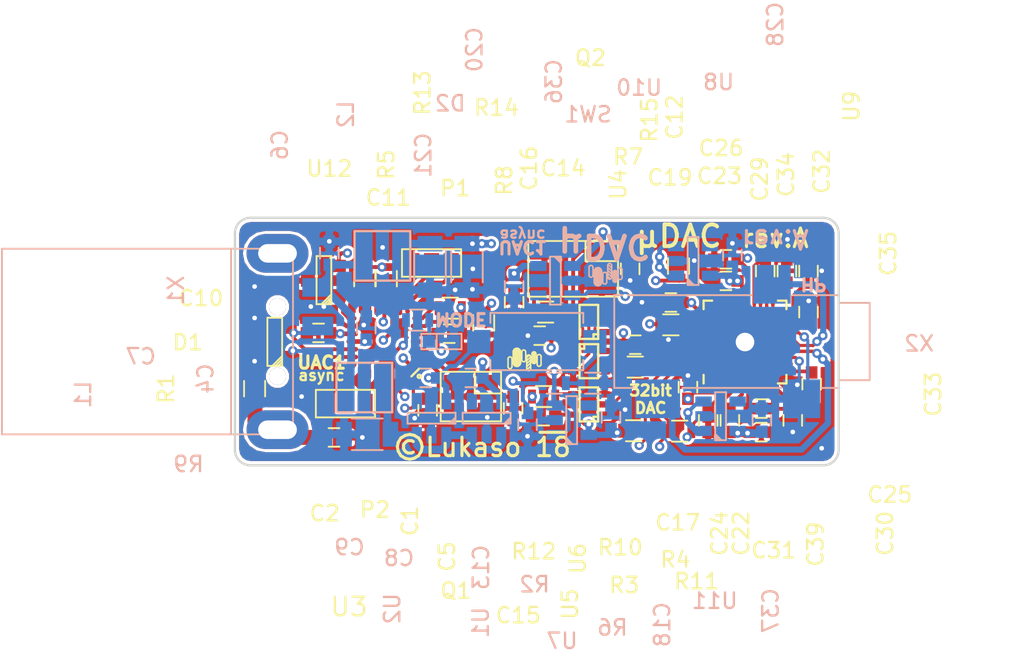
<source format=kicad_pcb>
(kicad_pcb (version 4) (host pcbnew 4.0.7)

  (general
    (links 219)
    (no_connects 0)
    (area 99.924999 71.924999 139.075001 88.075001)
    (thickness 1.6)
    (drawings 92)
    (tracks 606)
    (zones 0)
    (modules 104)
    (nets 54)
  )

  (page A4)
  (title_block
    (date 2018-06-04)
    (rev 0.8)
  )

  (layers
    (0 F.Cu signal)
    (1 In1.Cu signal)
    (2 In2.Cu signal)
    (31 B.Cu signal)
    (32 B.Adhes user)
    (33 F.Adhes user)
    (34 B.Paste user)
    (35 F.Paste user)
    (36 B.SilkS user)
    (37 F.SilkS user)
    (38 B.Mask user)
    (39 F.Mask user)
    (40 Dwgs.User user)
    (41 Cmts.User user)
    (42 Eco1.User user)
    (43 Eco2.User user)
    (44 Edge.Cuts user)
    (45 Margin user)
    (46 B.CrtYd user)
    (47 F.CrtYd user)
    (48 B.Fab user hide)
    (49 F.Fab user hide)
  )

  (setup
    (last_trace_width 0.25)
    (trace_clearance 0.1524)
    (zone_clearance 0.254)
    (zone_45_only yes)
    (trace_min 0.1524)
    (segment_width 0.1)
    (edge_width 0.15)
    (via_size 0.6)
    (via_drill 0.3)
    (via_min_size 0.4572)
    (via_min_drill 0.254)
    (uvia_size 0.5)
    (uvia_drill 0.254)
    (uvias_allowed no)
    (uvia_min_size 0.4572)
    (uvia_min_drill 0.254)
    (pcb_text_width 0.3)
    (pcb_text_size 1.5 1.5)
    (mod_edge_width 0.15)
    (mod_text_size 1 1)
    (mod_text_width 0.15)
    (pad_size 2.5 4)
    (pad_drill 1.2)
    (pad_to_mask_clearance 0.0381)
    (aux_axis_origin 0 0)
    (grid_origin 100 80)
    (visible_elements 7FFEFF7F)
    (pcbplotparams
      (layerselection 0x000c0_80000007)
      (usegerberextensions false)
      (excludeedgelayer false)
      (linewidth 0.050000)
      (plotframeref false)
      (viasonmask false)
      (mode 1)
      (useauxorigin false)
      (hpglpennumber 1)
      (hpglpenspeed 20)
      (hpglpendiameter 15)
      (hpglpenoverlay 2)
      (psnegative false)
      (psa4output false)
      (plotreference false)
      (plotvalue false)
      (plotinvisibletext false)
      (padsonsilk false)
      (subtractmaskfromsilk false)
      (outputformat 4)
      (mirror false)
      (drillshape 2)
      (scaleselection 1)
      (outputdirectory PDF))
  )

  (net 0 "")
  (net 1 GND)
  (net 2 "Net-(C1-Pad2)")
  (net 3 "Net-(C2-Pad1)")
  (net 4 +3V3)
  (net 5 "Net-(C5-Pad2)")
  (net 6 +5V)
  (net 7 "Net-(C16-Pad2)")
  (net 8 +1V8)
  (net 9 "Net-(C24-Pad2)")
  (net 10 "Net-(C25-Pad1)")
  (net 11 "Net-(C25-Pad2)")
  (net 12 "Net-(C29-Pad1)")
  (net 13 "Net-(C29-Pad2)")
  (net 14 "Net-(C32-Pad2)")
  (net 15 "Net-(C33-Pad1)")
  (net 16 "Net-(C33-Pad2)")
  (net 17 "Net-(C34-Pad2)")
  (net 18 "Net-(C35-Pad2)")
  (net 19 DP)
  (net 20 DM)
  (net 21 "Net-(D2-Pad2)")
  (net 22 RX)
  (net 23 TX)
  (net 24 SWDIO)
  (net 25 SWCLK)
  (net 26 SCL)
  (net 27 SDA)
  (net 28 DAC)
  (net 29 "Net-(R5-Pad2)")
  (net 30 MCLK)
  (net 31 SCK)
  (net 32 "Net-(R11-Pad1)")
  (net 33 LRCK)
  (net 34 /+5VDIG)
  (net 35 /+1V8OSC)
  (net 36 /+1V8VD)
  (net 37 /+1V8VA)
  (net 38 /+VP)
  (net 39 "Net-(R10-Pad2)")
  (net 40 "Net-(R12-Pad1)")
  (net 41 /+5VANA)
  (net 42 "Net-(U5-Pad2)")
  (net 43 PA15)
  (net 44 PA0)
  (net 45 "Net-(R13-Pad2)")
  (net 46 "Net-(C12-Pad1)")
  (net 47 "Net-(U12-Pad1)")
  (net 48 "Net-(C13-Pad1)")
  (net 49 "Net-(R2-Pad2)")
  (net 50 RST)
  (net 51 "Net-(R14-Pad2)")
  (net 52 "Net-(U9-Pad14)")
  (net 53 "Net-(U9-Pad16)")

  (net_class Default "Toto je výchozí třída sítě."
    (clearance 0.1524)
    (trace_width 0.25)
    (via_dia 0.6)
    (via_drill 0.3)
    (uvia_dia 0.5)
    (uvia_drill 0.254)
    (add_net +1V8)
    (add_net +3V3)
    (add_net +5V)
    (add_net /+1V8OSC)
    (add_net /+1V8VA)
    (add_net /+1V8VD)
    (add_net /+5VANA)
    (add_net /+5VDIG)
    (add_net /+VP)
    (add_net DAC)
    (add_net DM)
    (add_net DP)
    (add_net GND)
    (add_net LRCK)
    (add_net MCLK)
    (add_net "Net-(C1-Pad2)")
    (add_net "Net-(C12-Pad1)")
    (add_net "Net-(C13-Pad1)")
    (add_net "Net-(C16-Pad2)")
    (add_net "Net-(C2-Pad1)")
    (add_net "Net-(C24-Pad2)")
    (add_net "Net-(C25-Pad1)")
    (add_net "Net-(C25-Pad2)")
    (add_net "Net-(C29-Pad1)")
    (add_net "Net-(C29-Pad2)")
    (add_net "Net-(C32-Pad2)")
    (add_net "Net-(C33-Pad1)")
    (add_net "Net-(C33-Pad2)")
    (add_net "Net-(C34-Pad2)")
    (add_net "Net-(C35-Pad2)")
    (add_net "Net-(C5-Pad2)")
    (add_net "Net-(D2-Pad2)")
    (add_net "Net-(R10-Pad2)")
    (add_net "Net-(R11-Pad1)")
    (add_net "Net-(R12-Pad1)")
    (add_net "Net-(R13-Pad2)")
    (add_net "Net-(R14-Pad2)")
    (add_net "Net-(R2-Pad2)")
    (add_net "Net-(R5-Pad2)")
    (add_net "Net-(U12-Pad1)")
    (add_net "Net-(U5-Pad2)")
    (add_net "Net-(U9-Pad14)")
    (add_net "Net-(U9-Pad16)")
    (add_net PA0)
    (add_net PA15)
    (add_net RST)
    (add_net RX)
    (add_net SCK)
    (add_net SCL)
    (add_net SDA)
    (add_net SWCLK)
    (add_net SWDIO)
    (add_net TX)
  )

  (module footprints:VIA-0.3mm (layer F.Cu) (tedit 5B143424) (tstamp 5B20B5F9)
    (at 109.5377 73.9167)
    (fp_text reference REF** (at 0 1.27) (layer F.SilkS) hide
      (effects (font (size 1 1) (thickness 0.15)))
    )
    (fp_text value GND-VIA (at 0 -1.27) (layer F.Fab) hide
      (effects (font (size 1 1) (thickness 0.15)))
    )
    (pad 1 thru_hole circle (at 0 0) (size 0.8 0.8) (drill 0.3) (layers *.Cu)
      (net 1 GND) (zone_connect 2))
  )

  (module footprints:VIA-0.3mm (layer F.Cu) (tedit 5B143424) (tstamp 5B20B5E8)
    (at 115.3416 76.6218)
    (fp_text reference REF** (at 0 1.27) (layer F.SilkS) hide
      (effects (font (size 1 1) (thickness 0.15)))
    )
    (fp_text value GND-VIA (at 0 -1.27) (layer F.Fab) hide
      (effects (font (size 1 1) (thickness 0.15)))
    )
    (pad 1 thru_hole circle (at 0 0) (size 0.8 0.8) (drill 0.3) (layers *.Cu)
      (net 1 GND) (zone_connect 2))
  )

  (module footprints:VIA-0.3mm (layer F.Cu) (tedit 5B143424) (tstamp 5B20B5D2)
    (at 114.224 76.6599)
    (fp_text reference REF** (at 0 1.27) (layer F.SilkS) hide
      (effects (font (size 1 1) (thickness 0.15)))
    )
    (fp_text value GND-VIA (at 0 -1.27) (layer F.Fab) hide
      (effects (font (size 1 1) (thickness 0.15)))
    )
    (pad 1 thru_hole circle (at 0 0) (size 0.8 0.8) (drill 0.3) (layers *.Cu)
      (net 1 GND) (zone_connect 2))
  )

  (module footprints:VIA-0.3mm (layer F.Cu) (tedit 5B20B550) (tstamp 5B20B525)
    (at 108.3185 78.9332)
    (fp_text reference REF** (at 0 1.27) (layer F.SilkS) hide
      (effects (font (size 1 1) (thickness 0.15)))
    )
    (fp_text value GND-VIA (at 0 -1.27) (layer F.Fab) hide
      (effects (font (size 1 1) (thickness 0.15)))
    )
    (pad 1 thru_hole circle (at 0 0) (size 0.6 0.6) (drill 0.3) (layers *.Cu)
      (net 1 GND) (zone_connect 2))
  )

  (module footprints:VIA-0.3mm (layer F.Cu) (tedit 5B143424) (tstamp 5B20B08F)
    (at 111.6078 84.953)
    (fp_text reference REF** (at 0 1.27) (layer F.SilkS) hide
      (effects (font (size 1 1) (thickness 0.15)))
    )
    (fp_text value GND-VIA (at 0 -1.27) (layer F.Fab) hide
      (effects (font (size 1 1) (thickness 0.15)))
    )
    (pad 1 thru_hole circle (at 0 0) (size 0.8 0.8) (drill 0.3) (layers *.Cu)
      (net 1 GND) (zone_connect 2))
  )

  (module footprints:Choke_SMD_LPS30 (layer B.Cu) (tedit 5ACA832D) (tstamp 5ACA91D9)
    (at 109.525 74.4628 180)
    (descr "SMD Power Inductors (NR series S type)")
    (tags "SMD inductor")
    (path /5ACC6ED8)
    (attr smd)
    (fp_text reference L2 (at 2.3622 9.144 450) (layer B.SilkS)
      (effects (font (size 1 1) (thickness 0.15)) (justify mirror))
    )
    (fp_text value "LPS3015 100u" (at 0 -2.4 180) (layer B.Fab)
      (effects (font (size 1 1) (thickness 0.15)) (justify mirror))
    )
    (fp_line (start -1.475 1.475) (end 1.475 1.475) (layer B.CrtYd) (width 0.05))
    (fp_line (start 1.475 1.475) (end 1.475 -1.475) (layer B.CrtYd) (width 0.05))
    (fp_line (start 1.475 -1.475) (end -1.475 -1.475) (layer B.CrtYd) (width 0.05))
    (fp_line (start -1.475 -1.475) (end -1.475 1.475) (layer B.CrtYd) (width 0.05))
    (fp_line (start -1.8 1.6) (end -1.8 -1.6) (layer B.SilkS) (width 0.15))
    (fp_line (start 1.8 1.6) (end 1.8 -1.6) (layer B.SilkS) (width 0.15))
    (fp_line (start -1.8 -1.6) (end 1.8 -1.6) (layer B.SilkS) (width 0.15))
    (fp_line (start -1.8 1.6) (end 1.8 1.6) (layer B.SilkS) (width 0.15))
    (pad 1 smd rect (at -1.2 0 180) (size 1.14 3.05) (layers B.Cu B.Paste B.Mask)
      (net 41 /+5VANA))
    (pad 2 smd rect (at 1.2 0 180) (size 1.14 3.05) (layers B.Cu B.Paste B.Mask)
      (net 6 +5V))
  )

  (module footprints:VIA-0.3mm (layer F.Cu) (tedit 5B143424) (tstamp 5B20ABBB)
    (at 105.7404 77.7394)
    (fp_text reference REF** (at 0 1.27) (layer F.SilkS) hide
      (effects (font (size 1 1) (thickness 0.15)))
    )
    (fp_text value GND-VIA (at 0 -1.27) (layer F.Fab) hide
      (effects (font (size 1 1) (thickness 0.15)))
    )
    (pad 1 thru_hole circle (at 0 0) (size 0.8 0.8) (drill 0.3) (layers *.Cu)
      (net 1 GND) (zone_connect 2))
  )

  (module footprints:VIA-0.3mm (layer F.Cu) (tedit 5B143424) (tstamp 5B20ABB7)
    (at 104.9022 77.7394)
    (fp_text reference REF** (at 0 1.27) (layer F.SilkS) hide
      (effects (font (size 1 1) (thickness 0.15)))
    )
    (fp_text value GND-VIA (at 0 -1.27) (layer F.Fab) hide
      (effects (font (size 1 1) (thickness 0.15)))
    )
    (pad 1 thru_hole circle (at 0 0) (size 0.8 0.8) (drill 0.3) (layers *.Cu)
      (net 1 GND) (zone_connect 2))
  )

  (module footprints:VIA-0.3mm (layer F.Cu) (tedit 5B143424) (tstamp 5B1599EF)
    (at 129.6672 74.7676)
    (fp_text reference REF** (at 0 1.27) (layer F.SilkS) hide
      (effects (font (size 1 1) (thickness 0.15)))
    )
    (fp_text value GND-VIA (at 0 -1.27) (layer F.Fab) hide
      (effects (font (size 1 1) (thickness 0.15)))
    )
    (pad 1 thru_hole circle (at 0 0) (size 0.8 0.8) (drill 0.3) (layers *.Cu)
      (net 1 GND) (zone_connect 2))
  )

  (module footprints:VIA-0.3mm (layer F.Cu) (tedit 5B143424) (tstamp 5B1599E2)
    (at 137.0586 77.3711)
    (fp_text reference REF** (at 0 1.27) (layer F.SilkS) hide
      (effects (font (size 1 1) (thickness 0.15)))
    )
    (fp_text value GND-VIA (at 0 -1.27) (layer F.Fab) hide
      (effects (font (size 1 1) (thickness 0.15)))
    )
    (pad 1 thru_hole circle (at 0 0) (size 0.8 0.8) (drill 0.3) (layers *.Cu)
      (net 1 GND) (zone_connect 2))
  )

  (module footprints:VIA-0.3mm (layer F.Cu) (tedit 5B143424) (tstamp 5B15977B)
    (at 108.2296 86.1976)
    (fp_text reference REF** (at 0 1.27) (layer F.SilkS) hide
      (effects (font (size 1 1) (thickness 0.15)))
    )
    (fp_text value GND-VIA (at 0 -1.27) (layer F.Fab) hide
      (effects (font (size 1 1) (thickness 0.15)))
    )
    (pad 1 thru_hole circle (at 0 0) (size 0.8 0.8) (drill 0.3) (layers *.Cu)
      (net 1 GND) (zone_connect 2))
  )

  (module footprints:VIA-0.3mm (layer F.Cu) (tedit 5B143424) (tstamp 5B1437EC)
    (at 132.131 73.65)
    (fp_text reference REF** (at 0 1.27) (layer F.SilkS) hide
      (effects (font (size 1 1) (thickness 0.15)))
    )
    (fp_text value GND-VIA (at 0 -1.27) (layer F.Fab) hide
      (effects (font (size 1 1) (thickness 0.15)))
    )
    (pad 1 thru_hole circle (at 0 0) (size 0.8 0.8) (drill 0.3) (layers *.Cu)
      (net 1 GND) (zone_connect 2))
  )

  (module footprints:VIA-0.3mm (layer F.Cu) (tedit 5B143424) (tstamp 5B1437E2)
    (at 136.322 82.794)
    (fp_text reference REF** (at 0 1.27) (layer F.SilkS) hide
      (effects (font (size 1 1) (thickness 0.15)))
    )
    (fp_text value GND-VIA (at 0 -1.27) (layer F.Fab) hide
      (effects (font (size 1 1) (thickness 0.15)))
    )
    (pad 1 thru_hole circle (at 0 0) (size 0.8 0.8) (drill 0.3) (layers *.Cu)
      (net 1 GND) (zone_connect 2))
  )

  (module footprints:VIA-0.3mm (layer F.Cu) (tedit 5B143424) (tstamp 5B1437DD)
    (at 116.3 84.9)
    (fp_text reference REF** (at 0 1.27) (layer F.SilkS) hide
      (effects (font (size 1 1) (thickness 0.15)))
    )
    (fp_text value GND-VIA (at 0 -1.27) (layer F.Fab) hide
      (effects (font (size 1 1) (thickness 0.15)))
    )
    (pad 1 thru_hole circle (at 0 0) (size 0.8 0.8) (drill 0.3) (layers *.Cu)
      (net 1 GND) (zone_connect 2))
  )

  (module footprints:VIA-0.3mm (layer F.Cu) (tedit 5B143424) (tstamp 5B1437D9)
    (at 106.096 73.523)
    (fp_text reference REF** (at 0 1.27) (layer F.SilkS) hide
      (effects (font (size 1 1) (thickness 0.15)))
    )
    (fp_text value GND-VIA (at 0 -1.27) (layer F.Fab) hide
      (effects (font (size 1 1) (thickness 0.15)))
    )
    (pad 1 thru_hole circle (at 0 0) (size 0.8 0.8) (drill 0.3) (layers *.Cu)
      (net 1 GND) (zone_connect 2))
  )

  (module footprints:VIA-0.3mm (layer F.Cu) (tedit 5B143424) (tstamp 5B1437D5)
    (at 101.27 76.444)
    (fp_text reference REF** (at 0 1.27) (layer F.SilkS) hide
      (effects (font (size 1 1) (thickness 0.15)))
    )
    (fp_text value GND-VIA (at 0 -1.27) (layer F.Fab) hide
      (effects (font (size 1 1) (thickness 0.15)))
    )
    (pad 1 thru_hole circle (at 0 0) (size 0.8 0.8) (drill 0.3) (layers *.Cu)
      (net 1 GND) (zone_connect 2))
  )

  (module footprints:VIA-0.3mm (layer F.Cu) (tedit 5B143424) (tstamp 5B1437D1)
    (at 101.27 78.476)
    (fp_text reference REF** (at 0 1.27) (layer F.SilkS) hide
      (effects (font (size 1 1) (thickness 0.15)))
    )
    (fp_text value GND-VIA (at 0 -1.27) (layer F.Fab) hide
      (effects (font (size 1 1) (thickness 0.15)))
    )
    (pad 1 thru_hole circle (at 0 0) (size 0.8 0.8) (drill 0.3) (layers *.Cu)
      (net 1 GND) (zone_connect 2))
  )

  (module footprints:VIA-0.3mm (layer F.Cu) (tedit 5B143424) (tstamp 5B1437B4)
    (at 129.2608 82.1964)
    (fp_text reference REF** (at 0 1.27) (layer F.SilkS) hide
      (effects (font (size 1 1) (thickness 0.15)))
    )
    (fp_text value GND-VIA (at 0 -1.27) (layer F.Fab) hide
      (effects (font (size 1 1) (thickness 0.15)))
    )
    (pad 1 thru_hole circle (at 0 0) (size 0.8 0.8) (drill 0.3) (layers *.Cu)
      (net 1 GND) (zone_connect 2))
  )

  (module footprints:VIA-0.3mm (layer F.Cu) (tedit 5B143424) (tstamp 5B1437B0)
    (at 128 79.873)
    (fp_text reference REF** (at 0 1.27) (layer F.SilkS) hide
      (effects (font (size 1 1) (thickness 0.15)))
    )
    (fp_text value GND-VIA (at 0 -1.27) (layer F.Fab) hide
      (effects (font (size 1 1) (thickness 0.15)))
    )
    (pad 1 thru_hole circle (at 0 0) (size 0.8 0.8) (drill 0.3) (layers *.Cu)
      (net 1 GND) (zone_connect 2))
  )

  (module footprints:VIA-0.3mm (layer F.Cu) (tedit 5B143424) (tstamp 5B1437AA)
    (at 126.289 77.46)
    (fp_text reference REF** (at 0 1.27) (layer F.SilkS) hide
      (effects (font (size 1 1) (thickness 0.15)))
    )
    (fp_text value GND-VIA (at 0 -1.27) (layer F.Fab) hide
      (effects (font (size 1 1) (thickness 0.15)))
    )
    (pad 1 thru_hole circle (at 0 0) (size 0.8 0.8) (drill 0.3) (layers *.Cu)
      (net 1 GND) (zone_connect 2))
  )

  (module footprints:VIA-0.3mm (layer F.Cu) (tedit 5B143424) (tstamp 5B1437A6)
    (at 125.527 76.051)
    (fp_text reference REF** (at 0 1.27) (layer F.SilkS) hide
      (effects (font (size 1 1) (thickness 0.15)))
    )
    (fp_text value GND-VIA (at 0 -1.27) (layer F.Fab) hide
      (effects (font (size 1 1) (thickness 0.15)))
    )
    (pad 1 thru_hole circle (at 0 0) (size 0.8 0.8) (drill 0.3) (layers *.Cu)
      (net 1 GND) (zone_connect 2))
  )

  (module footprints:VIA-0.3mm (layer F.Cu) (tedit 5B143424) (tstamp 5B1437A2)
    (at 115.367 75.301)
    (fp_text reference REF** (at 0 1.27) (layer F.SilkS) hide
      (effects (font (size 1 1) (thickness 0.15)))
    )
    (fp_text value GND-VIA (at 0 -1.27) (layer F.Fab) hide
      (effects (font (size 1 1) (thickness 0.15)))
    )
    (pad 1 thru_hole circle (at 0 0) (size 0.8 0.8) (drill 0.3) (layers *.Cu)
      (net 1 GND) (zone_connect 2))
  )

  (module footprints:VIA-0.3mm (layer F.Cu) (tedit 5B143424) (tstamp 5B14379E)
    (at 118.923 79.619)
    (fp_text reference REF** (at 0 1.27) (layer F.SilkS) hide
      (effects (font (size 1 1) (thickness 0.15)))
    )
    (fp_text value GND-VIA (at 0 -1.27) (layer F.Fab) hide
      (effects (font (size 1 1) (thickness 0.15)))
    )
    (pad 1 thru_hole circle (at 0 0) (size 0.8 0.8) (drill 0.3) (layers *.Cu)
      (net 1 GND) (zone_connect 2))
  )

  (module footprints:VIA-0.3mm (layer F.Cu) (tedit 5B143424) (tstamp 5B14379A)
    (at 118.8976 86.1228)
    (fp_text reference REF** (at 0 1.27) (layer F.SilkS) hide
      (effects (font (size 1 1) (thickness 0.15)))
    )
    (fp_text value GND-VIA (at 0 -1.27) (layer F.Fab) hide
      (effects (font (size 1 1) (thickness 0.15)))
    )
    (pad 1 thru_hole circle (at 0 0) (size 0.8 0.8) (drill 0.3) (layers *.Cu)
      (net 1 GND) (zone_connect 2))
  )

  (module footprints:VIA-0.3mm (layer F.Cu) (tedit 5B143424) (tstamp 5B143796)
    (at 125.2 84.4)
    (fp_text reference REF** (at 0 1.27) (layer F.SilkS) hide
      (effects (font (size 1 1) (thickness 0.15)))
    )
    (fp_text value GND-VIA (at 0 -1.27) (layer F.Fab) hide
      (effects (font (size 1 1) (thickness 0.15)))
    )
    (pad 1 thru_hole circle (at 0 0) (size 0.8 0.8) (drill 0.3) (layers *.Cu)
      (net 1 GND) (zone_connect 2))
  )

  (module footprints:VIA-0.3mm (layer F.Cu) (tedit 5B143424) (tstamp 5B143792)
    (at 137.9 86.9)
    (fp_text reference REF** (at 0 1.27) (layer F.SilkS) hide
      (effects (font (size 1 1) (thickness 0.15)))
    )
    (fp_text value GND-VIA (at 0 -1.27) (layer F.Fab) hide
      (effects (font (size 1 1) (thickness 0.15)))
    )
    (pad 1 thru_hole circle (at 0 0) (size 0.8 0.8) (drill 0.3) (layers *.Cu)
      (net 1 GND) (zone_connect 2))
  )

  (module footprints:VIA-0.3mm (layer F.Cu) (tedit 5B143424) (tstamp 5B14378E)
    (at 136.031 85.846)
    (fp_text reference REF** (at 0 1.27) (layer F.SilkS) hide
      (effects (font (size 1 1) (thickness 0.15)))
    )
    (fp_text value GND-VIA (at 0 -1.27) (layer F.Fab) hide
      (effects (font (size 1 1) (thickness 0.15)))
    )
    (pad 1 thru_hole circle (at 0 0) (size 0.8 0.8) (drill 0.3) (layers *.Cu)
      (net 1 GND) (zone_connect 2))
  )

  (module footprints:VIA-0.3mm (layer F.Cu) (tedit 5B143424) (tstamp 5B14378A)
    (at 137.9 75.428)
    (fp_text reference REF** (at 0 1.27) (layer F.SilkS) hide
      (effects (font (size 1 1) (thickness 0.15)))
    )
    (fp_text value GND-VIA (at 0 -1.27) (layer F.Fab) hide
      (effects (font (size 1 1) (thickness 0.15)))
    )
    (pad 1 thru_hole circle (at 0 0) (size 0.8 0.8) (drill 0.3) (layers *.Cu)
      (net 1 GND) (zone_connect 2))
  )

  (module footprints:VIA-0.3mm (layer F.Cu) (tedit 5B143424) (tstamp 5B143786)
    (at 135.687 73.396)
    (fp_text reference REF** (at 0 1.27) (layer F.SilkS) hide
      (effects (font (size 1 1) (thickness 0.15)))
    )
    (fp_text value GND-VIA (at 0 -1.27) (layer F.Fab) hide
      (effects (font (size 1 1) (thickness 0.15)))
    )
    (pad 1 thru_hole circle (at 0 0) (size 0.8 0.8) (drill 0.3) (layers *.Cu)
      (net 1 GND) (zone_connect 2))
  )

  (module footprints:VIA-0.3mm (layer F.Cu) (tedit 5B143424) (tstamp 5B143780)
    (at 101.27 81.27)
    (fp_text reference REF** (at 0 1.27) (layer F.SilkS) hide
      (effects (font (size 1 1) (thickness 0.15)))
    )
    (fp_text value GND-VIA (at 0 -1.27) (layer F.Fab) hide
      (effects (font (size 1 1) (thickness 0.15)))
    )
    (pad 1 thru_hole circle (at 0 0) (size 0.8 0.8) (drill 0.3) (layers *.Cu)
      (net 1 GND) (zone_connect 2))
  )

  (module Connectors:GS3 (layer F.Cu) (tedit 58613494) (tstamp 5AC69E26)
    (at 112.7 74.92 90)
    (descr "3-pin solder bridge")
    (tags "solder bridge")
    (path /5AC1D99B)
    (attr smd)
    (fp_text reference P1 (at 4.826 1.524 180) (layer F.SilkS)
      (effects (font (size 1 1) (thickness 0.15)))
    )
    (fp_text value UART (at 1.8 0 180) (layer F.Fab)
      (effects (font (size 1 1) (thickness 0.15)))
    )
    (fp_line (start -1.15 -2.15) (end 1.15 -2.15) (layer F.CrtYd) (width 0.05))
    (fp_line (start 1.15 -2.15) (end 1.15 2.15) (layer F.CrtYd) (width 0.05))
    (fp_line (start 1.15 2.15) (end -1.15 2.15) (layer F.CrtYd) (width 0.05))
    (fp_line (start -1.15 2.15) (end -1.15 -2.15) (layer F.CrtYd) (width 0.05))
    (fp_line (start -0.89 -1.91) (end -0.89 1.91) (layer F.SilkS) (width 0.12))
    (fp_line (start -0.89 1.91) (end 0.89 1.91) (layer F.SilkS) (width 0.12))
    (fp_line (start 0.89 1.91) (end 0.89 -1.91) (layer F.SilkS) (width 0.12))
    (fp_line (start -0.89 -1.91) (end 0.89 -1.91) (layer F.SilkS) (width 0.12))
    (pad 1 smd rect (at 0 -1.27 90) (size 1.27 0.97) (layers F.Cu F.Paste F.Mask)
      (net 1 GND))
    (pad 2 smd rect (at 0 0 90) (size 1.27 0.97) (layers F.Cu F.Paste F.Mask)
      (net 22 RX))
    (pad 3 smd rect (at 0 1.27 90) (size 1.27 0.97) (layers F.Cu F.Paste F.Mask)
      (net 23 TX))
  )

  (module Connectors:GS3 (layer F.Cu) (tedit 58613494) (tstamp 5AC69E2D)
    (at 107.1374 84.0132 90)
    (descr "3-pin solder bridge")
    (tags "solder bridge")
    (path /5AC3A0A1)
    (zone_connect 2)
    (attr smd)
    (fp_text reference P2 (at -6.858 1.905 180) (layer F.SilkS)
      (effects (font (size 1 1) (thickness 0.15)))
    )
    (fp_text value SWD (at 1.8 0 180) (layer F.Fab)
      (effects (font (size 1 1) (thickness 0.15)))
    )
    (fp_line (start -1.15 -2.15) (end 1.15 -2.15) (layer F.CrtYd) (width 0.05))
    (fp_line (start 1.15 -2.15) (end 1.15 2.15) (layer F.CrtYd) (width 0.05))
    (fp_line (start 1.15 2.15) (end -1.15 2.15) (layer F.CrtYd) (width 0.05))
    (fp_line (start -1.15 2.15) (end -1.15 -2.15) (layer F.CrtYd) (width 0.05))
    (fp_line (start -0.89 -1.91) (end -0.89 1.91) (layer F.SilkS) (width 0.12))
    (fp_line (start -0.89 1.91) (end 0.89 1.91) (layer F.SilkS) (width 0.12))
    (fp_line (start 0.89 1.91) (end 0.89 -1.91) (layer F.SilkS) (width 0.12))
    (fp_line (start -0.89 -1.91) (end 0.89 -1.91) (layer F.SilkS) (width 0.12))
    (pad 1 smd rect (at 0 -1.27 90) (size 1.27 0.97) (layers F.Cu F.Paste F.Mask)
      (net 1 GND) (zone_connect 2))
    (pad 2 smd rect (at 0 0 90) (size 1.27 0.97) (layers F.Cu F.Paste F.Mask)
      (net 24 SWDIO) (zone_connect 2))
    (pad 3 smd rect (at 0 1.27 90) (size 1.27 0.97) (layers F.Cu F.Paste F.Mask)
      (net 25 SWCLK) (zone_connect 2))
  )

  (module Resistors_SMD:R_0603 (layer F.Cu) (tedit 58E0A804) (tstamp 5AC69E33)
    (at 101.27 83.048 90)
    (descr "Resistor SMD 0603, reflow soldering, Vishay (see dcrcw.pdf)")
    (tags "resistor 0603")
    (path /5AC19A3C)
    (zone_connect 2)
    (attr smd)
    (fp_text reference R1 (at 0 -5.715 90) (layer F.SilkS)
      (effects (font (size 1 1) (thickness 0.15)))
    )
    (fp_text value 1M (at 0 1.5 90) (layer F.Fab)
      (effects (font (size 1 1) (thickness 0.15)))
    )
    (fp_text user %R (at 0 0 90) (layer F.Fab)
      (effects (font (size 0.4 0.4) (thickness 0.075)))
    )
    (fp_line (start -0.8 0.4) (end -0.8 -0.4) (layer F.Fab) (width 0.1))
    (fp_line (start 0.8 0.4) (end -0.8 0.4) (layer F.Fab) (width 0.1))
    (fp_line (start 0.8 -0.4) (end 0.8 0.4) (layer F.Fab) (width 0.1))
    (fp_line (start -0.8 -0.4) (end 0.8 -0.4) (layer F.Fab) (width 0.1))
    (fp_line (start 0.5 0.68) (end -0.5 0.68) (layer F.SilkS) (width 0.12))
    (fp_line (start -0.5 -0.68) (end 0.5 -0.68) (layer F.SilkS) (width 0.12))
    (fp_line (start -1.25 -0.7) (end 1.25 -0.7) (layer F.CrtYd) (width 0.05))
    (fp_line (start -1.25 -0.7) (end -1.25 0.7) (layer F.CrtYd) (width 0.05))
    (fp_line (start 1.25 0.7) (end 1.25 -0.7) (layer F.CrtYd) (width 0.05))
    (fp_line (start 1.25 0.7) (end -1.25 0.7) (layer F.CrtYd) (width 0.05))
    (pad 1 smd rect (at -0.75 0 90) (size 0.5 0.9) (layers F.Cu F.Paste F.Mask)
      (net 3 "Net-(C2-Pad1)") (zone_connect 2))
    (pad 2 smd rect (at 0.75 0 90) (size 0.5 0.9) (layers F.Cu F.Paste F.Mask)
      (net 1 GND) (zone_connect 2))
    (model ${KISYS3DMOD}/Resistors_SMD.3dshapes/R_0603.wrl
      (at (xyz 0 0 0))
      (scale (xyz 1 1 1))
      (rotate (xyz 0 0 0))
    )
  )

  (module Resistors_SMD:R_0603 (layer B.Cu) (tedit 58E0A804) (tstamp 5AC69E39)
    (at 123.114 82.6924 180)
    (descr "Resistor SMD 0603, reflow soldering, Vishay (see dcrcw.pdf)")
    (tags "resistor 0603")
    (path /5AC1D9B9)
    (attr smd)
    (fp_text reference R2 (at 3.7592 -13.0048 180) (layer B.SilkS)
      (effects (font (size 1 1) (thickness 0.15)) (justify mirror))
    )
    (fp_text value 1k (at 0 -1.5 180) (layer B.Fab)
      (effects (font (size 1 1) (thickness 0.15)) (justify mirror))
    )
    (fp_text user %R (at 0 0 180) (layer B.Fab)
      (effects (font (size 0.4 0.4) (thickness 0.075)) (justify mirror))
    )
    (fp_line (start -0.8 -0.4) (end -0.8 0.4) (layer B.Fab) (width 0.1))
    (fp_line (start 0.8 -0.4) (end -0.8 -0.4) (layer B.Fab) (width 0.1))
    (fp_line (start 0.8 0.4) (end 0.8 -0.4) (layer B.Fab) (width 0.1))
    (fp_line (start -0.8 0.4) (end 0.8 0.4) (layer B.Fab) (width 0.1))
    (fp_line (start 0.5 -0.68) (end -0.5 -0.68) (layer B.SilkS) (width 0.12))
    (fp_line (start -0.5 0.68) (end 0.5 0.68) (layer B.SilkS) (width 0.12))
    (fp_line (start -1.25 0.7) (end 1.25 0.7) (layer B.CrtYd) (width 0.05))
    (fp_line (start -1.25 0.7) (end -1.25 -0.7) (layer B.CrtYd) (width 0.05))
    (fp_line (start 1.25 -0.7) (end 1.25 0.7) (layer B.CrtYd) (width 0.05))
    (fp_line (start 1.25 -0.7) (end -1.25 -0.7) (layer B.CrtYd) (width 0.05))
    (pad 1 smd rect (at -0.75 0 180) (size 0.5 0.9) (layers B.Cu B.Paste B.Mask)
      (net 1 GND))
    (pad 2 smd rect (at 0.75 0 180) (size 0.5 0.9) (layers B.Cu B.Paste B.Mask)
      (net 49 "Net-(R2-Pad2)"))
    (model ${KISYS3DMOD}/Resistors_SMD.3dshapes/R_0603.wrl
      (at (xyz 0 0 0))
      (scale (xyz 1 1 1))
      (rotate (xyz 0 0 0))
    )
  )

  (module Resistors_SMD:R_0603 (layer F.Cu) (tedit 58E0A804) (tstamp 5AC69E3F)
    (at 125.7556 85.7658)
    (descr "Resistor SMD 0603, reflow soldering, Vishay (see dcrcw.pdf)")
    (tags "resistor 0603")
    (path /5AC681E2)
    (attr smd)
    (fp_text reference R3 (at -0.6096 9.9822) (layer F.SilkS)
      (effects (font (size 1 1) (thickness 0.15)))
    )
    (fp_text value 10k (at 0 1.5) (layer F.Fab)
      (effects (font (size 1 1) (thickness 0.15)))
    )
    (fp_text user %R (at 0 0) (layer F.Fab)
      (effects (font (size 0.4 0.4) (thickness 0.075)))
    )
    (fp_line (start -0.8 0.4) (end -0.8 -0.4) (layer F.Fab) (width 0.1))
    (fp_line (start 0.8 0.4) (end -0.8 0.4) (layer F.Fab) (width 0.1))
    (fp_line (start 0.8 -0.4) (end 0.8 0.4) (layer F.Fab) (width 0.1))
    (fp_line (start -0.8 -0.4) (end 0.8 -0.4) (layer F.Fab) (width 0.1))
    (fp_line (start 0.5 0.68) (end -0.5 0.68) (layer F.SilkS) (width 0.12))
    (fp_line (start -0.5 -0.68) (end 0.5 -0.68) (layer F.SilkS) (width 0.12))
    (fp_line (start -1.25 -0.7) (end 1.25 -0.7) (layer F.CrtYd) (width 0.05))
    (fp_line (start -1.25 -0.7) (end -1.25 0.7) (layer F.CrtYd) (width 0.05))
    (fp_line (start 1.25 0.7) (end 1.25 -0.7) (layer F.CrtYd) (width 0.05))
    (fp_line (start 1.25 0.7) (end -1.25 0.7) (layer F.CrtYd) (width 0.05))
    (pad 1 smd rect (at -0.75 0) (size 0.5 0.9) (layers F.Cu F.Paste F.Mask)
      (net 36 /+1V8VD))
    (pad 2 smd rect (at 0.75 0) (size 0.5 0.9) (layers F.Cu F.Paste F.Mask)
      (net 27 SDA))
    (model ${KISYS3DMOD}/Resistors_SMD.3dshapes/R_0603.wrl
      (at (xyz 0 0 0))
      (scale (xyz 1 1 1))
      (rotate (xyz 0 0 0))
    )
  )

  (module Resistors_SMD:R_0603 (layer F.Cu) (tedit 58E0A804) (tstamp 5AC69E45)
    (at 128.7274 85.7912 180)
    (descr "Resistor SMD 0603, reflow soldering, Vishay (see dcrcw.pdf)")
    (tags "resistor 0603")
    (path /5AC682B1)
    (attr smd)
    (fp_text reference R4 (at 0.2794 -8.3058 180) (layer F.SilkS)
      (effects (font (size 1 1) (thickness 0.15)))
    )
    (fp_text value 10k (at 0 1.5 180) (layer F.Fab)
      (effects (font (size 1 1) (thickness 0.15)))
    )
    (fp_text user %R (at 0 0 180) (layer F.Fab)
      (effects (font (size 0.4 0.4) (thickness 0.075)))
    )
    (fp_line (start -0.8 0.4) (end -0.8 -0.4) (layer F.Fab) (width 0.1))
    (fp_line (start 0.8 0.4) (end -0.8 0.4) (layer F.Fab) (width 0.1))
    (fp_line (start 0.8 -0.4) (end 0.8 0.4) (layer F.Fab) (width 0.1))
    (fp_line (start -0.8 -0.4) (end 0.8 -0.4) (layer F.Fab) (width 0.1))
    (fp_line (start 0.5 0.68) (end -0.5 0.68) (layer F.SilkS) (width 0.12))
    (fp_line (start -0.5 -0.68) (end 0.5 -0.68) (layer F.SilkS) (width 0.12))
    (fp_line (start -1.25 -0.7) (end 1.25 -0.7) (layer F.CrtYd) (width 0.05))
    (fp_line (start -1.25 -0.7) (end -1.25 0.7) (layer F.CrtYd) (width 0.05))
    (fp_line (start 1.25 0.7) (end 1.25 -0.7) (layer F.CrtYd) (width 0.05))
    (fp_line (start 1.25 0.7) (end -1.25 0.7) (layer F.CrtYd) (width 0.05))
    (pad 1 smd rect (at -0.75 0 180) (size 0.5 0.9) (layers F.Cu F.Paste F.Mask)
      (net 36 /+1V8VD))
    (pad 2 smd rect (at 0.75 0 180) (size 0.5 0.9) (layers F.Cu F.Paste F.Mask)
      (net 26 SCL))
    (model ${KISYS3DMOD}/Resistors_SMD.3dshapes/R_0603.wrl
      (at (xyz 0 0 0))
      (scale (xyz 1 1 1))
      (rotate (xyz 0 0 0))
    )
  )

  (module Resistors_SMD:R_0603 (layer F.Cu) (tedit 58E0A804) (tstamp 5AC69E4B)
    (at 109.779 75.936 270)
    (descr "Resistor SMD 0603, reflow soldering, Vishay (see dcrcw.pdf)")
    (tags "resistor 0603")
    (path /5AC2CD3F)
    (attr smd)
    (fp_text reference R5 (at -7.366 0 270) (layer F.SilkS)
      (effects (font (size 1 1) (thickness 0.15)))
    )
    (fp_text value 27 (at 0 1.5 270) (layer F.Fab)
      (effects (font (size 1 1) (thickness 0.15)))
    )
    (fp_text user %R (at -0.145001 0 270) (layer F.Fab)
      (effects (font (size 0.4 0.4) (thickness 0.075)))
    )
    (fp_line (start -0.8 0.4) (end -0.8 -0.4) (layer F.Fab) (width 0.1))
    (fp_line (start 0.8 0.4) (end -0.8 0.4) (layer F.Fab) (width 0.1))
    (fp_line (start 0.8 -0.4) (end 0.8 0.4) (layer F.Fab) (width 0.1))
    (fp_line (start -0.8 -0.4) (end 0.8 -0.4) (layer F.Fab) (width 0.1))
    (fp_line (start 0.5 0.68) (end -0.5 0.68) (layer F.SilkS) (width 0.12))
    (fp_line (start -0.5 -0.68) (end 0.5 -0.68) (layer F.SilkS) (width 0.12))
    (fp_line (start -1.25 -0.7) (end 1.25 -0.7) (layer F.CrtYd) (width 0.05))
    (fp_line (start -1.25 -0.7) (end -1.25 0.7) (layer F.CrtYd) (width 0.05))
    (fp_line (start 1.25 0.7) (end 1.25 -0.7) (layer F.CrtYd) (width 0.05))
    (fp_line (start 1.25 0.7) (end -1.25 0.7) (layer F.CrtYd) (width 0.05))
    (pad 1 smd rect (at -0.75 0 270) (size 0.5 0.9) (layers F.Cu F.Paste F.Mask)
      (net 28 DAC))
    (pad 2 smd rect (at 0.75 0 270) (size 0.5 0.9) (layers F.Cu F.Paste F.Mask)
      (net 29 "Net-(R5-Pad2)"))
    (model ${KISYS3DMOD}/Resistors_SMD.3dshapes/R_0603.wrl
      (at (xyz 0 0 0))
      (scale (xyz 1 1 1))
      (rotate (xyz 0 0 0))
    )
  )

  (module Resistors_SMD:R_0603 (layer F.Cu) (tedit 58E0A804) (tstamp 5AC69E57)
    (at 120.066 78.095)
    (descr "Resistor SMD 0603, reflow soldering, Vishay (see dcrcw.pdf)")
    (tags "resistor 0603")
    (path /5AC19A46)
    (attr smd)
    (fp_text reference R7 (at 5.334 -10.033) (layer F.SilkS)
      (effects (font (size 1 1) (thickness 0.15)))
    )
    (fp_text value 1M (at 0 1.5) (layer F.Fab)
      (effects (font (size 1 1) (thickness 0.15)))
    )
    (fp_text user %R (at 0 0) (layer F.Fab)
      (effects (font (size 0.4 0.4) (thickness 0.075)))
    )
    (fp_line (start -0.8 0.4) (end -0.8 -0.4) (layer F.Fab) (width 0.1))
    (fp_line (start 0.8 0.4) (end -0.8 0.4) (layer F.Fab) (width 0.1))
    (fp_line (start 0.8 -0.4) (end 0.8 0.4) (layer F.Fab) (width 0.1))
    (fp_line (start -0.8 -0.4) (end 0.8 -0.4) (layer F.Fab) (width 0.1))
    (fp_line (start 0.5 0.68) (end -0.5 0.68) (layer F.SilkS) (width 0.12))
    (fp_line (start -0.5 -0.68) (end 0.5 -0.68) (layer F.SilkS) (width 0.12))
    (fp_line (start -1.25 -0.7) (end 1.25 -0.7) (layer F.CrtYd) (width 0.05))
    (fp_line (start -1.25 -0.7) (end -1.25 0.7) (layer F.CrtYd) (width 0.05))
    (fp_line (start 1.25 0.7) (end 1.25 -0.7) (layer F.CrtYd) (width 0.05))
    (fp_line (start 1.25 0.7) (end -1.25 0.7) (layer F.CrtYd) (width 0.05))
    (pad 1 smd rect (at -0.75 0) (size 0.5 0.9) (layers F.Cu F.Paste F.Mask)
      (net 7 "Net-(C16-Pad2)"))
    (pad 2 smd rect (at 0.75 0) (size 0.5 0.9) (layers F.Cu F.Paste F.Mask)
      (net 46 "Net-(C12-Pad1)"))
    (model ${KISYS3DMOD}/Resistors_SMD.3dshapes/R_0603.wrl
      (at (xyz 0 0 0))
      (scale (xyz 1 1 1))
      (rotate (xyz 0 0 0))
    )
  )

  (module Resistors_SMD:R_0603 (layer F.Cu) (tedit 5B142FA1) (tstamp 5AC69E5D)
    (at 125.8572 81.651 180)
    (descr "Resistor SMD 0603, reflow soldering, Vishay (see dcrcw.pdf)")
    (tags "resistor 0603")
    (path /5AC269DF)
    (attr smd)
    (fp_text reference R10 (at 0.9652 -11.6586 180) (layer F.SilkS)
      (effects (font (size 1 1) (thickness 0.15)))
    )
    (fp_text value 27 (at 0 1.5 180) (layer F.Fab)
      (effects (font (size 1 1) (thickness 0.15)))
    )
    (fp_text user %R (at 0 0 180) (layer F.Fab)
      (effects (font (size 0.4 0.4) (thickness 0.075)))
    )
    (fp_line (start -0.8 0.4) (end -0.8 -0.4) (layer F.Fab) (width 0.1))
    (fp_line (start 0.8 0.4) (end -0.8 0.4) (layer F.Fab) (width 0.1))
    (fp_line (start 0.8 -0.4) (end 0.8 0.4) (layer F.Fab) (width 0.1))
    (fp_line (start -0.8 -0.4) (end 0.8 -0.4) (layer F.Fab) (width 0.1))
    (fp_line (start 0.5 0.68) (end -0.5 0.68) (layer F.SilkS) (width 0.12))
    (fp_line (start -0.5 -0.68) (end 0.5 -0.68) (layer F.SilkS) (width 0.12))
    (fp_line (start -1.25 -0.7) (end 1.25 -0.7) (layer F.CrtYd) (width 0.05))
    (fp_line (start -1.25 -0.7) (end -1.25 0.7) (layer F.CrtYd) (width 0.05))
    (fp_line (start 1.25 0.7) (end 1.25 -0.7) (layer F.CrtYd) (width 0.05))
    (fp_line (start 1.25 0.7) (end -1.25 0.7) (layer F.CrtYd) (width 0.05))
    (pad 1 smd rect (at -0.75 0 180) (size 0.5 0.9) (layers F.Cu F.Paste F.Mask)
      (net 30 MCLK))
    (pad 2 smd rect (at 0.75 0 180) (size 0.5 0.9) (layers F.Cu F.Paste F.Mask)
      (net 39 "Net-(R10-Pad2)"))
    (model ${KISYS3DMOD}/Resistors_SMD.3dshapes/R_0603.wrl
      (at (xyz 0 0 0))
      (scale (xyz 1 1 1))
      (rotate (xyz 0 0 0))
    )
  )

  (module Resistors_SMD:R_0603 (layer B.Cu) (tedit 58E0A804) (tstamp 5AC69E63)
    (at 111.7983 78.6157)
    (descr "Resistor SMD 0603, reflow soldering, Vishay (see dcrcw.pdf)")
    (tags "resistor 0603")
    (path /5AC1D99D)
    (attr smd)
    (fp_text reference R9 (at -14.7955 9.3091) (layer B.SilkS)
      (effects (font (size 1 1) (thickness 0.15)) (justify mirror))
    )
    (fp_text value 1k (at 0 -1.5) (layer B.Fab)
      (effects (font (size 1 1) (thickness 0.15)) (justify mirror))
    )
    (fp_text user %R (at 0 0) (layer B.Fab)
      (effects (font (size 0.4 0.4) (thickness 0.075)) (justify mirror))
    )
    (fp_line (start -0.8 -0.4) (end -0.8 0.4) (layer B.Fab) (width 0.1))
    (fp_line (start 0.8 -0.4) (end -0.8 -0.4) (layer B.Fab) (width 0.1))
    (fp_line (start 0.8 0.4) (end 0.8 -0.4) (layer B.Fab) (width 0.1))
    (fp_line (start -0.8 0.4) (end 0.8 0.4) (layer B.Fab) (width 0.1))
    (fp_line (start 0.5 -0.68) (end -0.5 -0.68) (layer B.SilkS) (width 0.12))
    (fp_line (start -0.5 0.68) (end 0.5 0.68) (layer B.SilkS) (width 0.12))
    (fp_line (start -1.25 0.7) (end 1.25 0.7) (layer B.CrtYd) (width 0.05))
    (fp_line (start -1.25 0.7) (end -1.25 -0.7) (layer B.CrtYd) (width 0.05))
    (fp_line (start 1.25 -0.7) (end 1.25 0.7) (layer B.CrtYd) (width 0.05))
    (fp_line (start 1.25 -0.7) (end -1.25 -0.7) (layer B.CrtYd) (width 0.05))
    (pad 1 smd rect (at -0.75 0) (size 0.5 0.9) (layers B.Cu B.Paste B.Mask)
      (net 43 PA15))
    (pad 2 smd rect (at 0.75 0) (size 0.5 0.9) (layers B.Cu B.Paste B.Mask)
      (net 21 "Net-(D2-Pad2)"))
    (model ${KISYS3DMOD}/Resistors_SMD.3dshapes/R_0603.wrl
      (at (xyz 0 0 0))
      (scale (xyz 1 1 1))
      (rotate (xyz 0 0 0))
    )
  )

  (module Resistors_SMD:R_0603 (layer F.Cu) (tedit 58E0A804) (tstamp 5AC69E69)
    (at 128.157 78.9205 180)
    (descr "Resistor SMD 0603, reflow soldering, Vishay (see dcrcw.pdf)")
    (tags "resistor 0603")
    (path /5A8A1C2A)
    (attr smd)
    (fp_text reference R11 (at -1.6626 -16.5735 180) (layer F.SilkS)
      (effects (font (size 1 1) (thickness 0.15)))
    )
    (fp_text value 27 (at 0 1.5 180) (layer F.Fab)
      (effects (font (size 1 1) (thickness 0.15)))
    )
    (fp_text user %R (at 0 0 180) (layer F.Fab)
      (effects (font (size 0.4 0.4) (thickness 0.075)))
    )
    (fp_line (start -0.8 0.4) (end -0.8 -0.4) (layer F.Fab) (width 0.1))
    (fp_line (start 0.8 0.4) (end -0.8 0.4) (layer F.Fab) (width 0.1))
    (fp_line (start 0.8 -0.4) (end 0.8 0.4) (layer F.Fab) (width 0.1))
    (fp_line (start -0.8 -0.4) (end 0.8 -0.4) (layer F.Fab) (width 0.1))
    (fp_line (start 0.5 0.68) (end -0.5 0.68) (layer F.SilkS) (width 0.12))
    (fp_line (start -0.5 -0.68) (end 0.5 -0.68) (layer F.SilkS) (width 0.12))
    (fp_line (start -1.25 -0.7) (end 1.25 -0.7) (layer F.CrtYd) (width 0.05))
    (fp_line (start -1.25 -0.7) (end -1.25 0.7) (layer F.CrtYd) (width 0.05))
    (fp_line (start 1.25 0.7) (end 1.25 -0.7) (layer F.CrtYd) (width 0.05))
    (fp_line (start 1.25 0.7) (end -1.25 0.7) (layer F.CrtYd) (width 0.05))
    (pad 1 smd rect (at -0.75 0 180) (size 0.5 0.9) (layers F.Cu F.Paste F.Mask)
      (net 32 "Net-(R11-Pad1)"))
    (pad 2 smd rect (at 0.75 0 180) (size 0.5 0.9) (layers F.Cu F.Paste F.Mask)
      (net 31 SCK))
    (model ${KISYS3DMOD}/Resistors_SMD.3dshapes/R_0603.wrl
      (at (xyz 0 0 0))
      (scale (xyz 1 1 1))
      (rotate (xyz 0 0 0))
    )
  )

  (module Resistors_SMD:R_0603 (layer F.Cu) (tedit 58E0A804) (tstamp 5AC69E6F)
    (at 119.939 83.556 180)
    (descr "Resistor SMD 0603, reflow soldering, Vishay (see dcrcw.pdf)")
    (tags "resistor 0603")
    (path /5A8A1CF7)
    (attr smd)
    (fp_text reference R12 (at 0.635 -10.0076 180) (layer F.SilkS)
      (effects (font (size 1 1) (thickness 0.15)))
    )
    (fp_text value 27 (at 0 1.5 180) (layer F.Fab)
      (effects (font (size 1 1) (thickness 0.15)))
    )
    (fp_text user %R (at 0 0 180) (layer F.Fab)
      (effects (font (size 0.4 0.4) (thickness 0.075)))
    )
    (fp_line (start -0.8 0.4) (end -0.8 -0.4) (layer F.Fab) (width 0.1))
    (fp_line (start 0.8 0.4) (end -0.8 0.4) (layer F.Fab) (width 0.1))
    (fp_line (start 0.8 -0.4) (end 0.8 0.4) (layer F.Fab) (width 0.1))
    (fp_line (start -0.8 -0.4) (end 0.8 -0.4) (layer F.Fab) (width 0.1))
    (fp_line (start 0.5 0.68) (end -0.5 0.68) (layer F.SilkS) (width 0.12))
    (fp_line (start -0.5 -0.68) (end 0.5 -0.68) (layer F.SilkS) (width 0.12))
    (fp_line (start -1.25 -0.7) (end 1.25 -0.7) (layer F.CrtYd) (width 0.05))
    (fp_line (start -1.25 -0.7) (end -1.25 0.7) (layer F.CrtYd) (width 0.05))
    (fp_line (start 1.25 0.7) (end 1.25 -0.7) (layer F.CrtYd) (width 0.05))
    (fp_line (start 1.25 0.7) (end -1.25 0.7) (layer F.CrtYd) (width 0.05))
    (pad 1 smd rect (at -0.75 0 180) (size 0.5 0.9) (layers F.Cu F.Paste F.Mask)
      (net 40 "Net-(R12-Pad1)"))
    (pad 2 smd rect (at 0.75 0 180) (size 0.5 0.9) (layers F.Cu F.Paste F.Mask)
      (net 33 LRCK))
    (model ${KISYS3DMOD}/Resistors_SMD.3dshapes/R_0603.wrl
      (at (xyz 0 0 0))
      (scale (xyz 1 1 1))
      (rotate (xyz 0 0 0))
    )
  )

  (module footprints:C_1206 (layer B.Cu) (tedit 58AA84B8) (tstamp 5ACA91AE)
    (at 112.5984 75.174 270)
    (descr "Capacitor SMD 1206, reflow soldering, AVX (see smccp.pdf)")
    (tags "capacitor 1206")
    (path /5AC385D1)
    (attr smd)
    (fp_text reference C21 (at -7.2136 0.4318 270) (layer B.SilkS)
      (effects (font (size 1 1) (thickness 0.15)) (justify mirror))
    )
    (fp_text value 100u (at 0 -2 270) (layer B.Fab)
      (effects (font (size 1 1) (thickness 0.15)) (justify mirror))
    )
    (fp_text user %R (at 0 -0.0016 270) (layer B.Fab)
      (effects (font (size 1 1) (thickness 0.15)) (justify mirror))
    )
    (fp_line (start -1.6 -0.8) (end -1.6 0.8) (layer B.Fab) (width 0.1))
    (fp_line (start 1.6 -0.8) (end -1.6 -0.8) (layer B.Fab) (width 0.1))
    (fp_line (start 1.6 0.8) (end 1.6 -0.8) (layer B.Fab) (width 0.1))
    (fp_line (start -1.6 0.8) (end 1.6 0.8) (layer B.Fab) (width 0.1))
    (fp_line (start 1 1.02) (end -1 1.02) (layer B.SilkS) (width 0.12))
    (fp_line (start -1 -1.02) (end 1 -1.02) (layer B.SilkS) (width 0.12))
    (fp_line (start -2.25 1.05) (end 2.25 1.05) (layer B.CrtYd) (width 0.05))
    (fp_line (start -2.25 1.05) (end -2.25 -1.05) (layer B.CrtYd) (width 0.05))
    (fp_line (start 2.25 -1.05) (end 2.25 1.05) (layer B.CrtYd) (width 0.05))
    (fp_line (start 2.25 -1.05) (end -2.25 -1.05) (layer B.CrtYd) (width 0.05))
    (pad 1 smd rect (at -1.5 0 270) (size 1 1.6) (layers B.Cu B.Paste B.Mask)
      (net 41 /+5VANA))
    (pad 2 smd rect (at 1.5 0 270) (size 1 1.6) (layers B.Cu B.Paste B.Mask)
      (net 1 GND))
    (model Capacitors_SMD.3dshapes/C_1206.wrl
      (at (xyz 0 0 0))
      (scale (xyz 1 1 1))
      (rotate (xyz 0 0 0))
    )
  )

  (module footprints:C_1206 (layer B.Cu) (tedit 58AA84B8) (tstamp 5ACA978A)
    (at 108.5471 85.9944 180)
    (descr "Capacitor SMD 1206, reflow soldering, AVX (see smccp.pdf)")
    (tags "capacitor 1206")
    (path /5ACB6B75)
    (attr smd)
    (fp_text reference C7 (at 14.6304 5.0292 180) (layer B.SilkS)
      (effects (font (size 1 1) (thickness 0.15)) (justify mirror))
    )
    (fp_text value 100u (at 0 -2 180) (layer B.Fab)
      (effects (font (size 1 1) (thickness 0.15)) (justify mirror))
    )
    (fp_text user %R (at -0.0529 -0.1056 180) (layer B.Fab)
      (effects (font (size 1 1) (thickness 0.15)) (justify mirror))
    )
    (fp_line (start -1.6 -0.8) (end -1.6 0.8) (layer B.Fab) (width 0.1))
    (fp_line (start 1.6 -0.8) (end -1.6 -0.8) (layer B.Fab) (width 0.1))
    (fp_line (start 1.6 0.8) (end 1.6 -0.8) (layer B.Fab) (width 0.1))
    (fp_line (start -1.6 0.8) (end 1.6 0.8) (layer B.Fab) (width 0.1))
    (fp_line (start 1 1.02) (end -1 1.02) (layer B.SilkS) (width 0.12))
    (fp_line (start -1 -1.02) (end 1 -1.02) (layer B.SilkS) (width 0.12))
    (fp_line (start -2.25 1.05) (end 2.25 1.05) (layer B.CrtYd) (width 0.05))
    (fp_line (start -2.25 1.05) (end -2.25 -1.05) (layer B.CrtYd) (width 0.05))
    (fp_line (start 2.25 -1.05) (end 2.25 1.05) (layer B.CrtYd) (width 0.05))
    (fp_line (start 2.25 -1.05) (end -2.25 -1.05) (layer B.CrtYd) (width 0.05))
    (pad 1 smd rect (at -1.5 0 180) (size 1 1.6) (layers B.Cu B.Paste B.Mask)
      (net 34 /+5VDIG))
    (pad 2 smd rect (at 1.5 0 180) (size 1 1.6) (layers B.Cu B.Paste B.Mask)
      (net 1 GND))
    (model Capacitors_SMD.3dshapes/C_1206.wrl
      (at (xyz 0 0 0))
      (scale (xyz 1 1 1))
      (rotate (xyz 0 0 0))
    )
  )

  (module footprints:C_1206 (layer B.Cu) (tedit 5B142FF2) (tstamp 5ACA97AA)
    (at 114.986 75.174 270)
    (descr "Capacitor SMD 1206, reflow soldering, AVX (see smccp.pdf)")
    (tags "capacitor 1206")
    (path /5ACAA96B)
    (attr smd)
    (fp_text reference C20 (at -14.0462 -0.4826 270) (layer B.SilkS)
      (effects (font (size 1 1) (thickness 0.15)) (justify mirror))
    )
    (fp_text value 100u (at 0 -2 270) (layer B.Fab)
      (effects (font (size 1 1) (thickness 0.15)) (justify mirror))
    )
    (fp_text user %R (at 0 -0.014 270) (layer B.Fab)
      (effects (font (size 1 1) (thickness 0.15)) (justify mirror))
    )
    (fp_line (start -1.6 -0.8) (end -1.6 0.8) (layer B.Fab) (width 0.1))
    (fp_line (start 1.6 -0.8) (end -1.6 -0.8) (layer B.Fab) (width 0.1))
    (fp_line (start 1.6 0.8) (end 1.6 -0.8) (layer B.Fab) (width 0.1))
    (fp_line (start -1.6 0.8) (end 1.6 0.8) (layer B.Fab) (width 0.1))
    (fp_line (start 1 1.02) (end -1 1.02) (layer B.SilkS) (width 0.12))
    (fp_line (start -1 -1.02) (end 1 -1.02) (layer B.SilkS) (width 0.12))
    (fp_line (start -2.25 1.05) (end 2.25 1.05) (layer B.CrtYd) (width 0.05))
    (fp_line (start -2.25 1.05) (end -2.25 -1.05) (layer B.CrtYd) (width 0.05))
    (fp_line (start 2.25 -1.05) (end 2.25 1.05) (layer B.CrtYd) (width 0.05))
    (fp_line (start 2.25 -1.05) (end -2.25 -1.05) (layer B.CrtYd) (width 0.05))
    (pad 1 smd rect (at -1.5 0 270) (size 1 1.6) (layers B.Cu B.Paste B.Mask)
      (net 41 /+5VANA))
    (pad 2 smd rect (at 1.5 0 270) (size 1 1.6) (layers B.Cu B.Paste B.Mask)
      (net 1 GND))
    (model Capacitors_SMD.3dshapes/C_1206.wrl
      (at (xyz 0 0 0))
      (scale (xyz 1 1 1))
      (rotate (xyz 0 0 0))
    )
  )

  (module Resistors_SMD:R_0603 (layer F.Cu) (tedit 58E0A804) (tstamp 5AD1BD50)
    (at 116.0655 78.7935 90)
    (descr "Resistor SMD 0603, reflow soldering, Vishay (see dcrcw.pdf)")
    (tags "resistor 0603")
    (path /5ACF9984)
    (attr smd)
    (fp_text reference R8 (at 9.2075 1.3335 90) (layer F.SilkS)
      (effects (font (size 1 1) (thickness 0.15)))
    )
    (fp_text value 10k (at 0 1.5 90) (layer F.Fab)
      (effects (font (size 1 1) (thickness 0.15)))
    )
    (fp_text user %R (at 0 0 90) (layer F.Fab)
      (effects (font (size 0.4 0.4) (thickness 0.075)))
    )
    (fp_line (start -0.8 0.4) (end -0.8 -0.4) (layer F.Fab) (width 0.1))
    (fp_line (start 0.8 0.4) (end -0.8 0.4) (layer F.Fab) (width 0.1))
    (fp_line (start 0.8 -0.4) (end 0.8 0.4) (layer F.Fab) (width 0.1))
    (fp_line (start -0.8 -0.4) (end 0.8 -0.4) (layer F.Fab) (width 0.1))
    (fp_line (start 0.5 0.68) (end -0.5 0.68) (layer F.SilkS) (width 0.12))
    (fp_line (start -0.5 -0.68) (end 0.5 -0.68) (layer F.SilkS) (width 0.12))
    (fp_line (start -1.25 -0.7) (end 1.25 -0.7) (layer F.CrtYd) (width 0.05))
    (fp_line (start -1.25 -0.7) (end -1.25 0.7) (layer F.CrtYd) (width 0.05))
    (fp_line (start 1.25 0.7) (end 1.25 -0.7) (layer F.CrtYd) (width 0.05))
    (fp_line (start 1.25 0.7) (end -1.25 0.7) (layer F.CrtYd) (width 0.05))
    (pad 1 smd rect (at -0.75 0 90) (size 0.5 0.9) (layers F.Cu F.Paste F.Mask)
      (net 1 GND))
    (pad 2 smd rect (at 0.75 0 90) (size 0.5 0.9) (layers F.Cu F.Paste F.Mask)
      (net 44 PA0))
    (model ${KISYS3DMOD}/Resistors_SMD.3dshapes/R_0603.wrl
      (at (xyz 0 0 0))
      (scale (xyz 1 1 1))
      (rotate (xyz 0 0 0))
    )
  )

  (module Resistors_SMD:R_0603 (layer F.Cu) (tedit 58E0A804) (tstamp 5AECA1E9)
    (at 108.382 75.936 270)
    (descr "Resistor SMD 0603, reflow soldering, Vishay (see dcrcw.pdf)")
    (tags "resistor 0603")
    (path /5AEC9D5A)
    (attr smd)
    (fp_text reference R13 (at -12.0142 -3.7338 270) (layer F.SilkS)
      (effects (font (size 1 1) (thickness 0.15)))
    )
    (fp_text value 27 (at 0 1.5 270) (layer F.Fab)
      (effects (font (size 1 1) (thickness 0.15)))
    )
    (fp_text user %R (at 0 0 270) (layer F.Fab)
      (effects (font (size 0.4 0.4) (thickness 0.075)))
    )
    (fp_line (start -0.8 0.4) (end -0.8 -0.4) (layer F.Fab) (width 0.1))
    (fp_line (start 0.8 0.4) (end -0.8 0.4) (layer F.Fab) (width 0.1))
    (fp_line (start 0.8 -0.4) (end 0.8 0.4) (layer F.Fab) (width 0.1))
    (fp_line (start -0.8 -0.4) (end 0.8 -0.4) (layer F.Fab) (width 0.1))
    (fp_line (start 0.5 0.68) (end -0.5 0.68) (layer F.SilkS) (width 0.12))
    (fp_line (start -0.5 -0.68) (end 0.5 -0.68) (layer F.SilkS) (width 0.12))
    (fp_line (start -1.25 -0.7) (end 1.25 -0.7) (layer F.CrtYd) (width 0.05))
    (fp_line (start -1.25 -0.7) (end -1.25 0.7) (layer F.CrtYd) (width 0.05))
    (fp_line (start 1.25 0.7) (end 1.25 -0.7) (layer F.CrtYd) (width 0.05))
    (fp_line (start 1.25 0.7) (end -1.25 0.7) (layer F.CrtYd) (width 0.05))
    (pad 1 smd rect (at -0.75 0 270) (size 0.5 0.9) (layers F.Cu F.Paste F.Mask)
      (net 28 DAC))
    (pad 2 smd rect (at 0.75 0 270) (size 0.5 0.9) (layers F.Cu F.Paste F.Mask)
      (net 45 "Net-(R13-Pad2)"))
    (model ${KISYS3DMOD}/Resistors_SMD.3dshapes/R_0603.wrl
      (at (xyz 0 0 0))
      (scale (xyz 1 1 1))
      (rotate (xyz 0 0 0))
    )
  )

  (module footprints:35RASMT2BHNTRX_Jack_no_holes (layer B.Cu) (tedit 5B158A41) (tstamp 5AF4B790)
    (at 139 80 180)
    (descr "Headphones with microphone connector, 3.5mm, 4 pins.")
    (tags "3.5mm jack mic microphone phones headphones 4pins audio plug")
    (path /5ACBD185)
    (attr smd)
    (fp_text reference X2 (at -5.196 -0.127 180) (layer B.SilkS)
      (effects (font (size 1 1) (thickness 0.15)) (justify mirror))
    )
    (fp_text value JACK_35RASMT2BHNTRX (at 7.8 -5.9 180) (layer B.Fab)
      (effects (font (size 1 1) (thickness 0.15)) (justify mirror))
    )
    (fp_text user %R (at 7.3 0 180) (layer B.Fab)
      (effects (font (size 1 1) (thickness 0.15)) (justify mirror))
    )
    (fp_line (start 14.4 -2.9) (end 0.175 -2.9) (layer B.Fab) (width 0.1))
    (fp_line (start 0.175 -2.9) (end 0.175 -2.3) (layer B.Fab) (width 0.1))
    (fp_line (start 0.175 -2.3) (end -1.825 -2.3) (layer B.Fab) (width 0.1))
    (fp_line (start -1.825 -2.3) (end -1.825 2.3) (layer B.Fab) (width 0.1))
    (fp_line (start -1.825 2.3) (end 0.175 2.3) (layer B.Fab) (width 0.1))
    (fp_line (start 0.175 2.3) (end 0.175 2.9) (layer B.Fab) (width 0.1))
    (fp_line (start 0.175 2.9) (end 14.4 2.9) (layer B.Fab) (width 0.1))
    (fp_line (start 14.4 2.9) (end 14.4 -2.9) (layer B.Fab) (width 0.1))
    (fp_line (start 1.1 -3) (end 0 -3) (layer B.SilkS) (width 0.12))
    (fp_line (start 13.3 -3) (end 14.5 -3) (layer B.SilkS) (width 0.12))
    (fp_line (start 5.6 3) (end 14.5 3) (layer B.SilkS) (width 0.12))
    (fp_line (start 0 3) (end 3 3) (layer B.SilkS) (width 0.12))
    (fp_line (start 14.7 -5) (end 14.7 5) (layer B.CrtYd) (width 0.05))
    (fp_line (start -2.33 -5) (end -2.33 5) (layer B.CrtYd) (width 0.05))
    (fp_line (start 14.5 -3) (end 14.5 3) (layer B.SilkS) (width 0.12))
    (fp_line (start -2.33 -5) (end 14.7 -5) (layer B.CrtYd) (width 0.05))
    (fp_line (start -2.33 5) (end 14.7 5) (layer B.CrtYd) (width 0.05))
    (fp_line (start 0 3) (end 0 2.5) (layer B.SilkS) (width 0.12))
    (fp_line (start 0 -2.5) (end 0 -3) (layer B.SilkS) (width 0.12))
    (fp_line (start -2 2.5) (end -2 -2.5) (layer B.SilkS) (width 0.12))
    (fp_line (start 0 2.5) (end -2 2.5) (layer B.SilkS) (width 0.12))
    (fp_line (start 0 -2.5) (end -1.975 -2.5) (layer B.SilkS) (width 0.12))
    (fp_line (start 10.1 -3) (end 3.7 -3) (layer B.SilkS) (width 0.12))
    (pad 4 smd rect (at 11.7 -3.7 180) (size 2.9 2.5) (layers B.Cu B.Paste B.Mask)
      (net 52 "Net-(U9-Pad14)"))
    (pad 1 smd rect (at 4.3 3.7 180) (size 2.4 2.5) (layers B.Cu B.Paste B.Mask)
      (net 53 "Net-(U9-Pad16)"))
    (pad 5 smd rect (at 2.4 -3.7 180) (size 2.4 2.5) (layers B.Cu B.Paste B.Mask)
      (net 1 GND))
  )

  (module Resistors_SMD:R_0603 (layer B.Cu) (tedit 58E0A804) (tstamp 5AFD3B5B)
    (at 120.6248 82.6924 180)
    (descr "Resistor SMD 0603, reflow soldering, Vishay (see dcrcw.pdf)")
    (tags "resistor 0603")
    (path /5AFCA227)
    (attr smd)
    (fp_text reference R6 (at -3.7592 -15.7988 180) (layer B.SilkS)
      (effects (font (size 1 1) (thickness 0.15)) (justify mirror))
    )
    (fp_text value 10k (at 0 -1.5 180) (layer B.Fab)
      (effects (font (size 1 1) (thickness 0.15)) (justify mirror))
    )
    (fp_text user %R (at 0 0 180) (layer B.Fab)
      (effects (font (size 0.4 0.4) (thickness 0.075)) (justify mirror))
    )
    (fp_line (start -0.8 -0.4) (end -0.8 0.4) (layer B.Fab) (width 0.1))
    (fp_line (start 0.8 -0.4) (end -0.8 -0.4) (layer B.Fab) (width 0.1))
    (fp_line (start 0.8 0.4) (end 0.8 -0.4) (layer B.Fab) (width 0.1))
    (fp_line (start -0.8 0.4) (end 0.8 0.4) (layer B.Fab) (width 0.1))
    (fp_line (start 0.5 -0.68) (end -0.5 -0.68) (layer B.SilkS) (width 0.12))
    (fp_line (start -0.5 0.68) (end 0.5 0.68) (layer B.SilkS) (width 0.12))
    (fp_line (start -1.25 0.7) (end 1.25 0.7) (layer B.CrtYd) (width 0.05))
    (fp_line (start -1.25 0.7) (end -1.25 -0.7) (layer B.CrtYd) (width 0.05))
    (fp_line (start 1.25 -0.7) (end 1.25 0.7) (layer B.CrtYd) (width 0.05))
    (fp_line (start 1.25 -0.7) (end -1.25 -0.7) (layer B.CrtYd) (width 0.05))
    (pad 1 smd rect (at -0.75 0 180) (size 0.5 0.9) (layers B.Cu B.Paste B.Mask)
      (net 49 "Net-(R2-Pad2)"))
    (pad 2 smd rect (at 0.75 0 180) (size 0.5 0.9) (layers B.Cu B.Paste B.Mask)
      (net 48 "Net-(C13-Pad1)"))
    (model ${KISYS3DMOD}/Resistors_SMD.3dshapes/R_0603.wrl
      (at (xyz 0 0 0))
      (scale (xyz 1 1 1))
      (rotate (xyz 0 0 0))
    )
  )

  (module Resistors_SMD:R_0603 (layer F.Cu) (tedit 58E0A804) (tstamp 5AFD3B6C)
    (at 113.9065 77.841)
    (descr "Resistor SMD 0603, reflow soldering, Vishay (see dcrcw.pdf)")
    (tags "resistor 0603")
    (path /5AFE8750)
    (attr smd)
    (fp_text reference R14 (at 2.9845 -12.954) (layer F.SilkS)
      (effects (font (size 1 1) (thickness 0.15)))
    )
    (fp_text value 1k (at 0 1.5) (layer F.Fab)
      (effects (font (size 1 1) (thickness 0.15)))
    )
    (fp_text user %R (at 0 0) (layer F.Fab)
      (effects (font (size 0.4 0.4) (thickness 0.075)))
    )
    (fp_line (start -0.8 0.4) (end -0.8 -0.4) (layer F.Fab) (width 0.1))
    (fp_line (start 0.8 0.4) (end -0.8 0.4) (layer F.Fab) (width 0.1))
    (fp_line (start 0.8 -0.4) (end 0.8 0.4) (layer F.Fab) (width 0.1))
    (fp_line (start -0.8 -0.4) (end 0.8 -0.4) (layer F.Fab) (width 0.1))
    (fp_line (start 0.5 0.68) (end -0.5 0.68) (layer F.SilkS) (width 0.12))
    (fp_line (start -0.5 -0.68) (end 0.5 -0.68) (layer F.SilkS) (width 0.12))
    (fp_line (start -1.25 -0.7) (end 1.25 -0.7) (layer F.CrtYd) (width 0.05))
    (fp_line (start -1.25 -0.7) (end -1.25 0.7) (layer F.CrtYd) (width 0.05))
    (fp_line (start 1.25 0.7) (end 1.25 -0.7) (layer F.CrtYd) (width 0.05))
    (fp_line (start 1.25 0.7) (end -1.25 0.7) (layer F.CrtYd) (width 0.05))
    (pad 1 smd rect (at -0.75 0) (size 0.5 0.9) (layers F.Cu F.Paste F.Mask)
      (net 50 RST))
    (pad 2 smd rect (at 0.75 0) (size 0.5 0.9) (layers F.Cu F.Paste F.Mask)
      (net 51 "Net-(R14-Pad2)"))
    (model ${KISYS3DMOD}/Resistors_SMD.3dshapes/R_0603.wrl
      (at (xyz 0 0 0))
      (scale (xyz 1 1 1))
      (rotate (xyz 0 0 0))
    )
  )

  (module footprints:Button_P-TS1107GS (layer B.Cu) (tedit 5AFC7B2D) (tstamp 5AFD3B6D)
    (at 119.5 80 180)
    (descr "Light Touch Switch, https://industrial.panasonic.com/cdbs/www-data/pdf/ATK0000/ATK0000CE7.pdf")
    (path /5AFC50EF)
    (attr smd)
    (fp_text reference SW1 (at -3.3092 14.6812 180) (layer B.SilkS)
      (effects (font (size 1 1) (thickness 0.15)) (justify mirror))
    )
    (fp_text value P-TS1107GS (at 0 -3 180) (layer B.Fab)
      (effects (font (size 1 1) (thickness 0.15)) (justify mirror))
    )
    (fp_text user %R (at 0 0 180) (layer B.Fab)
      (effects (font (size 1 1) (thickness 0.15)) (justify mirror))
    )
    (fp_line (start 3 1.75) (end 3 -1.75) (layer B.Fab) (width 0.1))
    (fp_line (start 3 -1.75) (end -3 -1.75) (layer B.Fab) (width 0.1))
    (fp_line (start -3 -1.75) (end -3 1.75) (layer B.Fab) (width 0.1))
    (fp_line (start -3 1.75) (end 3 1.75) (layer B.Fab) (width 0.1))
    (fp_line (start -1.4 0.7) (end 1.4 0.7) (layer B.Fab) (width 0.1))
    (fp_line (start 1.4 0.7) (end 1.4 -0.7) (layer B.Fab) (width 0.1))
    (fp_line (start 1.4 -0.7) (end -1.4 -0.7) (layer B.Fab) (width 0.1))
    (fp_line (start -1.4 -0.7) (end -1.4 0.7) (layer B.Fab) (width 0.1))
    (fp_line (start -3.95 2) (end 3.95 2) (layer B.CrtYd) (width 0.05))
    (fp_line (start 3.95 2) (end 3.95 -2) (layer B.CrtYd) (width 0.05))
    (fp_line (start 3.95 -2) (end -3.95 -2) (layer B.CrtYd) (width 0.05))
    (fp_line (start -3.95 -2) (end -3.95 2) (layer B.CrtYd) (width 0.05))
    (fp_line (start 3 1.85) (end 3 1.2) (layer B.SilkS) (width 0.12))
    (fp_line (start 3 -1.85) (end 3 -1.2) (layer B.SilkS) (width 0.12))
    (fp_line (start -3 -1.2) (end -3 -1.85) (layer B.SilkS) (width 0.12))
    (fp_line (start -3 1.85) (end -3 1.2) (layer B.SilkS) (width 0.12))
    (fp_line (start 3 1.85) (end -3 1.85) (layer B.SilkS) (width 0.12))
    (fp_line (start -3 -1.85) (end 3 -1.85) (layer B.SilkS) (width 0.12))
    (pad 2 smd rect (at 3.75 0 180) (size 1.5 1.5) (layers B.Cu B.Paste B.Mask)
      (net 8 +1V8))
    (pad 1 smd rect (at -3.75 0 180) (size 1.5 1.5) (layers B.Cu B.Paste B.Mask)
      (net 49 "Net-(R2-Pad2)"))
    (model ${KISYS3DMOD}/Buttons_Switches_SMD.3dshapes/SW_SPST_EVQPE1.wrl
      (at (xyz 0 0 0))
      (scale (xyz 1 1 1))
      (rotate (xyz 0 0 0))
    )
  )

  (module footprints:QFN-40-1EP_5x5mm_Pitch0.4mm_Cirrus (layer F.Cu) (tedit 5B007751) (tstamp 5AFADC54)
    (at 132.946 80.032 90)
    (descr "40-Lead Plastic Quad Flat, No Lead Package (MP) - 5x5 mm Body [QFN]; (see Microchip Packaging Specification 00000049BS.pdf)")
    (tags "QFN 0.4")
    (path /5A8A1083)
    (zone_connect 2)
    (attr smd)
    (fp_text reference U9 (at 15.2466 6.8812 90) (layer F.SilkS)
      (effects (font (size 1 1) (thickness 0.15)))
    )
    (fp_text value CS43131 (at 0 3.875 90) (layer F.Fab)
      (effects (font (size 1 1) (thickness 0.15)))
    )
    (fp_line (start -1.5 -2.5) (end 2.5 -2.5) (layer F.Fab) (width 0.15))
    (fp_line (start 2.5 -2.5) (end 2.5 2.5) (layer F.Fab) (width 0.15))
    (fp_line (start 2.5 2.5) (end -2.5 2.5) (layer F.Fab) (width 0.15))
    (fp_line (start -2.5 2.5) (end -2.5 -1.5) (layer F.Fab) (width 0.15))
    (fp_line (start -2.5 -1.5) (end -1.5 -2.5) (layer F.Fab) (width 0.15))
    (fp_line (start -3.15 -3.15) (end -3.15 3.15) (layer F.CrtYd) (width 0.05))
    (fp_line (start 3.15 -3.15) (end 3.15 3.15) (layer F.CrtYd) (width 0.05))
    (fp_line (start -3.15 -3.15) (end 3.15 -3.15) (layer F.CrtYd) (width 0.05))
    (fp_line (start -3.15 3.15) (end 3.15 3.15) (layer F.CrtYd) (width 0.05))
    (fp_line (start 2.675 -2.675) (end 2.675 -2.125) (layer F.SilkS) (width 0.15))
    (fp_line (start -2.675 2.675) (end -2.675 2.125) (layer F.SilkS) (width 0.15))
    (fp_line (start 2.675 2.675) (end 2.675 2.125) (layer F.SilkS) (width 0.15))
    (fp_line (start -2.675 -2.675) (end -2.125 -2.675) (layer F.SilkS) (width 0.15))
    (fp_line (start -2.675 2.675) (end -2.125 2.675) (layer F.SilkS) (width 0.15))
    (fp_line (start 2.675 2.675) (end 2.125 2.675) (layer F.SilkS) (width 0.15))
    (fp_line (start 2.675 -2.675) (end 2.125 -2.675) (layer F.SilkS) (width 0.15))
    (pad 1 smd oval (at -2.45 -1.8 90) (size 0.85 0.2) (layers F.Cu F.Paste F.Mask)
      (net 26 SCL) (zone_connect 2))
    (pad 2 smd oval (at -2.45 -1.4 90) (size 0.85 0.2) (layers F.Cu F.Paste F.Mask)
      (net 28 DAC) (zone_connect 2))
    (pad 3 smd oval (at -2.45 -1 90) (size 0.85 0.2) (layers F.Cu F.Paste F.Mask)
      (zone_connect 2))
    (pad 4 smd oval (at -2.45 -0.6 90) (size 0.85 0.2) (layers F.Cu F.Paste F.Mask)
      (net 36 /+1V8VD) (zone_connect 2))
    (pad 5 smd oval (at -2.45 -0.2 90) (size 0.85 0.2) (layers F.Cu F.Paste F.Mask)
      (net 9 "Net-(C24-Pad2)") (zone_connect 2))
    (pad 6 smd oval (at -2.45 0.2 90) (size 0.85 0.2) (layers F.Cu F.Paste F.Mask)
      (net 11 "Net-(C25-Pad2)") (zone_connect 2))
    (pad 7 smd oval (at -2.45 0.6 90) (size 0.85 0.2) (layers F.Cu F.Paste F.Mask)
      (net 37 /+1V8VA) (zone_connect 2))
    (pad 8 smd oval (at -2.45 1 90) (size 0.85 0.2) (layers F.Cu F.Paste F.Mask)
      (net 1 GND) (zone_connect 2))
    (pad 9 smd oval (at -2.45 1.4 90) (size 0.85 0.2) (layers F.Cu F.Paste F.Mask)
      (net 10 "Net-(C25-Pad1)") (zone_connect 2))
    (pad 10 smd oval (at -2.45 1.8 90) (size 0.85 0.2) (layers F.Cu F.Paste F.Mask)
      (net 16 "Net-(C33-Pad2)") (zone_connect 2))
    (pad 11 smd oval (at -1.8 2.45 180) (size 0.85 0.2) (layers F.Cu F.Paste F.Mask)
      (net 15 "Net-(C33-Pad1)") (zone_connect 2))
    (pad 12 smd oval (at -1.4 2.45 180) (size 0.85 0.2) (layers F.Cu F.Paste F.Mask)
      (net 1 GND) (zone_connect 2))
    (pad 13 smd oval (at -1 2.45 180) (size 0.85 0.2) (layers F.Cu F.Paste F.Mask)
      (net 1 GND) (zone_connect 2))
    (pad 14 smd oval (at -0.6 2.45 180) (size 0.85 0.2) (layers F.Cu F.Paste F.Mask)
      (net 52 "Net-(U9-Pad14)") (zone_connect 2))
    (pad 15 smd oval (at -0.2 2.45 180) (size 0.85 0.2) (layers F.Cu F.Paste F.Mask)
      (net 1 GND) (zone_connect 2))
    (pad 16 smd oval (at 0.2 2.45 180) (size 0.85 0.2) (layers F.Cu F.Paste F.Mask)
      (net 53 "Net-(U9-Pad16)") (zone_connect 2))
    (pad 17 smd oval (at 0.6 2.45 180) (size 0.85 0.2) (layers F.Cu F.Paste F.Mask)
      (net 1 GND) (zone_connect 2))
    (pad 18 smd oval (at 1 2.45 180) (size 0.85 0.2) (layers F.Cu F.Paste F.Mask)
      (net 18 "Net-(C35-Pad2)") (zone_connect 2))
    (pad 19 smd oval (at 1.4 2.45 180) (size 0.85 0.2) (layers F.Cu F.Paste F.Mask)
      (net 1 GND) (zone_connect 2))
    (pad 20 smd oval (at 1.8 2.45 180) (size 0.85 0.2) (layers F.Cu F.Paste F.Mask)
      (net 14 "Net-(C32-Pad2)") (zone_connect 2))
    (pad 21 smd oval (at 2.45 1.8 90) (size 0.85 0.2) (layers F.Cu F.Paste F.Mask)
      (net 17 "Net-(C34-Pad2)") (zone_connect 2))
    (pad 22 smd oval (at 2.45 1.4 90) (size 0.85 0.2) (layers F.Cu F.Paste F.Mask)
      (net 1 GND) (zone_connect 2))
    (pad 23 smd oval (at 2.45 1 90) (size 0.85 0.2) (layers F.Cu F.Paste F.Mask)
      (net 13 "Net-(C29-Pad2)") (zone_connect 2))
    (pad 24 smd oval (at 2.45 0.6 90) (size 0.85 0.2) (layers F.Cu F.Paste F.Mask)
      (net 12 "Net-(C29-Pad1)") (zone_connect 2))
    (pad 25 smd oval (at 2.45 0.2 90) (size 0.85 0.2) (layers F.Cu F.Paste F.Mask)
      (net 37 /+1V8VA) (zone_connect 2))
    (pad 26 smd oval (at 2.45 -0.2 90) (size 0.85 0.2) (layers F.Cu F.Paste F.Mask)
      (net 38 /+VP) (zone_connect 2))
    (pad 27 smd oval (at 2.45 -0.6 90) (size 0.85 0.2) (layers F.Cu F.Paste F.Mask)
      (zone_connect 2))
    (pad 28 smd oval (at 2.45 -1 90) (size 0.85 0.2) (layers F.Cu F.Paste F.Mask)
      (net 51 "Net-(R14-Pad2)") (zone_connect 2))
    (pad 29 smd oval (at 2.45 -1.4 90) (size 0.85 0.2) (layers F.Cu F.Paste F.Mask)
      (net 1 GND) (zone_connect 2))
    (pad 30 smd oval (at 2.45 -1.8 90) (size 0.85 0.2) (layers F.Cu F.Paste F.Mask)
      (net 1 GND) (zone_connect 2))
    (pad 31 smd oval (at 1.8 -2.45 180) (size 0.85 0.2) (layers F.Cu F.Paste F.Mask)
      (net 36 /+1V8VD) (zone_connect 2))
    (pad 32 smd oval (at 1.4 -2.45 180) (size 0.85 0.2) (layers F.Cu F.Paste F.Mask)
      (net 1 GND) (zone_connect 2))
    (pad 33 smd oval (at 1 -2.45 180) (size 0.85 0.2) (layers F.Cu F.Paste F.Mask)
      (zone_connect 2))
    (pad 34 smd oval (at 0.6 -2.45 180) (size 0.85 0.2) (layers F.Cu F.Paste F.Mask)
      (net 32 "Net-(R11-Pad1)") (zone_connect 2))
    (pad 35 smd oval (at 0.2 -2.45 180) (size 0.85 0.2) (layers F.Cu F.Paste F.Mask)
      (net 1 GND) (zone_connect 2))
    (pad 36 smd oval (at -0.2 -2.45 180) (size 0.85 0.2) (layers F.Cu F.Paste F.Mask)
      (net 1 GND) (zone_connect 2))
    (pad 37 smd oval (at -0.6 -2.45 180) (size 0.85 0.2) (layers F.Cu F.Paste F.Mask)
      (net 30 MCLK) (zone_connect 2))
    (pad 38 smd oval (at -1 -2.45 180) (size 0.85 0.2) (layers F.Cu F.Paste F.Mask)
      (net 42 "Net-(U5-Pad2)") (zone_connect 2))
    (pad 39 smd oval (at -1.4 -2.45 180) (size 0.85 0.2) (layers F.Cu F.Paste F.Mask)
      (net 27 SDA) (zone_connect 2))
    (pad 40 smd oval (at -1.8 -2.45 180) (size 0.85 0.2) (layers F.Cu F.Paste F.Mask)
      (net 1 GND) (zone_connect 2))
    (pad 41 smd rect (at 0.9 0.9 90) (size 1.8 1.8) (layers F.Cu F.Paste F.Mask)
      (net 1 GND) (solder_paste_margin_ratio -0.2) (zone_connect 2))
    (pad 41 smd rect (at 0.9 -0.9 90) (size 1.8 1.8) (layers F.Cu F.Paste F.Mask)
      (net 1 GND) (solder_paste_margin_ratio -0.2) (zone_connect 2))
    (pad 41 smd rect (at -0.9 0.9 90) (size 1.8 1.8) (layers F.Cu F.Paste F.Mask)
      (net 1 GND) (solder_paste_margin_ratio -0.2) (zone_connect 2))
    (pad 41 smd rect (at -0.9 -0.9 90) (size 1.8 1.8) (layers F.Cu F.Paste F.Mask)
      (net 1 GND) (solder_paste_margin_ratio -0.2) (zone_connect 2))
    (pad 41 thru_hole circle (at 0 0 90) (size 2 2) (drill 1.2) (layers *.Cu *.Mask F.Paste)
      (net 1 GND) (solder_paste_margin_ratio -0.2) (zone_connect 2))
    (model ${KISYS3DMOD}/Housings_DFN_QFN.3dshapes/QFN-40-1EP_5x5mm_Pitch0.4mm.wrl
      (at (xyz 0 0 0))
      (scale (xyz 1 1 1))
      (rotate (xyz 0 0 0))
    )
  )

  (module footprints:SOT-23-5 (layer B.Cu) (tedit 583F3A3F) (tstamp 5B0C5708)
    (at 116.256 84.953 90)
    (descr "5-pin SOT23 package")
    (tags SOT-23-5)
    (path /5AC19A26)
    (attr smd)
    (fp_text reference U1 (at -13.208 -0.381 90) (layer B.SilkS)
      (effects (font (size 1 1) (thickness 0.15)) (justify mirror))
    )
    (fp_text value ADP151-3.3 (at 0 -2.9 90) (layer B.Fab)
      (effects (font (size 1 1) (thickness 0.15)) (justify mirror))
    )
    (fp_line (start 0.05 1.55) (end -0.35 1.15) (layer B.SilkS) (width 0.12))
    (fp_line (start 0 1.55) (end 0.05 1.55) (layer B.SilkS) (width 0.12))
    (fp_line (start -0.1 1.55) (end 0 1.55) (layer B.SilkS) (width 0.12))
    (fp_line (start -0.35 1.3) (end -0.1 1.55) (layer B.SilkS) (width 0.12))
    (fp_line (start -0.35 1.4) (end -0.35 1.3) (layer B.SilkS) (width 0.12))
    (fp_line (start -0.2 1.55) (end -0.35 1.4) (layer B.SilkS) (width 0.12))
    (fp_line (start -0.3 1.55) (end -0.2 1.55) (layer B.SilkS) (width 0.12))
    (fp_line (start 0.35 1.55) (end 0.35 -1.55) (layer B.SilkS) (width 0.12))
    (fp_line (start -0.35 1.55) (end -0.35 -1.55) (layer B.SilkS) (width 0.12))
    (fp_line (start -0.35 -1.55) (end 0.35 -1.55) (layer B.SilkS) (width 0.12))
    (fp_line (start 0.35 1.55) (end -0.35 1.55) (layer B.SilkS) (width 0.12))
    (fp_line (start -1.9 1.8) (end 1.9 1.8) (layer B.CrtYd) (width 0.05))
    (fp_line (start 1.9 1.8) (end 1.9 -1.8) (layer B.CrtYd) (width 0.05))
    (fp_line (start 1.9 -1.8) (end -1.9 -1.8) (layer B.CrtYd) (width 0.05))
    (fp_line (start -1.9 -1.8) (end -1.9 1.8) (layer B.CrtYd) (width 0.05))
    (fp_line (start 0.9 1.55) (end -0.9 1.55) (layer B.Fab) (width 0.15))
    (fp_line (start -0.9 1.55) (end -0.9 -1.55) (layer B.Fab) (width 0.15))
    (fp_line (start 0.9 -1.55) (end -0.9 -1.55) (layer B.Fab) (width 0.15))
    (fp_line (start 0.9 1.55) (end 0.9 -1.55) (layer B.Fab) (width 0.15))
    (pad 1 smd rect (at -1.1 0.95 90) (size 1.06 0.65) (layers B.Cu B.Paste B.Mask)
      (net 34 /+5VDIG))
    (pad 2 smd rect (at -1.1 0 90) (size 1.06 0.65) (layers B.Cu B.Paste B.Mask)
      (net 1 GND))
    (pad 3 smd rect (at -1.1 -0.95 90) (size 1.06 0.65) (layers B.Cu B.Paste B.Mask)
      (net 34 /+5VDIG))
    (pad 4 smd rect (at 1.1 -0.95 90) (size 1.06 0.65) (layers B.Cu B.Paste B.Mask))
    (pad 5 smd rect (at 1.1 0.95 90) (size 1.06 0.65) (layers B.Cu B.Paste B.Mask)
      (net 4 +3V3))
    (model TO_SOT_Packages_SMD.3dshapes/SOT-23-5.wrl
      (at (xyz 0 0 0))
      (scale (xyz 1 1 1))
      (rotate (xyz 0 0 0))
    )
  )

  (module footprints:SOT-23-5 (layer B.Cu) (tedit 583F3A3F) (tstamp 5B0C5723)
    (at 112.7 84.953 90)
    (descr "5-pin SOT23 package")
    (tags SOT-23-5)
    (path /5AC2DFAE)
    (attr smd)
    (fp_text reference U2 (at -12.319 -2.54 90) (layer B.SilkS)
      (effects (font (size 1 1) (thickness 0.15)) (justify mirror))
    )
    (fp_text value ADP151-1.8 (at 0 -2.9 90) (layer B.Fab)
      (effects (font (size 1 1) (thickness 0.15)) (justify mirror))
    )
    (fp_line (start 0.05 1.55) (end -0.35 1.15) (layer B.SilkS) (width 0.12))
    (fp_line (start 0 1.55) (end 0.05 1.55) (layer B.SilkS) (width 0.12))
    (fp_line (start -0.1 1.55) (end 0 1.55) (layer B.SilkS) (width 0.12))
    (fp_line (start -0.35 1.3) (end -0.1 1.55) (layer B.SilkS) (width 0.12))
    (fp_line (start -0.35 1.4) (end -0.35 1.3) (layer B.SilkS) (width 0.12))
    (fp_line (start -0.2 1.55) (end -0.35 1.4) (layer B.SilkS) (width 0.12))
    (fp_line (start -0.3 1.55) (end -0.2 1.55) (layer B.SilkS) (width 0.12))
    (fp_line (start 0.35 1.55) (end 0.35 -1.55) (layer B.SilkS) (width 0.12))
    (fp_line (start -0.35 1.55) (end -0.35 -1.55) (layer B.SilkS) (width 0.12))
    (fp_line (start -0.35 -1.55) (end 0.35 -1.55) (layer B.SilkS) (width 0.12))
    (fp_line (start 0.35 1.55) (end -0.35 1.55) (layer B.SilkS) (width 0.12))
    (fp_line (start -1.9 1.8) (end 1.9 1.8) (layer B.CrtYd) (width 0.05))
    (fp_line (start 1.9 1.8) (end 1.9 -1.8) (layer B.CrtYd) (width 0.05))
    (fp_line (start 1.9 -1.8) (end -1.9 -1.8) (layer B.CrtYd) (width 0.05))
    (fp_line (start -1.9 -1.8) (end -1.9 1.8) (layer B.CrtYd) (width 0.05))
    (fp_line (start 0.9 1.55) (end -0.9 1.55) (layer B.Fab) (width 0.15))
    (fp_line (start -0.9 1.55) (end -0.9 -1.55) (layer B.Fab) (width 0.15))
    (fp_line (start 0.9 -1.55) (end -0.9 -1.55) (layer B.Fab) (width 0.15))
    (fp_line (start 0.9 1.55) (end 0.9 -1.55) (layer B.Fab) (width 0.15))
    (pad 1 smd rect (at -1.1 0.95 90) (size 1.06 0.65) (layers B.Cu B.Paste B.Mask)
      (net 34 /+5VDIG))
    (pad 2 smd rect (at -1.1 0 90) (size 1.06 0.65) (layers B.Cu B.Paste B.Mask)
      (net 1 GND))
    (pad 3 smd rect (at -1.1 -0.95 90) (size 1.06 0.65) (layers B.Cu B.Paste B.Mask)
      (net 34 /+5VDIG))
    (pad 4 smd rect (at 1.1 -0.95 90) (size 1.06 0.65) (layers B.Cu B.Paste B.Mask))
    (pad 5 smd rect (at 1.1 0.95 90) (size 1.06 0.65) (layers B.Cu B.Paste B.Mask)
      (net 8 +1V8))
    (model TO_SOT_Packages_SMD.3dshapes/SOT-23-5.wrl
      (at (xyz 0 0 0))
      (scale (xyz 1 1 1))
      (rotate (xyz 0 0 0))
    )
  )

  (module footprints:SC-70-5 (layer F.Cu) (tedit 0) (tstamp 5B0C573E)
    (at 122.86 78.73 90)
    (descr "SC70-5 SOT323-5")
    (path /5AC19A43)
    (attr smd)
    (fp_text reference U4 (at 8.89 1.905 90) (layer F.SilkS)
      (effects (font (size 1 1) (thickness 0.15)))
    )
    (fp_text value NC7SZU04P5 (at 0 2.3 90) (layer F.Fab)
      (effects (font (size 1 1) (thickness 0.15)))
    )
    (fp_line (start 1.3 -1.6) (end 1.3 1.6) (layer F.CrtYd) (width 0.05))
    (fp_line (start -1.3 -1.6) (end 1.3 -1.6) (layer F.CrtYd) (width 0.05))
    (fp_line (start -1.3 1.6) (end -1.3 -1.6) (layer F.CrtYd) (width 0.05))
    (fp_line (start 1.3 1.6) (end -1.3 1.6) (layer F.CrtYd) (width 0.05))
    (fp_line (start -1.1 0.3) (end -0.8 0.3) (layer F.SilkS) (width 0.15))
    (fp_line (start -0.8 0.3) (end -0.8 0.6) (layer F.SilkS) (width 0.15))
    (fp_line (start 1.1 -0.6) (end -1.1 -0.6) (layer F.SilkS) (width 0.15))
    (fp_line (start -1.1 -0.6) (end -1.1 0.6) (layer F.SilkS) (width 0.15))
    (fp_line (start -1.1 0.6) (end 1.1 0.6) (layer F.SilkS) (width 0.15))
    (fp_line (start 1.1 0.6) (end 1.1 -0.6) (layer F.SilkS) (width 0.15))
    (pad 1 smd rect (at -0.6604 1.016 90) (size 0.4064 0.6604) (layers F.Cu F.Paste F.Mask))
    (pad 3 smd rect (at 0.6604 1.016 90) (size 0.4064 0.6604) (layers F.Cu F.Paste F.Mask)
      (net 1 GND))
    (pad 2 smd rect (at 0 1.016 90) (size 0.4064 0.6604) (layers F.Cu F.Paste F.Mask)
      (net 7 "Net-(C16-Pad2)"))
    (pad 4 smd rect (at 0.6604 -1.016 90) (size 0.4064 0.6604) (layers F.Cu F.Paste F.Mask)
      (net 46 "Net-(C12-Pad1)"))
    (pad 5 smd rect (at -0.6604 -1.016 90) (size 0.4064 0.6604) (layers F.Cu F.Paste F.Mask)
      (net 35 /+1V8OSC))
    (model TO_SOT_Packages_SMD.3dshapes/SC-70-5.wrl
      (at (xyz 0 0 0))
      (scale (xyz 1 1 1))
      (rotate (xyz 0 0 0))
    )
  )

  (module footprints:SC-70-5 (layer F.Cu) (tedit 0) (tstamp 5B0C5750)
    (at 122.86 84.064 90)
    (descr "SC70-5 SOT323-5")
    (path /5ACB1AF3)
    (attr smd)
    (fp_text reference U5 (at -12.9032 -1.2192 90) (layer F.SilkS)
      (effects (font (size 1 1) (thickness 0.15)))
    )
    (fp_text value NC7SZ04P5 (at 0 2.3 90) (layer F.Fab)
      (effects (font (size 1 1) (thickness 0.15)))
    )
    (fp_line (start 1.3 -1.6) (end 1.3 1.6) (layer F.CrtYd) (width 0.05))
    (fp_line (start -1.3 -1.6) (end 1.3 -1.6) (layer F.CrtYd) (width 0.05))
    (fp_line (start -1.3 1.6) (end -1.3 -1.6) (layer F.CrtYd) (width 0.05))
    (fp_line (start 1.3 1.6) (end -1.3 1.6) (layer F.CrtYd) (width 0.05))
    (fp_line (start -1.1 0.3) (end -0.8 0.3) (layer F.SilkS) (width 0.15))
    (fp_line (start -0.8 0.3) (end -0.8 0.6) (layer F.SilkS) (width 0.15))
    (fp_line (start 1.1 -0.6) (end -1.1 -0.6) (layer F.SilkS) (width 0.15))
    (fp_line (start -1.1 -0.6) (end -1.1 0.6) (layer F.SilkS) (width 0.15))
    (fp_line (start -1.1 0.6) (end 1.1 0.6) (layer F.SilkS) (width 0.15))
    (fp_line (start 1.1 0.6) (end 1.1 -0.6) (layer F.SilkS) (width 0.15))
    (pad 1 smd rect (at -0.6604 1.016 90) (size 0.4064 0.6604) (layers F.Cu F.Paste F.Mask))
    (pad 3 smd rect (at 0.6604 1.016 90) (size 0.4064 0.6604) (layers F.Cu F.Paste F.Mask)
      (net 1 GND))
    (pad 2 smd rect (at 0 1.016 90) (size 0.4064 0.6604) (layers F.Cu F.Paste F.Mask)
      (net 42 "Net-(U5-Pad2)"))
    (pad 4 smd rect (at 0.6604 -1.016 90) (size 0.4064 0.6604) (layers F.Cu F.Paste F.Mask)
      (net 40 "Net-(R12-Pad1)"))
    (pad 5 smd rect (at -0.6604 -1.016 90) (size 0.4064 0.6604) (layers F.Cu F.Paste F.Mask)
      (net 36 /+1V8VD))
    (model TO_SOT_Packages_SMD.3dshapes/SC-70-5.wrl
      (at (xyz 0 0 0))
      (scale (xyz 1 1 1))
      (rotate (xyz 0 0 0))
    )
  )

  (module footprints:SC-70-5 (layer F.Cu) (tedit 0) (tstamp 5B0C5762)
    (at 122.86 81.27 270)
    (descr "SC70-5 SOT323-5")
    (path /5AC1F39B)
    (attr smd)
    (fp_text reference U6 (at 12.7508 0.7112 270) (layer F.SilkS)
      (effects (font (size 1 1) (thickness 0.15)))
    )
    (fp_text value NC7SZ04P5 (at 0 2.3 270) (layer F.Fab)
      (effects (font (size 1 1) (thickness 0.15)))
    )
    (fp_line (start 1.3 -1.6) (end 1.3 1.6) (layer F.CrtYd) (width 0.05))
    (fp_line (start -1.3 -1.6) (end 1.3 -1.6) (layer F.CrtYd) (width 0.05))
    (fp_line (start -1.3 1.6) (end -1.3 -1.6) (layer F.CrtYd) (width 0.05))
    (fp_line (start 1.3 1.6) (end -1.3 1.6) (layer F.CrtYd) (width 0.05))
    (fp_line (start -1.1 0.3) (end -0.8 0.3) (layer F.SilkS) (width 0.15))
    (fp_line (start -0.8 0.3) (end -0.8 0.6) (layer F.SilkS) (width 0.15))
    (fp_line (start 1.1 -0.6) (end -1.1 -0.6) (layer F.SilkS) (width 0.15))
    (fp_line (start -1.1 -0.6) (end -1.1 0.6) (layer F.SilkS) (width 0.15))
    (fp_line (start -1.1 0.6) (end 1.1 0.6) (layer F.SilkS) (width 0.15))
    (fp_line (start 1.1 0.6) (end 1.1 -0.6) (layer F.SilkS) (width 0.15))
    (pad 1 smd rect (at -0.6604 1.016 270) (size 0.4064 0.6604) (layers F.Cu F.Paste F.Mask))
    (pad 3 smd rect (at 0.6604 1.016 270) (size 0.4064 0.6604) (layers F.Cu F.Paste F.Mask)
      (net 1 GND))
    (pad 2 smd rect (at 0 1.016 270) (size 0.4064 0.6604) (layers F.Cu F.Paste F.Mask)
      (net 7 "Net-(C16-Pad2)"))
    (pad 4 smd rect (at 0.6604 -1.016 270) (size 0.4064 0.6604) (layers F.Cu F.Paste F.Mask)
      (net 39 "Net-(R10-Pad2)"))
    (pad 5 smd rect (at -0.6604 -1.016 270) (size 0.4064 0.6604) (layers F.Cu F.Paste F.Mask)
      (net 35 /+1V8OSC))
    (model TO_SOT_Packages_SMD.3dshapes/SC-70-5.wrl
      (at (xyz 0 0 0))
      (scale (xyz 1 1 1))
      (rotate (xyz 0 0 0))
    )
  )

  (module footprints:SOT-23-5 (layer B.Cu) (tedit 583F3A3F) (tstamp 5B0C5774)
    (at 121.749778 85.08)
    (descr "5-pin SOT23 package")
    (tags SOT-23-5)
    (path /5ACB8B71)
    (attr smd)
    (fp_text reference U7 (at -0.616978 14.2748) (layer B.SilkS)
      (effects (font (size 1 1) (thickness 0.15)) (justify mirror))
    )
    (fp_text value ADP151-1.8 (at 0 -2.9) (layer B.Fab)
      (effects (font (size 1 1) (thickness 0.15)) (justify mirror))
    )
    (fp_line (start 0.05 1.55) (end -0.35 1.15) (layer B.SilkS) (width 0.12))
    (fp_line (start 0 1.55) (end 0.05 1.55) (layer B.SilkS) (width 0.12))
    (fp_line (start -0.1 1.55) (end 0 1.55) (layer B.SilkS) (width 0.12))
    (fp_line (start -0.35 1.3) (end -0.1 1.55) (layer B.SilkS) (width 0.12))
    (fp_line (start -0.35 1.4) (end -0.35 1.3) (layer B.SilkS) (width 0.12))
    (fp_line (start -0.2 1.55) (end -0.35 1.4) (layer B.SilkS) (width 0.12))
    (fp_line (start -0.3 1.55) (end -0.2 1.55) (layer B.SilkS) (width 0.12))
    (fp_line (start 0.35 1.55) (end 0.35 -1.55) (layer B.SilkS) (width 0.12))
    (fp_line (start -0.35 1.55) (end -0.35 -1.55) (layer B.SilkS) (width 0.12))
    (fp_line (start -0.35 -1.55) (end 0.35 -1.55) (layer B.SilkS) (width 0.12))
    (fp_line (start 0.35 1.55) (end -0.35 1.55) (layer B.SilkS) (width 0.12))
    (fp_line (start -1.9 1.8) (end 1.9 1.8) (layer B.CrtYd) (width 0.05))
    (fp_line (start 1.9 1.8) (end 1.9 -1.8) (layer B.CrtYd) (width 0.05))
    (fp_line (start 1.9 -1.8) (end -1.9 -1.8) (layer B.CrtYd) (width 0.05))
    (fp_line (start -1.9 -1.8) (end -1.9 1.8) (layer B.CrtYd) (width 0.05))
    (fp_line (start 0.9 1.55) (end -0.9 1.55) (layer B.Fab) (width 0.15))
    (fp_line (start -0.9 1.55) (end -0.9 -1.55) (layer B.Fab) (width 0.15))
    (fp_line (start 0.9 -1.55) (end -0.9 -1.55) (layer B.Fab) (width 0.15))
    (fp_line (start 0.9 1.55) (end 0.9 -1.55) (layer B.Fab) (width 0.15))
    (pad 1 smd rect (at -1.1 0.95) (size 1.06 0.65) (layers B.Cu B.Paste B.Mask)
      (net 41 /+5VANA))
    (pad 2 smd rect (at -1.1 0) (size 1.06 0.65) (layers B.Cu B.Paste B.Mask)
      (net 1 GND))
    (pad 3 smd rect (at -1.1 -0.95) (size 1.06 0.65) (layers B.Cu B.Paste B.Mask)
      (net 41 /+5VANA))
    (pad 4 smd rect (at 1.1 -0.95) (size 1.06 0.65) (layers B.Cu B.Paste B.Mask))
    (pad 5 smd rect (at 1.1 0.95) (size 1.06 0.65) (layers B.Cu B.Paste B.Mask)
      (net 36 /+1V8VD))
    (model TO_SOT_Packages_SMD.3dshapes/SOT-23-5.wrl
      (at (xyz 0 0 0))
      (scale (xyz 1 1 1))
      (rotate (xyz 0 0 0))
    )
  )

  (module footprints:SOT-23-5 (layer B.Cu) (tedit 583F3A3F) (tstamp 5B0C578F)
    (at 129.591 74.793)
    (descr "5-pin SOT23 package")
    (tags SOT-23-5)
    (path /5AC38591)
    (attr smd)
    (fp_text reference U8 (at 1.651 -11.557) (layer B.SilkS)
      (effects (font (size 1 1) (thickness 0.15)) (justify mirror))
    )
    (fp_text value ADP151-3.3 (at 0 -2.9) (layer B.Fab)
      (effects (font (size 1 1) (thickness 0.15)) (justify mirror))
    )
    (fp_line (start 0.05 1.55) (end -0.35 1.15) (layer B.SilkS) (width 0.12))
    (fp_line (start 0 1.55) (end 0.05 1.55) (layer B.SilkS) (width 0.12))
    (fp_line (start -0.1 1.55) (end 0 1.55) (layer B.SilkS) (width 0.12))
    (fp_line (start -0.35 1.3) (end -0.1 1.55) (layer B.SilkS) (width 0.12))
    (fp_line (start -0.35 1.4) (end -0.35 1.3) (layer B.SilkS) (width 0.12))
    (fp_line (start -0.2 1.55) (end -0.35 1.4) (layer B.SilkS) (width 0.12))
    (fp_line (start -0.3 1.55) (end -0.2 1.55) (layer B.SilkS) (width 0.12))
    (fp_line (start 0.35 1.55) (end 0.35 -1.55) (layer B.SilkS) (width 0.12))
    (fp_line (start -0.35 1.55) (end -0.35 -1.55) (layer B.SilkS) (width 0.12))
    (fp_line (start -0.35 -1.55) (end 0.35 -1.55) (layer B.SilkS) (width 0.12))
    (fp_line (start 0.35 1.55) (end -0.35 1.55) (layer B.SilkS) (width 0.12))
    (fp_line (start -1.9 1.8) (end 1.9 1.8) (layer B.CrtYd) (width 0.05))
    (fp_line (start 1.9 1.8) (end 1.9 -1.8) (layer B.CrtYd) (width 0.05))
    (fp_line (start 1.9 -1.8) (end -1.9 -1.8) (layer B.CrtYd) (width 0.05))
    (fp_line (start -1.9 -1.8) (end -1.9 1.8) (layer B.CrtYd) (width 0.05))
    (fp_line (start 0.9 1.55) (end -0.9 1.55) (layer B.Fab) (width 0.15))
    (fp_line (start -0.9 1.55) (end -0.9 -1.55) (layer B.Fab) (width 0.15))
    (fp_line (start 0.9 -1.55) (end -0.9 -1.55) (layer B.Fab) (width 0.15))
    (fp_line (start 0.9 1.55) (end 0.9 -1.55) (layer B.Fab) (width 0.15))
    (pad 1 smd rect (at -1.1 0.95) (size 1.06 0.65) (layers B.Cu B.Paste B.Mask)
      (net 41 /+5VANA))
    (pad 2 smd rect (at -1.1 0) (size 1.06 0.65) (layers B.Cu B.Paste B.Mask)
      (net 1 GND))
    (pad 3 smd rect (at -1.1 -0.95) (size 1.06 0.65) (layers B.Cu B.Paste B.Mask)
      (net 41 /+5VANA))
    (pad 4 smd rect (at 1.1 -0.95) (size 1.06 0.65) (layers B.Cu B.Paste B.Mask))
    (pad 5 smd rect (at 1.1 0.95) (size 1.06 0.65) (layers B.Cu B.Paste B.Mask)
      (net 38 /+VP))
    (model TO_SOT_Packages_SMD.3dshapes/SOT-23-5.wrl
      (at (xyz 0 0 0))
      (scale (xyz 1 1 1))
      (rotate (xyz 0 0 0))
    )
  )

  (module footprints:SOT-23-5 (layer B.Cu) (tedit 583F3A3F) (tstamp 5B0C57AA)
    (at 120.701 76.063 180)
    (descr "5-pin SOT23 package")
    (tags SOT-23-5)
    (path /5AC19A47)
    (attr smd)
    (fp_text reference U10 (at -5.4102 12.4714 180) (layer B.SilkS)
      (effects (font (size 1 1) (thickness 0.15)) (justify mirror))
    )
    (fp_text value ADP151-1.8 (at 0 -2.9 180) (layer B.Fab)
      (effects (font (size 1 1) (thickness 0.15)) (justify mirror))
    )
    (fp_line (start 0.05 1.55) (end -0.35 1.15) (layer B.SilkS) (width 0.12))
    (fp_line (start 0 1.55) (end 0.05 1.55) (layer B.SilkS) (width 0.12))
    (fp_line (start -0.1 1.55) (end 0 1.55) (layer B.SilkS) (width 0.12))
    (fp_line (start -0.35 1.3) (end -0.1 1.55) (layer B.SilkS) (width 0.12))
    (fp_line (start -0.35 1.4) (end -0.35 1.3) (layer B.SilkS) (width 0.12))
    (fp_line (start -0.2 1.55) (end -0.35 1.4) (layer B.SilkS) (width 0.12))
    (fp_line (start -0.3 1.55) (end -0.2 1.55) (layer B.SilkS) (width 0.12))
    (fp_line (start 0.35 1.55) (end 0.35 -1.55) (layer B.SilkS) (width 0.12))
    (fp_line (start -0.35 1.55) (end -0.35 -1.55) (layer B.SilkS) (width 0.12))
    (fp_line (start -0.35 -1.55) (end 0.35 -1.55) (layer B.SilkS) (width 0.12))
    (fp_line (start 0.35 1.55) (end -0.35 1.55) (layer B.SilkS) (width 0.12))
    (fp_line (start -1.9 1.8) (end 1.9 1.8) (layer B.CrtYd) (width 0.05))
    (fp_line (start 1.9 1.8) (end 1.9 -1.8) (layer B.CrtYd) (width 0.05))
    (fp_line (start 1.9 -1.8) (end -1.9 -1.8) (layer B.CrtYd) (width 0.05))
    (fp_line (start -1.9 -1.8) (end -1.9 1.8) (layer B.CrtYd) (width 0.05))
    (fp_line (start 0.9 1.55) (end -0.9 1.55) (layer B.Fab) (width 0.15))
    (fp_line (start -0.9 1.55) (end -0.9 -1.55) (layer B.Fab) (width 0.15))
    (fp_line (start 0.9 -1.55) (end -0.9 -1.55) (layer B.Fab) (width 0.15))
    (fp_line (start 0.9 1.55) (end 0.9 -1.55) (layer B.Fab) (width 0.15))
    (pad 1 smd rect (at -1.1 0.95 180) (size 1.06 0.65) (layers B.Cu B.Paste B.Mask)
      (net 38 /+VP))
    (pad 2 smd rect (at -1.1 0 180) (size 1.06 0.65) (layers B.Cu B.Paste B.Mask)
      (net 1 GND))
    (pad 3 smd rect (at -1.1 -0.95 180) (size 1.06 0.65) (layers B.Cu B.Paste B.Mask)
      (net 44 PA0))
    (pad 4 smd rect (at 1.1 -0.95 180) (size 1.06 0.65) (layers B.Cu B.Paste B.Mask))
    (pad 5 smd rect (at 1.1 0.95 180) (size 1.06 0.65) (layers B.Cu B.Paste B.Mask)
      (net 35 /+1V8OSC))
    (model TO_SOT_Packages_SMD.3dshapes/SOT-23-5.wrl
      (at (xyz 0 0 0))
      (scale (xyz 1 1 1))
      (rotate (xyz 0 0 0))
    )
  )

  (module footprints:SOT-23-5 (layer B.Cu) (tedit 583F3A3F) (tstamp 5B0C57C5)
    (at 131.369 84.826)
    (descr "5-pin SOT23 package")
    (tags SOT-23-5)
    (path /5AC37092)
    (attr smd)
    (fp_text reference U11 (at -0.381 11.938) (layer B.SilkS)
      (effects (font (size 1 1) (thickness 0.15)) (justify mirror))
    )
    (fp_text value ADP151-1.8 (at 0 -2.9) (layer B.Fab)
      (effects (font (size 1 1) (thickness 0.15)) (justify mirror))
    )
    (fp_line (start 0.05 1.55) (end -0.35 1.15) (layer B.SilkS) (width 0.12))
    (fp_line (start 0 1.55) (end 0.05 1.55) (layer B.SilkS) (width 0.12))
    (fp_line (start -0.1 1.55) (end 0 1.55) (layer B.SilkS) (width 0.12))
    (fp_line (start -0.35 1.3) (end -0.1 1.55) (layer B.SilkS) (width 0.12))
    (fp_line (start -0.35 1.4) (end -0.35 1.3) (layer B.SilkS) (width 0.12))
    (fp_line (start -0.2 1.55) (end -0.35 1.4) (layer B.SilkS) (width 0.12))
    (fp_line (start -0.3 1.55) (end -0.2 1.55) (layer B.SilkS) (width 0.12))
    (fp_line (start 0.35 1.55) (end 0.35 -1.55) (layer B.SilkS) (width 0.12))
    (fp_line (start -0.35 1.55) (end -0.35 -1.55) (layer B.SilkS) (width 0.12))
    (fp_line (start -0.35 -1.55) (end 0.35 -1.55) (layer B.SilkS) (width 0.12))
    (fp_line (start 0.35 1.55) (end -0.35 1.55) (layer B.SilkS) (width 0.12))
    (fp_line (start -1.9 1.8) (end 1.9 1.8) (layer B.CrtYd) (width 0.05))
    (fp_line (start 1.9 1.8) (end 1.9 -1.8) (layer B.CrtYd) (width 0.05))
    (fp_line (start 1.9 -1.8) (end -1.9 -1.8) (layer B.CrtYd) (width 0.05))
    (fp_line (start -1.9 -1.8) (end -1.9 1.8) (layer B.CrtYd) (width 0.05))
    (fp_line (start 0.9 1.55) (end -0.9 1.55) (layer B.Fab) (width 0.15))
    (fp_line (start -0.9 1.55) (end -0.9 -1.55) (layer B.Fab) (width 0.15))
    (fp_line (start 0.9 -1.55) (end -0.9 -1.55) (layer B.Fab) (width 0.15))
    (fp_line (start 0.9 1.55) (end 0.9 -1.55) (layer B.Fab) (width 0.15))
    (pad 1 smd rect (at -1.1 0.95) (size 1.06 0.65) (layers B.Cu B.Paste B.Mask)
      (net 38 /+VP))
    (pad 2 smd rect (at -1.1 0) (size 1.06 0.65) (layers B.Cu B.Paste B.Mask)
      (net 1 GND))
    (pad 3 smd rect (at -1.1 -0.95) (size 1.06 0.65) (layers B.Cu B.Paste B.Mask)
      (net 38 /+VP))
    (pad 4 smd rect (at 1.1 -0.95) (size 1.06 0.65) (layers B.Cu B.Paste B.Mask))
    (pad 5 smd rect (at 1.1 0.95) (size 1.06 0.65) (layers B.Cu B.Paste B.Mask)
      (net 37 /+1V8VA))
    (model TO_SOT_Packages_SMD.3dshapes/SOT-23-5.wrl
      (at (xyz 0 0 0))
      (scale (xyz 1 1 1))
      (rotate (xyz 0 0 0))
    )
  )

  (module footprints:SOT-23 (layer F.Cu) (tedit 5B142F67) (tstamp 5AFC1B8F)
    (at 105.715 76.063 180)
    (descr "SOT-23, Standard")
    (tags SOT-23)
    (path /5AFC1486)
    (attr smd)
    (fp_text reference U12 (at -0.381 7.239 180) (layer F.SilkS)
      (effects (font (size 1 1) (thickness 0.15)))
    )
    (fp_text value MCP120-3.15 (at 0 2.5 180) (layer F.Fab)
      (effects (font (size 1 1) (thickness 0.15)))
    )
    (fp_line (start -0.508 -1.27) (end -0.254 -1.524) (layer F.SilkS) (width 0.12))
    (fp_line (start -0.0635 -1.524) (end -0.508 -1.0795) (layer F.SilkS) (width 0.12))
    (fp_line (start -0.508 -0.889) (end 0.127 -1.524) (layer F.SilkS) (width 0.12))
    (fp_line (start -0.508 1.5875) (end -0.508 -1.524) (layer F.SilkS) (width 0.12))
    (fp_line (start 0.4445 -1.524) (end 0.4445 1.5875) (layer F.SilkS) (width 0.12))
    (fp_line (start 0.7 -1.52) (end 0.7 1.52) (layer F.Fab) (width 0.15))
    (fp_line (start -0.7 1.52) (end 0.7 1.52) (layer F.Fab) (width 0.15))
    (fp_line (start -1.7 -1.75) (end 1.7 -1.75) (layer F.CrtYd) (width 0.05))
    (fp_line (start 1.7 -1.75) (end 1.7 1.75) (layer F.CrtYd) (width 0.05))
    (fp_line (start 1.7 1.75) (end -1.7 1.75) (layer F.CrtYd) (width 0.05))
    (fp_line (start -1.7 1.75) (end -1.7 -1.75) (layer F.CrtYd) (width 0.05))
    (fp_line (start 0.4445 -1.524) (end -0.508 -1.524) (layer F.SilkS) (width 0.12))
    (fp_line (start -0.7 -1.52) (end 0.7 -1.52) (layer F.Fab) (width 0.15))
    (fp_line (start -0.7 -1.52) (end -0.7 1.52) (layer F.Fab) (width 0.15))
    (fp_line (start 0.4445 1.5875) (end -0.508 1.5875) (layer F.SilkS) (width 0.12))
    (pad 1 smd rect (at -1 -0.95 180) (size 0.9 0.8) (layers F.Cu F.Paste F.Mask)
      (net 47 "Net-(U12-Pad1)"))
    (pad 2 smd rect (at -1 0.95 180) (size 0.9 0.8) (layers F.Cu F.Paste F.Mask)
      (net 4 +3V3))
    (pad 3 smd rect (at 1 0 180) (size 0.9 0.8) (layers F.Cu F.Paste F.Mask)
      (net 1 GND))
    (model TO_SOT_Packages_SMD.3dshapes/SOT-23.wrl
      (at (xyz 0 0 0))
      (scale (xyz 1 1 1))
      (rotate (xyz 0 0 0))
    )
  )

  (module footprints:SOT-23 (layer F.Cu) (tedit 59E653E3) (tstamp 5B0C49CE)
    (at 102.54 80.0508 180)
    (descr "SOT-23, Standard")
    (tags SOT-23)
    (path /5AC19A52)
    (attr smd)
    (fp_text reference D1 (at 5.588 0 180) (layer F.SilkS)
      (effects (font (size 1 1) (thickness 0.15)))
    )
    (fp_text value TPD2E2U06-Q1 (at 0 2.5 180) (layer F.Fab)
      (effects (font (size 1 1) (thickness 0.15)))
    )
    (fp_line (start -0.508 -1.27) (end -0.254 -1.524) (layer F.SilkS) (width 0.12))
    (fp_line (start -0.0635 -1.524) (end -0.508 -1.0795) (layer F.SilkS) (width 0.12))
    (fp_line (start -0.508 -0.889) (end 0.127 -1.524) (layer F.SilkS) (width 0.12))
    (fp_line (start -0.508 1.5875) (end -0.508 -1.524) (layer F.SilkS) (width 0.12))
    (fp_line (start 0.4445 -1.524) (end 0.4445 1.5875) (layer F.SilkS) (width 0.12))
    (fp_line (start 0.7 -1.52) (end 0.7 1.52) (layer F.Fab) (width 0.15))
    (fp_line (start -0.7 1.52) (end 0.7 1.52) (layer F.Fab) (width 0.15))
    (fp_line (start -1.7 -1.75) (end 1.7 -1.75) (layer F.CrtYd) (width 0.05))
    (fp_line (start 1.7 -1.75) (end 1.7 1.75) (layer F.CrtYd) (width 0.05))
    (fp_line (start 1.7 1.75) (end -1.7 1.75) (layer F.CrtYd) (width 0.05))
    (fp_line (start -1.7 1.75) (end -1.7 -1.75) (layer F.CrtYd) (width 0.05))
    (fp_line (start 0.4445 -1.524) (end -0.508 -1.524) (layer F.SilkS) (width 0.12))
    (fp_line (start -0.7 -1.52) (end 0.7 -1.52) (layer F.Fab) (width 0.15))
    (fp_line (start -0.7 -1.52) (end -0.7 1.52) (layer F.Fab) (width 0.15))
    (fp_line (start 0.4445 1.5875) (end -0.508 1.5875) (layer F.SilkS) (width 0.12))
    (pad 1 smd rect (at -1 -0.95 180) (size 0.9 0.8) (layers F.Cu F.Paste F.Mask)
      (net 19 DP))
    (pad 2 smd rect (at -1 0.95 180) (size 0.9 0.8) (layers F.Cu F.Paste F.Mask)
      (net 20 DM))
    (pad 3 smd rect (at 1 0 180) (size 0.9 0.8) (layers F.Cu F.Paste F.Mask)
      (net 1 GND))
    (model TO_SOT_Packages_SMD.3dshapes/SOT-23.wrl
      (at (xyz 0 0 0))
      (scale (xyz 1 1 1))
      (rotate (xyz 0 0 0))
    )
  )

  (module footprints:Choke_SMD_LPS30 (layer B.Cu) (tedit 5ACA832D) (tstamp 5ACA91CB)
    (at 108.3566 82.9718 180)
    (descr "SMD Power Inductors (NR series S type)")
    (tags "SMD inductor")
    (path /5ACB6B7B)
    (attr smd)
    (fp_text reference L1 (at 18.161 -0.4572 450) (layer B.SilkS)
      (effects (font (size 1 1) (thickness 0.15)) (justify mirror))
    )
    (fp_text value "LPS3015 100u" (at 0 -2.4 180) (layer B.Fab)
      (effects (font (size 1 1) (thickness 0.15)) (justify mirror))
    )
    (fp_line (start -1.475 1.475) (end 1.475 1.475) (layer B.CrtYd) (width 0.05))
    (fp_line (start 1.475 1.475) (end 1.475 -1.475) (layer B.CrtYd) (width 0.05))
    (fp_line (start 1.475 -1.475) (end -1.475 -1.475) (layer B.CrtYd) (width 0.05))
    (fp_line (start -1.475 -1.475) (end -1.475 1.475) (layer B.CrtYd) (width 0.05))
    (fp_line (start -1.8 1.6) (end -1.8 -1.6) (layer B.SilkS) (width 0.15))
    (fp_line (start 1.8 1.6) (end 1.8 -1.6) (layer B.SilkS) (width 0.15))
    (fp_line (start -1.8 -1.6) (end 1.8 -1.6) (layer B.SilkS) (width 0.15))
    (fp_line (start -1.8 1.6) (end 1.8 1.6) (layer B.SilkS) (width 0.15))
    (pad 1 smd rect (at -1.2 0 180) (size 1.14 3.05) (layers B.Cu B.Paste B.Mask)
      (net 34 /+5VDIG))
    (pad 2 smd rect (at 1.2 0 180) (size 1.14 3.05) (layers B.Cu B.Paste B.Mask)
      (net 6 +5V))
  )

  (module footprints:VIA-0.3mm (layer F.Cu) (tedit 5B143424) (tstamp 5B14377A)
    (at 104.306 83.556)
    (fp_text reference REF** (at 0 1.27) (layer F.SilkS) hide
      (effects (font (size 1 1) (thickness 0.15)))
    )
    (fp_text value GND-VIA (at 0 -1.27) (layer F.Fab) hide
      (effects (font (size 1 1) (thickness 0.15)))
    )
    (pad 1 thru_hole circle (at 0 0) (size 0.8 0.8) (drill 0.3) (layers *.Cu)
      (net 1 GND) (zone_connect 2))
  )

  (module footprints:LED_0603 (layer B.Cu) (tedit 5B1588BB) (tstamp 5B159146)
    (at 113.335 80 180)
    (descr "LED 0603 smd package")
    (tags "LED led 0603 SMD smd SMT smt smdled SMDLED smtled SMTLED")
    (path /5AC1D99E)
    (attr smd)
    (fp_text reference D2 (at -0.5715 15.3924 180) (layer B.SilkS)
      (effects (font (size 1 1) (thickness 0.15)) (justify mirror))
    )
    (fp_text value LED (at 0 -1.35 180) (layer B.Fab)
      (effects (font (size 1 1) (thickness 0.15)) (justify mirror))
    )
    (fp_line (start 0.3 0.5) (end 0.3 -0.5) (layer B.SilkS) (width 0.12))
    (fp_line (start 1.3 0.5) (end 1.3 -0.5) (layer B.SilkS) (width 0.12))
    (fp_line (start -1.3 0.5) (end -1.3 -0.5) (layer B.SilkS) (width 0.12))
    (fp_line (start -0.2 0.2) (end -0.2 -0.2) (layer B.Fab) (width 0.1))
    (fp_line (start -0.15 0) (end 0.15 0.2) (layer B.Fab) (width 0.1))
    (fp_line (start 0.15 -0.2) (end -0.15 0) (layer B.Fab) (width 0.1))
    (fp_line (start 0.15 0.2) (end 0.15 -0.2) (layer B.Fab) (width 0.1))
    (fp_line (start 0.8 -0.4) (end -0.8 -0.4) (layer B.Fab) (width 0.1))
    (fp_line (start 0.8 0.4) (end 0.8 -0.4) (layer B.Fab) (width 0.1))
    (fp_line (start -0.8 0.4) (end 0.8 0.4) (layer B.Fab) (width 0.1))
    (fp_line (start -0.8 -0.4) (end -0.8 0.4) (layer B.Fab) (width 0.1))
    (fp_line (start -1.3 -0.5) (end 1.3 -0.5) (layer B.SilkS) (width 0.12))
    (fp_line (start -1.3 0.5) (end 1.3 0.5) (layer B.SilkS) (width 0.12))
    (fp_line (start 1.45 0.65) (end 1.45 -0.65) (layer B.CrtYd) (width 0.05))
    (fp_line (start 1.45 -0.65) (end -1.45 -0.65) (layer B.CrtYd) (width 0.05))
    (fp_line (start -1.45 -0.65) (end -1.45 0.65) (layer B.CrtYd) (width 0.05))
    (fp_line (start -1.45 0.65) (end 1.45 0.65) (layer B.CrtYd) (width 0.05))
    (pad 2 smd rect (at 0.8 0) (size 0.8 0.8) (layers B.Cu B.Paste B.Mask)
      (net 21 "Net-(D2-Pad2)"))
    (pad 1 smd rect (at -0.8 0) (size 0.8 0.8) (layers B.Cu B.Paste B.Mask)
      (net 1 GND))
    (model ${KISYS3DMOD}/LEDs.3dshapes/LED_0603.wrl
      (at (xyz 0 0 0))
      (scale (xyz 1 1 1))
      (rotate (xyz 0 0 180))
    )
  )

  (module footprints:Crystal_SMD_EuroQuartz_MJ-4pin_5.0x3.2mm (layer F.Cu) (tedit 5B15883A) (tstamp 5B15914B)
    (at 121.844 75.301 180)
    (descr "SMD Crystal EuroQuartz MJ series http://cdn-reichelt.de/documents/datenblatt/B400/MJ.pdf, 5.0x3.2mm^2 package")
    (tags "SMD SMT crystal")
    (path /5AC1ED05)
    (attr smd)
    (fp_text reference Q2 (at -1.1176 13.6398 180) (layer F.SilkS)
      (effects (font (size 1 1) (thickness 0.15)))
    )
    (fp_text value 22.579MHz (at 0 2.8 180) (layer F.Fab)
      (effects (font (size 1 1) (thickness 0.15)))
    )
    (fp_line (start -0.8 0.5) (end -0.8 1.8) (layer F.SilkS) (width 0.12))
    (fp_line (start -2.9 0.5) (end -0.8 0.5) (layer F.SilkS) (width 0.12))
    (fp_text user %R (at 0 0 180) (layer F.Fab)
      (effects (font (size 1 1) (thickness 0.15)))
    )
    (fp_line (start -2.4 -1.6) (end 2.4 -1.6) (layer F.Fab) (width 0.1))
    (fp_line (start 2.4 -1.6) (end 2.5 -1.5) (layer F.Fab) (width 0.1))
    (fp_line (start 2.5 -1.5) (end 2.5 1.5) (layer F.Fab) (width 0.1))
    (fp_line (start 2.5 1.5) (end 2.4 1.6) (layer F.Fab) (width 0.1))
    (fp_line (start 2.4 1.6) (end -2.4 1.6) (layer F.Fab) (width 0.1))
    (fp_line (start -2.4 1.6) (end -2.5 1.5) (layer F.Fab) (width 0.1))
    (fp_line (start -2.5 1.5) (end -2.5 -1.5) (layer F.Fab) (width 0.1))
    (fp_line (start -2.5 -1.5) (end -2.4 -1.6) (layer F.Fab) (width 0.1))
    (fp_line (start -2.5 0.6) (end -1.5 1.6) (layer F.Fab) (width 0.1))
    (fp_line (start -2.9 1.8) (end -2.9 -1.8) (layer F.SilkS) (width 0.12))
    (fp_line (start 2.9 -1.8) (end 2.9 1.8) (layer F.SilkS) (width 0.12))
    (fp_line (start -2.9 -1.8) (end 2.9 -1.8) (layer F.SilkS) (width 0.12))
    (fp_line (start 2.9 1.8) (end -2.9 1.8) (layer F.SilkS) (width 0.12))
    (fp_line (start -3.1 -2) (end -3.1 2) (layer F.CrtYd) (width 0.05))
    (fp_line (start -3.1 2) (end 3.1 2) (layer F.CrtYd) (width 0.05))
    (fp_line (start 3.1 2) (end 3.1 -2) (layer F.CrtYd) (width 0.05))
    (fp_line (start 3.1 -2) (end -3.1 -2) (layer F.CrtYd) (width 0.05))
    (pad 1 smd rect (at -1.85 1.15 180) (size 1.9 1.1) (layers F.Cu F.Paste F.Mask)
      (net 46 "Net-(C12-Pad1)"))
    (pad 2 smd rect (at 1.85 1.15 180) (size 1.9 1.1) (layers F.Cu F.Paste F.Mask)
      (net 1 GND))
    (pad 3 smd rect (at 1.85 -1.15 180) (size 1.9 1.1) (layers F.Cu F.Paste F.Mask)
      (net 7 "Net-(C16-Pad2)"))
    (pad 4 smd rect (at -1.85 -1.15 180) (size 1.9 1.1) (layers F.Cu F.Paste F.Mask)
      (net 1 GND))
    (model ${KISYS3DMOD}/Crystals.3dshapes/Crystal_SMD_EuroQuartz_MJ-4pin_5.0x3.2mm.wrl
      (at (xyz 0 0 0))
      (scale (xyz 1 1 1))
      (rotate (xyz 0 0 0))
    )
  )

  (module footprints:Crystal_SMD_EuroQuartz_MT-4pin_3.2x2.5mm (layer F.Cu) (tedit 5B158C5D) (tstamp 5B159707)
    (at 115.24 83.556 180)
    (descr "SMD Crystal EuroQuartz MT series http://cdn-reichelt.de/documents/datenblatt/B400/MT.pdf, 3.2x2.5mm^2 package")
    (tags "SMD SMT crystal")
    (path /5AC1DA0F)
    (attr smd)
    (fp_text reference Q1 (at 0.9652 -12.5476 180) (layer F.SilkS)
      (effects (font (size 1 1) (thickness 0.15)))
    )
    (fp_text value 8MHz (at 0 2.45 180) (layer F.Fab)
      (effects (font (size 1 1) (thickness 0.15)))
    )
    (fp_line (start -0.25 0.2) (end -1.95 0.2) (layer F.SilkS) (width 0.12))
    (fp_line (start -0.25 1.6) (end -0.25 0.2) (layer F.SilkS) (width 0.12))
    (fp_text user %R (at 0 0 180) (layer F.Fab)
      (effects (font (size 0.7 0.7) (thickness 0.105)))
    )
    (fp_line (start -1.5 -1.25) (end 1.5 -1.25) (layer F.Fab) (width 0.1))
    (fp_line (start 1.5 -1.25) (end 1.6 -1.15) (layer F.Fab) (width 0.1))
    (fp_line (start 1.6 -1.15) (end 1.6 1.15) (layer F.Fab) (width 0.1))
    (fp_line (start 1.6 1.15) (end 1.5 1.25) (layer F.Fab) (width 0.1))
    (fp_line (start 1.5 1.25) (end -1.5 1.25) (layer F.Fab) (width 0.1))
    (fp_line (start -1.5 1.25) (end -1.6 1.15) (layer F.Fab) (width 0.1))
    (fp_line (start -1.6 1.15) (end -1.6 -1.15) (layer F.Fab) (width 0.1))
    (fp_line (start -1.6 -1.15) (end -1.5 -1.25) (layer F.Fab) (width 0.1))
    (fp_line (start -1.6 0.25) (end -0.6 1.25) (layer F.Fab) (width 0.1))
    (fp_line (start 1.95 -1.6) (end 1.95 1.6) (layer F.SilkS) (width 0.12))
    (fp_line (start -1.95 -1.6) (end 1.95 -1.6) (layer F.SilkS) (width 0.12))
    (fp_line (start -2 -1.7) (end -2 1.7) (layer F.CrtYd) (width 0.05))
    (fp_line (start -2 1.7) (end 2 1.7) (layer F.CrtYd) (width 0.05))
    (fp_line (start 2 1.7) (end 2 -1.7) (layer F.CrtYd) (width 0.05))
    (fp_line (start 2 -1.7) (end -2 -1.7) (layer F.CrtYd) (width 0.05))
    (fp_line (start -1.95 -1.6) (end -1.95 1.6) (layer F.SilkS) (width 0.12))
    (fp_line (start -1.95 1.6) (end 1.95 1.6) (layer F.SilkS) (width 0.12))
    (pad 1 smd rect (at -1.1 0.9 180) (size 1.3 1) (layers F.Cu F.Paste F.Mask)
      (net 5 "Net-(C5-Pad2)"))
    (pad 2 smd rect (at 1.1 0.9 180) (size 1.3 1) (layers F.Cu F.Paste F.Mask)
      (net 1 GND))
    (pad 3 smd rect (at 1.1 -0.9 180) (size 1.3 1) (layers F.Cu F.Paste F.Mask)
      (net 2 "Net-(C1-Pad2)"))
    (pad 4 smd rect (at -1.1 -0.9 180) (size 1.3 1) (layers F.Cu F.Paste F.Mask)
      (net 1 GND))
    (model ${KISYS3DMOD}/Crystals.3dshapes/Crystal_SMD_EuroQuartz_MT-4pin_3.2x2.5mm.wrl
      (at (xyz 0 0 0))
      (scale (xyz 1 1 1))
      (rotate (xyz 0 0 0))
    )
  )

  (module footprints:C_0603 (layer F.Cu) (tedit 5B218981) (tstamp 5AECA1C9)
    (at 106.4008 86.1976)
    (descr "Capacitor SMD 0603, reflow soldering, AVX (see smccp.pdf)")
    (tags "capacitor 0603")
    (path /5AC19A32)
    (attr smd)
    (fp_text reference C2 (at -0.6008 4.9024) (layer F.SilkS)
      (effects (font (size 1 1) (thickness 0.15)))
    )
    (fp_text value 4n7 (at 0 1.5) (layer F.Fab)
      (effects (font (size 1 1) (thickness 0.15)))
    )
    (fp_text user %R (at 0 0) (layer F.Fab)
      (effects (font (size 0.5 0.5) (thickness 0.07)))
    )
    (fp_line (start -0.8 0.4) (end -0.8 -0.4) (layer F.Fab) (width 0.1))
    (fp_line (start 0.8 0.4) (end -0.8 0.4) (layer F.Fab) (width 0.1))
    (fp_line (start 0.8 -0.4) (end 0.8 0.4) (layer F.Fab) (width 0.1))
    (fp_line (start -0.8 -0.4) (end 0.8 -0.4) (layer F.Fab) (width 0.1))
    (fp_line (start -0.35 -0.6) (end 0.35 -0.6) (layer F.SilkS) (width 0.12))
    (fp_line (start 0.35 0.6) (end -0.35 0.6) (layer F.SilkS) (width 0.12))
    (fp_line (start -1.4 -0.65) (end 1.4 -0.65) (layer F.CrtYd) (width 0.05))
    (fp_line (start -1.4 -0.65) (end -1.4 0.65) (layer F.CrtYd) (width 0.05))
    (fp_line (start 1.4 0.65) (end 1.4 -0.65) (layer F.CrtYd) (width 0.05))
    (fp_line (start 1.4 0.65) (end -1.4 0.65) (layer F.CrtYd) (width 0.05))
    (pad 1 smd rect (at -0.75 0) (size 0.8 0.75) (layers F.Cu F.Paste F.Mask)
      (net 3 "Net-(C2-Pad1)"))
    (pad 2 smd rect (at 0.75 0) (size 0.8 0.75) (layers F.Cu F.Paste F.Mask)
      (net 1 GND))
    (model Capacitors_SMD.3dshapes/C_0603.wrl
      (at (xyz 0 0 0))
      (scale (xyz 1 1 1))
      (rotate (xyz 0 0 0))
    )
  )

  (module footprints:C_0603 (layer F.Cu) (tedit 5B218981) (tstamp 5AFD3B39)
    (at 129.2608 82.9464 270)
    (descr "Capacitor SMD 0603, reflow soldering, AVX (see smccp.pdf)")
    (tags "capacitor 0603")
    (path /5AFD6AF0)
    (attr smd)
    (fp_text reference C39 (at 10.1536 -8.2392 270) (layer F.SilkS)
      (effects (font (size 1 1) (thickness 0.15)))
    )
    (fp_text value 10p (at 0 1.5 270) (layer F.Fab)
      (effects (font (size 1 1) (thickness 0.15)))
    )
    (fp_text user %R (at 0 0 270) (layer F.Fab)
      (effects (font (size 0.5 0.5) (thickness 0.07)))
    )
    (fp_line (start -0.8 0.4) (end -0.8 -0.4) (layer F.Fab) (width 0.1))
    (fp_line (start 0.8 0.4) (end -0.8 0.4) (layer F.Fab) (width 0.1))
    (fp_line (start 0.8 -0.4) (end 0.8 0.4) (layer F.Fab) (width 0.1))
    (fp_line (start -0.8 -0.4) (end 0.8 -0.4) (layer F.Fab) (width 0.1))
    (fp_line (start -0.35 -0.6) (end 0.35 -0.6) (layer F.SilkS) (width 0.12))
    (fp_line (start 0.35 0.6) (end -0.35 0.6) (layer F.SilkS) (width 0.12))
    (fp_line (start -1.4 -0.65) (end 1.4 -0.65) (layer F.CrtYd) (width 0.05))
    (fp_line (start -1.4 -0.65) (end -1.4 0.65) (layer F.CrtYd) (width 0.05))
    (fp_line (start 1.4 0.65) (end 1.4 -0.65) (layer F.CrtYd) (width 0.05))
    (fp_line (start 1.4 0.65) (end -1.4 0.65) (layer F.CrtYd) (width 0.05))
    (pad 1 smd rect (at -0.75 0 270) (size 0.8 0.75) (layers F.Cu F.Paste F.Mask)
      (net 1 GND))
    (pad 2 smd rect (at 0.75 0 270) (size 0.8 0.75) (layers F.Cu F.Paste F.Mask)
      (net 28 DAC))
    (model Capacitors_SMD.3dshapes/C_0603.wrl
      (at (xyz 0 0 0))
      (scale (xyz 1 1 1))
      (rotate (xyz 0 0 0))
    )
  )

  (module footprints:C_0603 (layer B.Cu) (tedit 5B218981) (tstamp 5AFD3B06)
    (at 118.8976 85.3728 270)
    (descr "Capacitor SMD 0603, reflow soldering, AVX (see smccp.pdf)")
    (tags "capacitor 0603")
    (path /5AFCA312)
    (attr smd)
    (fp_text reference C13 (at 9.2272 2.9976 270) (layer B.SilkS)
      (effects (font (size 1 1) (thickness 0.15)) (justify mirror))
    )
    (fp_text value 100n (at 0 -1.5 270) (layer B.Fab)
      (effects (font (size 1 1) (thickness 0.15)) (justify mirror))
    )
    (fp_text user %R (at 0 0 270) (layer B.Fab)
      (effects (font (size 0.5 0.5) (thickness 0.07)) (justify mirror))
    )
    (fp_line (start -0.8 -0.4) (end -0.8 0.4) (layer B.Fab) (width 0.1))
    (fp_line (start 0.8 -0.4) (end -0.8 -0.4) (layer B.Fab) (width 0.1))
    (fp_line (start 0.8 0.4) (end 0.8 -0.4) (layer B.Fab) (width 0.1))
    (fp_line (start -0.8 0.4) (end 0.8 0.4) (layer B.Fab) (width 0.1))
    (fp_line (start -0.35 0.6) (end 0.35 0.6) (layer B.SilkS) (width 0.12))
    (fp_line (start 0.35 -0.6) (end -0.35 -0.6) (layer B.SilkS) (width 0.12))
    (fp_line (start -1.4 0.65) (end 1.4 0.65) (layer B.CrtYd) (width 0.05))
    (fp_line (start -1.4 0.65) (end -1.4 -0.65) (layer B.CrtYd) (width 0.05))
    (fp_line (start 1.4 -0.65) (end 1.4 0.65) (layer B.CrtYd) (width 0.05))
    (fp_line (start 1.4 -0.65) (end -1.4 -0.65) (layer B.CrtYd) (width 0.05))
    (pad 1 smd rect (at -0.75 0 270) (size 0.8 0.75) (layers B.Cu B.Paste B.Mask)
      (net 48 "Net-(C13-Pad1)"))
    (pad 2 smd rect (at 0.75 0 270) (size 0.8 0.75) (layers B.Cu B.Paste B.Mask)
      (net 1 GND))
    (model Capacitors_SMD.3dshapes/C_0603.wrl
      (at (xyz 0 0 0))
      (scale (xyz 1 1 1))
      (rotate (xyz 0 0 0))
    )
  )

  (module footprints:C_0603 (layer B.Cu) (tedit 5B218981) (tstamp 5AF4B780)
    (at 132.131 74.412 270)
    (descr "Capacitor SMD 0603, reflow soldering, AVX (see smccp.pdf)")
    (tags "capacitor 0603")
    (path /5AC19A48)
    (attr smd)
    (fp_text reference C28 (at -14.912 -2.769 270) (layer B.SilkS)
      (effects (font (size 1 1) (thickness 0.15)) (justify mirror))
    )
    (fp_text value 22u (at 0 -1.5 270) (layer B.Fab)
      (effects (font (size 1 1) (thickness 0.15)) (justify mirror))
    )
    (fp_text user %R (at 0 0 270) (layer B.Fab)
      (effects (font (size 0.5 0.5) (thickness 0.07)) (justify mirror))
    )
    (fp_line (start -0.8 -0.4) (end -0.8 0.4) (layer B.Fab) (width 0.1))
    (fp_line (start 0.8 -0.4) (end -0.8 -0.4) (layer B.Fab) (width 0.1))
    (fp_line (start 0.8 0.4) (end 0.8 -0.4) (layer B.Fab) (width 0.1))
    (fp_line (start -0.8 0.4) (end 0.8 0.4) (layer B.Fab) (width 0.1))
    (fp_line (start -0.35 0.6) (end 0.35 0.6) (layer B.SilkS) (width 0.12))
    (fp_line (start 0.35 -0.6) (end -0.35 -0.6) (layer B.SilkS) (width 0.12))
    (fp_line (start -1.4 0.65) (end 1.4 0.65) (layer B.CrtYd) (width 0.05))
    (fp_line (start -1.4 0.65) (end -1.4 -0.65) (layer B.CrtYd) (width 0.05))
    (fp_line (start 1.4 -0.65) (end 1.4 0.65) (layer B.CrtYd) (width 0.05))
    (fp_line (start 1.4 -0.65) (end -1.4 -0.65) (layer B.CrtYd) (width 0.05))
    (pad 1 smd rect (at -0.75 0 270) (size 0.8 0.75) (layers B.Cu B.Paste B.Mask)
      (net 1 GND))
    (pad 2 smd rect (at 0.75 0 270) (size 0.8 0.75) (layers B.Cu B.Paste B.Mask)
      (net 38 /+VP))
    (model Capacitors_SMD.3dshapes/C_0603.wrl
      (at (xyz 0 0 0))
      (scale (xyz 1 1 1))
      (rotate (xyz 0 0 0))
    )
  )

  (module footprints:C_0603 (layer F.Cu) (tedit 5B218981) (tstamp 5ACBA501)
    (at 119.939 84.826)
    (descr "Capacitor SMD 0603, reflow soldering, AVX (see smccp.pdf)")
    (tags "capacitor 0603")
    (path /5ACC4352)
    (attr smd)
    (fp_text reference C15 (at -1.639 12.874) (layer F.SilkS)
      (effects (font (size 1 1) (thickness 0.15)))
    )
    (fp_text value 100n (at 0 1.5) (layer F.Fab)
      (effects (font (size 1 1) (thickness 0.15)))
    )
    (fp_text user %R (at 0 0) (layer F.Fab)
      (effects (font (size 0.5 0.5) (thickness 0.07)))
    )
    (fp_line (start -0.8 0.4) (end -0.8 -0.4) (layer F.Fab) (width 0.1))
    (fp_line (start 0.8 0.4) (end -0.8 0.4) (layer F.Fab) (width 0.1))
    (fp_line (start 0.8 -0.4) (end 0.8 0.4) (layer F.Fab) (width 0.1))
    (fp_line (start -0.8 -0.4) (end 0.8 -0.4) (layer F.Fab) (width 0.1))
    (fp_line (start -0.35 -0.6) (end 0.35 -0.6) (layer F.SilkS) (width 0.12))
    (fp_line (start 0.35 0.6) (end -0.35 0.6) (layer F.SilkS) (width 0.12))
    (fp_line (start -1.4 -0.65) (end 1.4 -0.65) (layer F.CrtYd) (width 0.05))
    (fp_line (start -1.4 -0.65) (end -1.4 0.65) (layer F.CrtYd) (width 0.05))
    (fp_line (start 1.4 0.65) (end 1.4 -0.65) (layer F.CrtYd) (width 0.05))
    (fp_line (start 1.4 0.65) (end -1.4 0.65) (layer F.CrtYd) (width 0.05))
    (pad 1 smd rect (at -0.75 0) (size 0.8 0.75) (layers F.Cu F.Paste F.Mask)
      (net 1 GND))
    (pad 2 smd rect (at 0.75 0) (size 0.8 0.75) (layers F.Cu F.Paste F.Mask)
      (net 36 /+1V8VD))
    (model Capacitors_SMD.3dshapes/C_0603.wrl
      (at (xyz 0 0 0))
      (scale (xyz 1 1 1))
      (rotate (xyz 0 0 0))
    )
  )

  (module footprints:C_0603 (layer B.Cu) (tedit 5B218981) (tstamp 5ACA979A)
    (at 112.319 82.3495)
    (descr "Capacitor SMD 0603, reflow soldering, AVX (see smccp.pdf)")
    (tags "capacitor 0603")
    (path /5AC2DFBA)
    (zone_connect 2)
    (attr smd)
    (fp_text reference C9 (at -4.919 10.9505) (layer B.SilkS)
      (effects (font (size 1 1) (thickness 0.15)) (justify mirror))
    )
    (fp_text value 2.2u (at 0 -1.5) (layer B.Fab)
      (effects (font (size 1 1) (thickness 0.15)) (justify mirror))
    )
    (fp_text user %R (at 0 0) (layer B.Fab)
      (effects (font (size 0.5 0.5) (thickness 0.07)) (justify mirror))
    )
    (fp_line (start -0.8 -0.4) (end -0.8 0.4) (layer B.Fab) (width 0.1))
    (fp_line (start 0.8 -0.4) (end -0.8 -0.4) (layer B.Fab) (width 0.1))
    (fp_line (start 0.8 0.4) (end 0.8 -0.4) (layer B.Fab) (width 0.1))
    (fp_line (start -0.8 0.4) (end 0.8 0.4) (layer B.Fab) (width 0.1))
    (fp_line (start -0.35 0.6) (end 0.35 0.6) (layer B.SilkS) (width 0.12))
    (fp_line (start 0.35 -0.6) (end -0.35 -0.6) (layer B.SilkS) (width 0.12))
    (fp_line (start -1.4 0.65) (end 1.4 0.65) (layer B.CrtYd) (width 0.05))
    (fp_line (start -1.4 0.65) (end -1.4 -0.65) (layer B.CrtYd) (width 0.05))
    (fp_line (start 1.4 -0.65) (end 1.4 0.65) (layer B.CrtYd) (width 0.05))
    (fp_line (start 1.4 -0.65) (end -1.4 -0.65) (layer B.CrtYd) (width 0.05))
    (pad 1 smd rect (at -0.75 0) (size 0.8 0.75) (layers B.Cu B.Paste B.Mask)
      (net 1 GND) (zone_connect 2))
    (pad 2 smd rect (at 0.75 0) (size 0.8 0.75) (layers B.Cu B.Paste B.Mask)
      (net 8 +1V8) (zone_connect 2))
    (model Capacitors_SMD.3dshapes/C_0603.wrl
      (at (xyz 0 0 0))
      (scale (xyz 1 1 1))
      (rotate (xyz 0 0 0))
    )
  )

  (module footprints:C_0603 (layer B.Cu) (tedit 5B218981) (tstamp 5ACA919C)
    (at 124.289778 84.895624 270)
    (descr "Capacitor SMD 0603, reflow soldering, AVX (see smccp.pdf)")
    (tags "capacitor 0603")
    (path /5ACB8B77)
    (attr smd)
    (fp_text reference C18 (at 13.404376 -3.310222 270) (layer B.SilkS)
      (effects (font (size 1 1) (thickness 0.15)) (justify mirror))
    )
    (fp_text value 2.2u (at 0 -1.5 270) (layer B.Fab)
      (effects (font (size 1 1) (thickness 0.15)) (justify mirror))
    )
    (fp_text user %R (at 0 0 270) (layer B.Fab)
      (effects (font (size 0.5 0.5) (thickness 0.07)) (justify mirror))
    )
    (fp_line (start -0.8 -0.4) (end -0.8 0.4) (layer B.Fab) (width 0.1))
    (fp_line (start 0.8 -0.4) (end -0.8 -0.4) (layer B.Fab) (width 0.1))
    (fp_line (start 0.8 0.4) (end 0.8 -0.4) (layer B.Fab) (width 0.1))
    (fp_line (start -0.8 0.4) (end 0.8 0.4) (layer B.Fab) (width 0.1))
    (fp_line (start -0.35 0.6) (end 0.35 0.6) (layer B.SilkS) (width 0.12))
    (fp_line (start 0.35 -0.6) (end -0.35 -0.6) (layer B.SilkS) (width 0.12))
    (fp_line (start -1.4 0.65) (end 1.4 0.65) (layer B.CrtYd) (width 0.05))
    (fp_line (start -1.4 0.65) (end -1.4 -0.65) (layer B.CrtYd) (width 0.05))
    (fp_line (start 1.4 -0.65) (end 1.4 0.65) (layer B.CrtYd) (width 0.05))
    (fp_line (start 1.4 -0.65) (end -1.4 -0.65) (layer B.CrtYd) (width 0.05))
    (pad 1 smd rect (at -0.75 0 270) (size 0.8 0.75) (layers B.Cu B.Paste B.Mask)
      (net 1 GND))
    (pad 2 smd rect (at 0.75 0 270) (size 0.8 0.75) (layers B.Cu B.Paste B.Mask)
      (net 36 /+1V8VD))
    (model Capacitors_SMD.3dshapes/C_0603.wrl
      (at (xyz 0 0 0))
      (scale (xyz 1 1 1))
      (rotate (xyz 0 0 0))
    )
  )

  (module footprints:C_0603 (layer B.Cu) (tedit 5B218981) (tstamp 5AC69DE0)
    (at 118.034 76.444 90)
    (descr "Capacitor SMD 0603, reflow soldering, AVX (see smccp.pdf)")
    (tags "capacitor 0603")
    (path /5AC19A49)
    (attr smd)
    (fp_text reference C36 (at 13.244 2.566 90) (layer B.SilkS)
      (effects (font (size 1 1) (thickness 0.15)) (justify mirror))
    )
    (fp_text value 2.2u (at 0 -1.5 90) (layer B.Fab)
      (effects (font (size 1 1) (thickness 0.15)) (justify mirror))
    )
    (fp_text user %R (at 0 0 90) (layer B.Fab)
      (effects (font (size 0.5 0.5) (thickness 0.07)) (justify mirror))
    )
    (fp_line (start -0.8 -0.4) (end -0.8 0.4) (layer B.Fab) (width 0.1))
    (fp_line (start 0.8 -0.4) (end -0.8 -0.4) (layer B.Fab) (width 0.1))
    (fp_line (start 0.8 0.4) (end 0.8 -0.4) (layer B.Fab) (width 0.1))
    (fp_line (start -0.8 0.4) (end 0.8 0.4) (layer B.Fab) (width 0.1))
    (fp_line (start -0.35 0.6) (end 0.35 0.6) (layer B.SilkS) (width 0.12))
    (fp_line (start 0.35 -0.6) (end -0.35 -0.6) (layer B.SilkS) (width 0.12))
    (fp_line (start -1.4 0.65) (end 1.4 0.65) (layer B.CrtYd) (width 0.05))
    (fp_line (start -1.4 0.65) (end -1.4 -0.65) (layer B.CrtYd) (width 0.05))
    (fp_line (start 1.4 -0.65) (end 1.4 0.65) (layer B.CrtYd) (width 0.05))
    (fp_line (start 1.4 -0.65) (end -1.4 -0.65) (layer B.CrtYd) (width 0.05))
    (pad 1 smd rect (at -0.75 0 90) (size 0.8 0.75) (layers B.Cu B.Paste B.Mask)
      (net 1 GND))
    (pad 2 smd rect (at 0.75 0 90) (size 0.8 0.75) (layers B.Cu B.Paste B.Mask)
      (net 35 /+1V8OSC))
    (model Capacitors_SMD.3dshapes/C_0603.wrl
      (at (xyz 0 0 0))
      (scale (xyz 1 1 1))
      (rotate (xyz 0 0 0))
    )
  )

  (module footprints:C_0603 (layer B.Cu) (tedit 5B218981) (tstamp 5AC69DDA)
    (at 134.036 85.08 270)
    (descr "Capacitor SMD 0603, reflow soldering, AVX (see smccp.pdf)")
    (tags "capacitor 0603")
    (path /5AC3709E)
    (attr smd)
    (fp_text reference C37 (at 12.32 -0.564 270) (layer B.SilkS)
      (effects (font (size 1 1) (thickness 0.15)) (justify mirror))
    )
    (fp_text value 2.2u (at 0 -1.5 270) (layer B.Fab)
      (effects (font (size 1 1) (thickness 0.15)) (justify mirror))
    )
    (fp_text user %R (at 0 0 270) (layer B.Fab)
      (effects (font (size 0.5 0.5) (thickness 0.07)) (justify mirror))
    )
    (fp_line (start -0.8 -0.4) (end -0.8 0.4) (layer B.Fab) (width 0.1))
    (fp_line (start 0.8 -0.4) (end -0.8 -0.4) (layer B.Fab) (width 0.1))
    (fp_line (start 0.8 0.4) (end 0.8 -0.4) (layer B.Fab) (width 0.1))
    (fp_line (start -0.8 0.4) (end 0.8 0.4) (layer B.Fab) (width 0.1))
    (fp_line (start -0.35 0.6) (end 0.35 0.6) (layer B.SilkS) (width 0.12))
    (fp_line (start 0.35 -0.6) (end -0.35 -0.6) (layer B.SilkS) (width 0.12))
    (fp_line (start -1.4 0.65) (end 1.4 0.65) (layer B.CrtYd) (width 0.05))
    (fp_line (start -1.4 0.65) (end -1.4 -0.65) (layer B.CrtYd) (width 0.05))
    (fp_line (start 1.4 -0.65) (end 1.4 0.65) (layer B.CrtYd) (width 0.05))
    (fp_line (start 1.4 -0.65) (end -1.4 -0.65) (layer B.CrtYd) (width 0.05))
    (pad 1 smd rect (at -0.75 0 270) (size 0.8 0.75) (layers B.Cu B.Paste B.Mask)
      (net 1 GND))
    (pad 2 smd rect (at 0.75 0 270) (size 0.8 0.75) (layers B.Cu B.Paste B.Mask)
      (net 37 /+1V8VA))
    (model Capacitors_SMD.3dshapes/C_0603.wrl
      (at (xyz 0 0 0))
      (scale (xyz 1 1 1))
      (rotate (xyz 0 0 0))
    )
  )

  (module footprints:C_0603 (layer F.Cu) (tedit 5B218981) (tstamp 5AC69DD4)
    (at 137.047 78.095 270)
    (descr "Capacitor SMD 0603, reflow soldering, AVX (see smccp.pdf)")
    (tags "capacitor 0603")
    (path /5AC757CE)
    (attr smd)
    (fp_text reference C35 (at -3.795 -5.153 270) (layer F.SilkS)
      (effects (font (size 1 1) (thickness 0.15)))
    )
    (fp_text value 2.2u (at 0 1.5 270) (layer F.Fab)
      (effects (font (size 1 1) (thickness 0.15)))
    )
    (fp_text user %R (at 0 0 270) (layer F.Fab)
      (effects (font (size 0.5 0.5) (thickness 0.07)))
    )
    (fp_line (start -0.8 0.4) (end -0.8 -0.4) (layer F.Fab) (width 0.1))
    (fp_line (start 0.8 0.4) (end -0.8 0.4) (layer F.Fab) (width 0.1))
    (fp_line (start 0.8 -0.4) (end 0.8 0.4) (layer F.Fab) (width 0.1))
    (fp_line (start -0.8 -0.4) (end 0.8 -0.4) (layer F.Fab) (width 0.1))
    (fp_line (start -0.35 -0.6) (end 0.35 -0.6) (layer F.SilkS) (width 0.12))
    (fp_line (start 0.35 0.6) (end -0.35 0.6) (layer F.SilkS) (width 0.12))
    (fp_line (start -1.4 -0.65) (end 1.4 -0.65) (layer F.CrtYd) (width 0.05))
    (fp_line (start -1.4 -0.65) (end -1.4 0.65) (layer F.CrtYd) (width 0.05))
    (fp_line (start 1.4 0.65) (end 1.4 -0.65) (layer F.CrtYd) (width 0.05))
    (fp_line (start 1.4 0.65) (end -1.4 0.65) (layer F.CrtYd) (width 0.05))
    (pad 1 smd rect (at -0.75 0 270) (size 0.8 0.75) (layers F.Cu F.Paste F.Mask)
      (net 1 GND))
    (pad 2 smd rect (at 0.75 0 270) (size 0.8 0.75) (layers F.Cu F.Paste F.Mask)
      (net 18 "Net-(C35-Pad2)"))
    (model Capacitors_SMD.3dshapes/C_0603.wrl
      (at (xyz 0 0 0))
      (scale (xyz 1 1 1))
      (rotate (xyz 0 0 0))
    )
  )

  (module footprints:C_0603 (layer F.Cu) (tedit 5B218981) (tstamp 5AC69DCE)
    (at 135.65 75.444 270)
    (descr "Capacitor SMD 0603, reflow soldering, AVX (see smccp.pdf)")
    (tags "capacitor 0603")
    (path /5AC756E3)
    (attr smd)
    (fp_text reference C34 (at -6.244 0.05 270) (layer F.SilkS)
      (effects (font (size 1 1) (thickness 0.15)))
    )
    (fp_text value 2.2u (at 0 1.5 270) (layer F.Fab)
      (effects (font (size 1 1) (thickness 0.15)))
    )
    (fp_text user %R (at 0 0 270) (layer F.Fab)
      (effects (font (size 0.5 0.5) (thickness 0.07)))
    )
    (fp_line (start -0.8 0.4) (end -0.8 -0.4) (layer F.Fab) (width 0.1))
    (fp_line (start 0.8 0.4) (end -0.8 0.4) (layer F.Fab) (width 0.1))
    (fp_line (start 0.8 -0.4) (end 0.8 0.4) (layer F.Fab) (width 0.1))
    (fp_line (start -0.8 -0.4) (end 0.8 -0.4) (layer F.Fab) (width 0.1))
    (fp_line (start -0.35 -0.6) (end 0.35 -0.6) (layer F.SilkS) (width 0.12))
    (fp_line (start 0.35 0.6) (end -0.35 0.6) (layer F.SilkS) (width 0.12))
    (fp_line (start -1.4 -0.65) (end 1.4 -0.65) (layer F.CrtYd) (width 0.05))
    (fp_line (start -1.4 -0.65) (end -1.4 0.65) (layer F.CrtYd) (width 0.05))
    (fp_line (start 1.4 0.65) (end 1.4 -0.65) (layer F.CrtYd) (width 0.05))
    (fp_line (start 1.4 0.65) (end -1.4 0.65) (layer F.CrtYd) (width 0.05))
    (pad 1 smd rect (at -0.75 0 270) (size 0.8 0.75) (layers F.Cu F.Paste F.Mask)
      (net 1 GND))
    (pad 2 smd rect (at 0.75 0 270) (size 0.8 0.75) (layers F.Cu F.Paste F.Mask)
      (net 17 "Net-(C34-Pad2)"))
    (model Capacitors_SMD.3dshapes/C_0603.wrl
      (at (xyz 0 0 0))
      (scale (xyz 1 1 1))
      (rotate (xyz 0 0 0))
    )
  )

  (module footprints:C_0603 (layer F.Cu) (tedit 5B218981) (tstamp 5AC69DC8)
    (at 137.25 82.75 270)
    (descr "Capacitor SMD 0603, reflow soldering, AVX (see smccp.pdf)")
    (tags "capacitor 0603")
    (path /5A8A131C)
    (attr smd)
    (fp_text reference C33 (at 0.65 -7.85 270) (layer F.SilkS)
      (effects (font (size 1 1) (thickness 0.15)))
    )
    (fp_text value 2.2u (at 0 1.5 270) (layer F.Fab)
      (effects (font (size 1 1) (thickness 0.15)))
    )
    (fp_text user %R (at 0 0 270) (layer F.Fab)
      (effects (font (size 0.5 0.5) (thickness 0.07)))
    )
    (fp_line (start -0.8 0.4) (end -0.8 -0.4) (layer F.Fab) (width 0.1))
    (fp_line (start 0.8 0.4) (end -0.8 0.4) (layer F.Fab) (width 0.1))
    (fp_line (start 0.8 -0.4) (end 0.8 0.4) (layer F.Fab) (width 0.1))
    (fp_line (start -0.8 -0.4) (end 0.8 -0.4) (layer F.Fab) (width 0.1))
    (fp_line (start -0.35 -0.6) (end 0.35 -0.6) (layer F.SilkS) (width 0.12))
    (fp_line (start 0.35 0.6) (end -0.35 0.6) (layer F.SilkS) (width 0.12))
    (fp_line (start -1.4 -0.65) (end 1.4 -0.65) (layer F.CrtYd) (width 0.05))
    (fp_line (start -1.4 -0.65) (end -1.4 0.65) (layer F.CrtYd) (width 0.05))
    (fp_line (start 1.4 0.65) (end 1.4 -0.65) (layer F.CrtYd) (width 0.05))
    (fp_line (start 1.4 0.65) (end -1.4 0.65) (layer F.CrtYd) (width 0.05))
    (pad 1 smd rect (at -0.75 0 270) (size 0.8 0.75) (layers F.Cu F.Paste F.Mask)
      (net 15 "Net-(C33-Pad1)"))
    (pad 2 smd rect (at 0.75 0 270) (size 0.8 0.75) (layers F.Cu F.Paste F.Mask)
      (net 16 "Net-(C33-Pad2)"))
    (model Capacitors_SMD.3dshapes/C_0603.wrl
      (at (xyz 0 0 0))
      (scale (xyz 1 1 1))
      (rotate (xyz 0 0 0))
    )
  )

  (module footprints:C_0603 (layer F.Cu) (tedit 5B218981) (tstamp 5AC69DC2)
    (at 137.047 75.444 270)
    (descr "Capacitor SMD 0603, reflow soldering, AVX (see smccp.pdf)")
    (tags "capacitor 0603")
    (path /5AC758B6)
    (attr smd)
    (fp_text reference C32 (at -6.444 -0.853 270) (layer F.SilkS)
      (effects (font (size 1 1) (thickness 0.15)))
    )
    (fp_text value 22u (at 0 1.5 270) (layer F.Fab)
      (effects (font (size 1 1) (thickness 0.15)))
    )
    (fp_text user %R (at 0 0 270) (layer F.Fab)
      (effects (font (size 0.5 0.5) (thickness 0.07)))
    )
    (fp_line (start -0.8 0.4) (end -0.8 -0.4) (layer F.Fab) (width 0.1))
    (fp_line (start 0.8 0.4) (end -0.8 0.4) (layer F.Fab) (width 0.1))
    (fp_line (start 0.8 -0.4) (end 0.8 0.4) (layer F.Fab) (width 0.1))
    (fp_line (start -0.8 -0.4) (end 0.8 -0.4) (layer F.Fab) (width 0.1))
    (fp_line (start -0.35 -0.6) (end 0.35 -0.6) (layer F.SilkS) (width 0.12))
    (fp_line (start 0.35 0.6) (end -0.35 0.6) (layer F.SilkS) (width 0.12))
    (fp_line (start -1.4 -0.65) (end 1.4 -0.65) (layer F.CrtYd) (width 0.05))
    (fp_line (start -1.4 -0.65) (end -1.4 0.65) (layer F.CrtYd) (width 0.05))
    (fp_line (start 1.4 0.65) (end 1.4 -0.65) (layer F.CrtYd) (width 0.05))
    (fp_line (start 1.4 0.65) (end -1.4 0.65) (layer F.CrtYd) (width 0.05))
    (pad 1 smd rect (at -0.75 0 270) (size 0.8 0.75) (layers F.Cu F.Paste F.Mask)
      (net 13 "Net-(C29-Pad2)"))
    (pad 2 smd rect (at 0.75 0 270) (size 0.8 0.75) (layers F.Cu F.Paste F.Mask)
      (net 14 "Net-(C32-Pad2)"))
    (model Capacitors_SMD.3dshapes/C_0603.wrl
      (at (xyz 0 0 0))
      (scale (xyz 1 1 1))
      (rotate (xyz 0 0 0))
    )
  )

  (module footprints:C_0603 (layer F.Cu) (tedit 5B218981) (tstamp 5AC69DBC)
    (at 133.999 85.858 180)
    (descr "Capacitor SMD 0603, reflow soldering, AVX (see smccp.pdf)")
    (tags "capacitor 0603")
    (path /5AC70D45)
    (attr smd)
    (fp_text reference C31 (at -0.801 -7.642 180) (layer F.SilkS)
      (effects (font (size 1 1) (thickness 0.15)))
    )
    (fp_text value 2.2u (at 0 1.5 180) (layer F.Fab)
      (effects (font (size 1 1) (thickness 0.15)))
    )
    (fp_text user %R (at 0 0 180) (layer F.Fab)
      (effects (font (size 0.5 0.5) (thickness 0.07)))
    )
    (fp_line (start -0.8 0.4) (end -0.8 -0.4) (layer F.Fab) (width 0.1))
    (fp_line (start 0.8 0.4) (end -0.8 0.4) (layer F.Fab) (width 0.1))
    (fp_line (start 0.8 -0.4) (end 0.8 0.4) (layer F.Fab) (width 0.1))
    (fp_line (start -0.8 -0.4) (end 0.8 -0.4) (layer F.Fab) (width 0.1))
    (fp_line (start -0.35 -0.6) (end 0.35 -0.6) (layer F.SilkS) (width 0.12))
    (fp_line (start 0.35 0.6) (end -0.35 0.6) (layer F.SilkS) (width 0.12))
    (fp_line (start -1.4 -0.65) (end 1.4 -0.65) (layer F.CrtYd) (width 0.05))
    (fp_line (start -1.4 -0.65) (end -1.4 0.65) (layer F.CrtYd) (width 0.05))
    (fp_line (start 1.4 0.65) (end 1.4 -0.65) (layer F.CrtYd) (width 0.05))
    (fp_line (start 1.4 0.65) (end -1.4 0.65) (layer F.CrtYd) (width 0.05))
    (pad 1 smd rect (at -0.75 0 180) (size 0.8 0.75) (layers F.Cu F.Paste F.Mask)
      (net 1 GND))
    (pad 2 smd rect (at 0.75 0 180) (size 0.8 0.75) (layers F.Cu F.Paste F.Mask)
      (net 37 /+1V8VA))
    (model Capacitors_SMD.3dshapes/C_0603.wrl
      (at (xyz 0 0 0))
      (scale (xyz 1 1 1))
      (rotate (xyz 0 0 0))
    )
  )

  (module footprints:C_0603 (layer F.Cu) (tedit 5B218981) (tstamp 5AC69DB6)
    (at 136.031 85.096 90)
    (descr "Capacitor SMD 0603, reflow soldering, AVX (see smccp.pdf)")
    (tags "capacitor 0603")
    (path /5AC6FA91)
    (attr smd)
    (fp_text reference C30 (at -7.304 5.969 90) (layer F.SilkS)
      (effects (font (size 1 1) (thickness 0.15)))
    )
    (fp_text value 2.2u (at 0 1.5 90) (layer F.Fab)
      (effects (font (size 1 1) (thickness 0.15)))
    )
    (fp_text user %R (at 0 0 90) (layer F.Fab)
      (effects (font (size 0.5 0.5) (thickness 0.07)))
    )
    (fp_line (start -0.8 0.4) (end -0.8 -0.4) (layer F.Fab) (width 0.1))
    (fp_line (start 0.8 0.4) (end -0.8 0.4) (layer F.Fab) (width 0.1))
    (fp_line (start 0.8 -0.4) (end 0.8 0.4) (layer F.Fab) (width 0.1))
    (fp_line (start -0.8 -0.4) (end 0.8 -0.4) (layer F.Fab) (width 0.1))
    (fp_line (start -0.35 -0.6) (end 0.35 -0.6) (layer F.SilkS) (width 0.12))
    (fp_line (start 0.35 0.6) (end -0.35 0.6) (layer F.SilkS) (width 0.12))
    (fp_line (start -1.4 -0.65) (end 1.4 -0.65) (layer F.CrtYd) (width 0.05))
    (fp_line (start -1.4 -0.65) (end -1.4 0.65) (layer F.CrtYd) (width 0.05))
    (fp_line (start 1.4 0.65) (end 1.4 -0.65) (layer F.CrtYd) (width 0.05))
    (fp_line (start 1.4 0.65) (end -1.4 0.65) (layer F.CrtYd) (width 0.05))
    (pad 1 smd rect (at -0.75 0 90) (size 0.8 0.75) (layers F.Cu F.Paste F.Mask)
      (net 1 GND))
    (pad 2 smd rect (at 0.75 0 90) (size 0.8 0.75) (layers F.Cu F.Paste F.Mask)
      (net 10 "Net-(C25-Pad1)"))
    (model Capacitors_SMD.3dshapes/C_0603.wrl
      (at (xyz 0 0 0))
      (scale (xyz 1 1 1))
      (rotate (xyz 0 0 0))
    )
  )

  (module footprints:C_0603 (layer F.Cu) (tedit 5B218981) (tstamp 5AC69DB0)
    (at 134.253 75.444 270)
    (descr "Capacitor SMD 0603, reflow soldering, AVX (see smccp.pdf)")
    (tags "capacitor 0603")
    (path /5AC75A43)
    (attr smd)
    (fp_text reference C29 (at -5.944 0.353 270) (layer F.SilkS)
      (effects (font (size 1 1) (thickness 0.15)))
    )
    (fp_text value 22u (at 0 1.5 270) (layer F.Fab)
      (effects (font (size 1 1) (thickness 0.15)))
    )
    (fp_text user %R (at 0 0 270) (layer F.Fab)
      (effects (font (size 0.5 0.5) (thickness 0.07)))
    )
    (fp_line (start -0.8 0.4) (end -0.8 -0.4) (layer F.Fab) (width 0.1))
    (fp_line (start 0.8 0.4) (end -0.8 0.4) (layer F.Fab) (width 0.1))
    (fp_line (start 0.8 -0.4) (end 0.8 0.4) (layer F.Fab) (width 0.1))
    (fp_line (start -0.8 -0.4) (end 0.8 -0.4) (layer F.Fab) (width 0.1))
    (fp_line (start -0.35 -0.6) (end 0.35 -0.6) (layer F.SilkS) (width 0.12))
    (fp_line (start 0.35 0.6) (end -0.35 0.6) (layer F.SilkS) (width 0.12))
    (fp_line (start -1.4 -0.65) (end 1.4 -0.65) (layer F.CrtYd) (width 0.05))
    (fp_line (start -1.4 -0.65) (end -1.4 0.65) (layer F.CrtYd) (width 0.05))
    (fp_line (start 1.4 0.65) (end 1.4 -0.65) (layer F.CrtYd) (width 0.05))
    (fp_line (start 1.4 0.65) (end -1.4 0.65) (layer F.CrtYd) (width 0.05))
    (pad 1 smd rect (at -0.75 0 270) (size 0.8 0.75) (layers F.Cu F.Paste F.Mask)
      (net 12 "Net-(C29-Pad1)"))
    (pad 2 smd rect (at 0.75 0 270) (size 0.8 0.75) (layers F.Cu F.Paste F.Mask)
      (net 13 "Net-(C29-Pad2)"))
    (model Capacitors_SMD.3dshapes/C_0603.wrl
      (at (xyz 0 0 0))
      (scale (xyz 1 1 1))
      (rotate (xyz 0 0 0))
    )
  )

  (module footprints:C_0603 (layer F.Cu) (tedit 5B218981) (tstamp 5AC69D9E)
    (at 131.713 76.079)
    (descr "Capacitor SMD 0603, reflow soldering, AVX (see smccp.pdf)")
    (tags "capacitor 0603")
    (path /5A8A13D7)
    (attr smd)
    (fp_text reference C26 (at -0.313 -8.579) (layer F.SilkS)
      (effects (font (size 1 1) (thickness 0.15)))
    )
    (fp_text value 100n (at 0 1.5) (layer F.Fab)
      (effects (font (size 1 1) (thickness 0.15)))
    )
    (fp_text user %R (at 0 0) (layer F.Fab)
      (effects (font (size 0.5 0.5) (thickness 0.07)))
    )
    (fp_line (start -0.8 0.4) (end -0.8 -0.4) (layer F.Fab) (width 0.1))
    (fp_line (start 0.8 0.4) (end -0.8 0.4) (layer F.Fab) (width 0.1))
    (fp_line (start 0.8 -0.4) (end 0.8 0.4) (layer F.Fab) (width 0.1))
    (fp_line (start -0.8 -0.4) (end 0.8 -0.4) (layer F.Fab) (width 0.1))
    (fp_line (start -0.35 -0.6) (end 0.35 -0.6) (layer F.SilkS) (width 0.12))
    (fp_line (start 0.35 0.6) (end -0.35 0.6) (layer F.SilkS) (width 0.12))
    (fp_line (start -1.4 -0.65) (end 1.4 -0.65) (layer F.CrtYd) (width 0.05))
    (fp_line (start -1.4 -0.65) (end -1.4 0.65) (layer F.CrtYd) (width 0.05))
    (fp_line (start 1.4 0.65) (end 1.4 -0.65) (layer F.CrtYd) (width 0.05))
    (fp_line (start 1.4 0.65) (end -1.4 0.65) (layer F.CrtYd) (width 0.05))
    (pad 1 smd rect (at -0.75 0) (size 0.8 0.75) (layers F.Cu F.Paste F.Mask)
      (net 1 GND))
    (pad 2 smd rect (at 0.75 0) (size 0.8 0.75) (layers F.Cu F.Paste F.Mask)
      (net 38 /+VP))
    (model Capacitors_SMD.3dshapes/C_0603.wrl
      (at (xyz 0 0 0))
      (scale (xyz 1 1 1))
      (rotate (xyz 0 0 0))
    )
  )

  (module footprints:C_0603 (layer F.Cu) (tedit 5B218981) (tstamp 5AC69D98)
    (at 133.999 84.334 180)
    (descr "Capacitor SMD 0603, reflow soldering, AVX (see smccp.pdf)")
    (tags "capacitor 0603")
    (path /5AC6F028)
    (attr smd)
    (fp_text reference C25 (at -8.301 -5.566 180) (layer F.SilkS)
      (effects (font (size 1 1) (thickness 0.15)))
    )
    (fp_text value 15u (at 0 1.5 180) (layer F.Fab)
      (effects (font (size 1 1) (thickness 0.15)))
    )
    (fp_text user %R (at 0 0 180) (layer F.Fab)
      (effects (font (size 0.5 0.5) (thickness 0.07)))
    )
    (fp_line (start -0.8 0.4) (end -0.8 -0.4) (layer F.Fab) (width 0.1))
    (fp_line (start 0.8 0.4) (end -0.8 0.4) (layer F.Fab) (width 0.1))
    (fp_line (start 0.8 -0.4) (end 0.8 0.4) (layer F.Fab) (width 0.1))
    (fp_line (start -0.8 -0.4) (end 0.8 -0.4) (layer F.Fab) (width 0.1))
    (fp_line (start -0.35 -0.6) (end 0.35 -0.6) (layer F.SilkS) (width 0.12))
    (fp_line (start 0.35 0.6) (end -0.35 0.6) (layer F.SilkS) (width 0.12))
    (fp_line (start -1.4 -0.65) (end 1.4 -0.65) (layer F.CrtYd) (width 0.05))
    (fp_line (start -1.4 -0.65) (end -1.4 0.65) (layer F.CrtYd) (width 0.05))
    (fp_line (start 1.4 0.65) (end 1.4 -0.65) (layer F.CrtYd) (width 0.05))
    (fp_line (start 1.4 0.65) (end -1.4 0.65) (layer F.CrtYd) (width 0.05))
    (pad 1 smd rect (at -0.75 0 180) (size 0.8 0.75) (layers F.Cu F.Paste F.Mask)
      (net 10 "Net-(C25-Pad1)"))
    (pad 2 smd rect (at 0.75 0 180) (size 0.8 0.75) (layers F.Cu F.Paste F.Mask)
      (net 11 "Net-(C25-Pad2)"))
    (model Capacitors_SMD.3dshapes/C_0603.wrl
      (at (xyz 0 0 0))
      (scale (xyz 1 1 1))
      (rotate (xyz 0 0 0))
    )
  )

  (module footprints:C_0603 (layer F.Cu) (tedit 5B218981) (tstamp 5AC69D92)
    (at 131.967 85.096 90)
    (descr "Capacitor SMD 0603, reflow soldering, AVX (see smccp.pdf)")
    (tags "capacitor 0603")
    (path /5AC703DB)
    (attr smd)
    (fp_text reference C24 (at -7.304 -0.667 90) (layer F.SilkS)
      (effects (font (size 1 1) (thickness 0.15)))
    )
    (fp_text value 15u (at 0 1.5 90) (layer F.Fab)
      (effects (font (size 1 1) (thickness 0.15)))
    )
    (fp_text user %R (at 0 0 90) (layer F.Fab)
      (effects (font (size 0.5 0.5) (thickness 0.07)))
    )
    (fp_line (start -0.8 0.4) (end -0.8 -0.4) (layer F.Fab) (width 0.1))
    (fp_line (start 0.8 0.4) (end -0.8 0.4) (layer F.Fab) (width 0.1))
    (fp_line (start 0.8 -0.4) (end 0.8 0.4) (layer F.Fab) (width 0.1))
    (fp_line (start -0.8 -0.4) (end 0.8 -0.4) (layer F.Fab) (width 0.1))
    (fp_line (start -0.35 -0.6) (end 0.35 -0.6) (layer F.SilkS) (width 0.12))
    (fp_line (start 0.35 0.6) (end -0.35 0.6) (layer F.SilkS) (width 0.12))
    (fp_line (start -1.4 -0.65) (end 1.4 -0.65) (layer F.CrtYd) (width 0.05))
    (fp_line (start -1.4 -0.65) (end -1.4 0.65) (layer F.CrtYd) (width 0.05))
    (fp_line (start 1.4 0.65) (end 1.4 -0.65) (layer F.CrtYd) (width 0.05))
    (fp_line (start 1.4 0.65) (end -1.4 0.65) (layer F.CrtYd) (width 0.05))
    (pad 1 smd rect (at -0.75 0 90) (size 0.8 0.75) (layers F.Cu F.Paste F.Mask)
      (net 37 /+1V8VA))
    (pad 2 smd rect (at 0.75 0 90) (size 0.8 0.75) (layers F.Cu F.Paste F.Mask)
      (net 9 "Net-(C24-Pad2)"))
    (model Capacitors_SMD.3dshapes/C_0603.wrl
      (at (xyz 0 0 0))
      (scale (xyz 1 1 1))
      (rotate (xyz 0 0 0))
    )
  )

  (module footprints:C_0603 (layer F.Cu) (tedit 5B218981) (tstamp 5AC69D8C)
    (at 131.713 74.682 180)
    (descr "Capacitor SMD 0603, reflow soldering, AVX (see smccp.pdf)")
    (tags "capacitor 0603")
    (path /5AC7517D)
    (attr smd)
    (fp_text reference C23 (at 0.413 5.382 180) (layer F.SilkS)
      (effects (font (size 1 1) (thickness 0.15)))
    )
    (fp_text value 2.2u (at 0 1.5 180) (layer F.Fab)
      (effects (font (size 1 1) (thickness 0.15)))
    )
    (fp_text user %R (at 0 0 180) (layer F.Fab)
      (effects (font (size 0.5 0.5) (thickness 0.07)))
    )
    (fp_line (start -0.8 0.4) (end -0.8 -0.4) (layer F.Fab) (width 0.1))
    (fp_line (start 0.8 0.4) (end -0.8 0.4) (layer F.Fab) (width 0.1))
    (fp_line (start 0.8 -0.4) (end 0.8 0.4) (layer F.Fab) (width 0.1))
    (fp_line (start -0.8 -0.4) (end 0.8 -0.4) (layer F.Fab) (width 0.1))
    (fp_line (start -0.35 -0.6) (end 0.35 -0.6) (layer F.SilkS) (width 0.12))
    (fp_line (start 0.35 0.6) (end -0.35 0.6) (layer F.SilkS) (width 0.12))
    (fp_line (start -1.4 -0.65) (end 1.4 -0.65) (layer F.CrtYd) (width 0.05))
    (fp_line (start -1.4 -0.65) (end -1.4 0.65) (layer F.CrtYd) (width 0.05))
    (fp_line (start 1.4 0.65) (end 1.4 -0.65) (layer F.CrtYd) (width 0.05))
    (fp_line (start 1.4 0.65) (end -1.4 0.65) (layer F.CrtYd) (width 0.05))
    (pad 1 smd rect (at -0.75 0 180) (size 0.8 0.75) (layers F.Cu F.Paste F.Mask)
      (net 37 /+1V8VA))
    (pad 2 smd rect (at 0.75 0 180) (size 0.8 0.75) (layers F.Cu F.Paste F.Mask)
      (net 1 GND))
    (model Capacitors_SMD.3dshapes/C_0603.wrl
      (at (xyz 0 0 0))
      (scale (xyz 1 1 1))
      (rotate (xyz 0 0 0))
    )
  )

  (module footprints:C_0603 (layer F.Cu) (tedit 5B218981) (tstamp 5AC69D80)
    (at 130.57 85.096 270)
    (descr "Capacitor SMD 0603, reflow soldering, AVX (see smccp.pdf)")
    (tags "capacitor 0603")
    (path /5A8A14A4)
    (attr smd)
    (fp_text reference C22 (at 7.304 -2.13 270) (layer F.SilkS)
      (effects (font (size 1 1) (thickness 0.15)))
    )
    (fp_text value 100n (at 0 1.5 270) (layer F.Fab)
      (effects (font (size 1 1) (thickness 0.15)))
    )
    (fp_text user %R (at 0 0 270) (layer F.Fab)
      (effects (font (size 0.5 0.5) (thickness 0.07)))
    )
    (fp_line (start -0.8 0.4) (end -0.8 -0.4) (layer F.Fab) (width 0.1))
    (fp_line (start 0.8 0.4) (end -0.8 0.4) (layer F.Fab) (width 0.1))
    (fp_line (start 0.8 -0.4) (end 0.8 0.4) (layer F.Fab) (width 0.1))
    (fp_line (start -0.8 -0.4) (end 0.8 -0.4) (layer F.Fab) (width 0.1))
    (fp_line (start -0.35 -0.6) (end 0.35 -0.6) (layer F.SilkS) (width 0.12))
    (fp_line (start 0.35 0.6) (end -0.35 0.6) (layer F.SilkS) (width 0.12))
    (fp_line (start -1.4 -0.65) (end 1.4 -0.65) (layer F.CrtYd) (width 0.05))
    (fp_line (start -1.4 -0.65) (end -1.4 0.65) (layer F.CrtYd) (width 0.05))
    (fp_line (start 1.4 0.65) (end 1.4 -0.65) (layer F.CrtYd) (width 0.05))
    (fp_line (start 1.4 0.65) (end -1.4 0.65) (layer F.CrtYd) (width 0.05))
    (pad 1 smd rect (at -0.75 0 270) (size 0.8 0.75) (layers F.Cu F.Paste F.Mask)
      (net 36 /+1V8VD))
    (pad 2 smd rect (at 0.75 0 270) (size 0.8 0.75) (layers F.Cu F.Paste F.Mask)
      (net 1 GND))
    (model Capacitors_SMD.3dshapes/C_0603.wrl
      (at (xyz 0 0 0))
      (scale (xyz 1 1 1))
      (rotate (xyz 0 0 0))
    )
  )

  (module footprints:C_0603 (layer F.Cu) (tedit 5B218981) (tstamp 5AC69D74)
    (at 128.157 77.476 180)
    (descr "Capacitor SMD 0603, reflow soldering, AVX (see smccp.pdf)")
    (tags "capacitor 0603")
    (path /5A8A164C)
    (attr smd)
    (fp_text reference C19 (at 0.057 8.076 180) (layer F.SilkS)
      (effects (font (size 1 1) (thickness 0.15)))
    )
    (fp_text value 100n (at 0 1.5 180) (layer F.Fab)
      (effects (font (size 1 1) (thickness 0.15)))
    )
    (fp_text user %R (at 0 0 180) (layer F.Fab)
      (effects (font (size 0.5 0.5) (thickness 0.07)))
    )
    (fp_line (start -0.8 0.4) (end -0.8 -0.4) (layer F.Fab) (width 0.1))
    (fp_line (start 0.8 0.4) (end -0.8 0.4) (layer F.Fab) (width 0.1))
    (fp_line (start 0.8 -0.4) (end 0.8 0.4) (layer F.Fab) (width 0.1))
    (fp_line (start -0.8 -0.4) (end 0.8 -0.4) (layer F.Fab) (width 0.1))
    (fp_line (start -0.35 -0.6) (end 0.35 -0.6) (layer F.SilkS) (width 0.12))
    (fp_line (start 0.35 0.6) (end -0.35 0.6) (layer F.SilkS) (width 0.12))
    (fp_line (start -1.4 -0.65) (end 1.4 -0.65) (layer F.CrtYd) (width 0.05))
    (fp_line (start -1.4 -0.65) (end -1.4 0.65) (layer F.CrtYd) (width 0.05))
    (fp_line (start 1.4 0.65) (end 1.4 -0.65) (layer F.CrtYd) (width 0.05))
    (fp_line (start 1.4 0.65) (end -1.4 0.65) (layer F.CrtYd) (width 0.05))
    (pad 1 smd rect (at -0.75 0 180) (size 0.8 0.75) (layers F.Cu F.Paste F.Mask)
      (net 36 /+1V8VD))
    (pad 2 smd rect (at 0.75 0 180) (size 0.8 0.75) (layers F.Cu F.Paste F.Mask)
      (net 1 GND))
    (model Capacitors_SMD.3dshapes/C_0603.wrl
      (at (xyz 0 0 0))
      (scale (xyz 1 1 1))
      (rotate (xyz 0 0 0))
    )
  )

  (module footprints:C_0603 (layer F.Cu) (tedit 5B218981) (tstamp 5AC69D68)
    (at 125.8572 80.2032 180)
    (descr "Capacitor SMD 0603, reflow soldering, AVX (see smccp.pdf)")
    (tags "capacitor 0603")
    (path /5AC1F9FC)
    (attr smd)
    (fp_text reference C17 (at -2.7428 -11.4968 180) (layer F.SilkS)
      (effects (font (size 1 1) (thickness 0.15)))
    )
    (fp_text value 100n (at 0 1.5 180) (layer F.Fab)
      (effects (font (size 1 1) (thickness 0.15)))
    )
    (fp_text user %R (at 0 0 180) (layer F.Fab)
      (effects (font (size 0.5 0.5) (thickness 0.07)))
    )
    (fp_line (start -0.8 0.4) (end -0.8 -0.4) (layer F.Fab) (width 0.1))
    (fp_line (start 0.8 0.4) (end -0.8 0.4) (layer F.Fab) (width 0.1))
    (fp_line (start 0.8 -0.4) (end 0.8 0.4) (layer F.Fab) (width 0.1))
    (fp_line (start -0.8 -0.4) (end 0.8 -0.4) (layer F.Fab) (width 0.1))
    (fp_line (start -0.35 -0.6) (end 0.35 -0.6) (layer F.SilkS) (width 0.12))
    (fp_line (start 0.35 0.6) (end -0.35 0.6) (layer F.SilkS) (width 0.12))
    (fp_line (start -1.4 -0.65) (end 1.4 -0.65) (layer F.CrtYd) (width 0.05))
    (fp_line (start -1.4 -0.65) (end -1.4 0.65) (layer F.CrtYd) (width 0.05))
    (fp_line (start 1.4 0.65) (end 1.4 -0.65) (layer F.CrtYd) (width 0.05))
    (fp_line (start 1.4 0.65) (end -1.4 0.65) (layer F.CrtYd) (width 0.05))
    (pad 1 smd rect (at -0.75 0 180) (size 0.8 0.75) (layers F.Cu F.Paste F.Mask)
      (net 1 GND))
    (pad 2 smd rect (at 0.75 0 180) (size 0.8 0.75) (layers F.Cu F.Paste F.Mask)
      (net 35 /+1V8OSC))
    (model Capacitors_SMD.3dshapes/C_0603.wrl
      (at (xyz 0 0 0))
      (scale (xyz 1 1 1))
      (rotate (xyz 0 0 0))
    )
  )

  (module footprints:C_0603 (layer F.Cu) (tedit 5B218981) (tstamp 5AC69D62)
    (at 118.034 77.46 90)
    (descr "Capacitor SMD 0603, reflow soldering, AVX (see smccp.pdf)")
    (tags "capacitor 0603")
    (path /5AC19A4C)
    (attr smd)
    (fp_text reference C16 (at 8.66 0.966 90) (layer F.SilkS)
      (effects (font (size 1 1) (thickness 0.15)))
    )
    (fp_text value 10p (at 0 1.5 90) (layer F.Fab)
      (effects (font (size 1 1) (thickness 0.15)))
    )
    (fp_text user %R (at 0 0 90) (layer F.Fab)
      (effects (font (size 0.5 0.5) (thickness 0.07)))
    )
    (fp_line (start -0.8 0.4) (end -0.8 -0.4) (layer F.Fab) (width 0.1))
    (fp_line (start 0.8 0.4) (end -0.8 0.4) (layer F.Fab) (width 0.1))
    (fp_line (start 0.8 -0.4) (end 0.8 0.4) (layer F.Fab) (width 0.1))
    (fp_line (start -0.8 -0.4) (end 0.8 -0.4) (layer F.Fab) (width 0.1))
    (fp_line (start -0.35 -0.6) (end 0.35 -0.6) (layer F.SilkS) (width 0.12))
    (fp_line (start 0.35 0.6) (end -0.35 0.6) (layer F.SilkS) (width 0.12))
    (fp_line (start -1.4 -0.65) (end 1.4 -0.65) (layer F.CrtYd) (width 0.05))
    (fp_line (start -1.4 -0.65) (end -1.4 0.65) (layer F.CrtYd) (width 0.05))
    (fp_line (start 1.4 0.65) (end 1.4 -0.65) (layer F.CrtYd) (width 0.05))
    (fp_line (start 1.4 0.65) (end -1.4 0.65) (layer F.CrtYd) (width 0.05))
    (pad 1 smd rect (at -0.75 0 90) (size 0.8 0.75) (layers F.Cu F.Paste F.Mask)
      (net 1 GND))
    (pad 2 smd rect (at 0.75 0 90) (size 0.8 0.75) (layers F.Cu F.Paste F.Mask)
      (net 7 "Net-(C16-Pad2)"))
    (model Capacitors_SMD.3dshapes/C_0603.wrl
      (at (xyz 0 0 0))
      (scale (xyz 1 1 1))
      (rotate (xyz 0 0 0))
    )
  )

  (module footprints:C_0603 (layer F.Cu) (tedit 5B218981) (tstamp 5AC69D5C)
    (at 119.685 79.619)
    (descr "Capacitor SMD 0603, reflow soldering, AVX (see smccp.pdf)")
    (tags "capacitor 0603")
    (path /5AC19A44)
    (attr smd)
    (fp_text reference C14 (at 1.515 -10.819) (layer F.SilkS)
      (effects (font (size 1 1) (thickness 0.15)))
    )
    (fp_text value 100n (at 0 1.5) (layer F.Fab)
      (effects (font (size 1 1) (thickness 0.15)))
    )
    (fp_text user %R (at 0 0) (layer F.Fab)
      (effects (font (size 0.5 0.5) (thickness 0.07)))
    )
    (fp_line (start -0.8 0.4) (end -0.8 -0.4) (layer F.Fab) (width 0.1))
    (fp_line (start 0.8 0.4) (end -0.8 0.4) (layer F.Fab) (width 0.1))
    (fp_line (start 0.8 -0.4) (end 0.8 0.4) (layer F.Fab) (width 0.1))
    (fp_line (start -0.8 -0.4) (end 0.8 -0.4) (layer F.Fab) (width 0.1))
    (fp_line (start -0.35 -0.6) (end 0.35 -0.6) (layer F.SilkS) (width 0.12))
    (fp_line (start 0.35 0.6) (end -0.35 0.6) (layer F.SilkS) (width 0.12))
    (fp_line (start -1.4 -0.65) (end 1.4 -0.65) (layer F.CrtYd) (width 0.05))
    (fp_line (start -1.4 -0.65) (end -1.4 0.65) (layer F.CrtYd) (width 0.05))
    (fp_line (start 1.4 0.65) (end 1.4 -0.65) (layer F.CrtYd) (width 0.05))
    (fp_line (start 1.4 0.65) (end -1.4 0.65) (layer F.CrtYd) (width 0.05))
    (pad 1 smd rect (at -0.75 0) (size 0.8 0.75) (layers F.Cu F.Paste F.Mask)
      (net 1 GND))
    (pad 2 smd rect (at 0.75 0) (size 0.8 0.75) (layers F.Cu F.Paste F.Mask)
      (net 35 /+1V8OSC))
    (model Capacitors_SMD.3dshapes/C_0603.wrl
      (at (xyz 0 0 0))
      (scale (xyz 1 1 1))
      (rotate (xyz 0 0 0))
    )
  )

  (module footprints:C_0603 (layer F.Cu) (tedit 5B218981) (tstamp 5AC69D4A)
    (at 125.527 75.301 270)
    (descr "Capacitor SMD 0603, reflow soldering, AVX (see smccp.pdf)")
    (tags "capacitor 0603")
    (path /5AC19A35)
    (attr smd)
    (fp_text reference C12 (at -9.801 -2.873 270) (layer F.SilkS)
      (effects (font (size 1 1) (thickness 0.15)))
    )
    (fp_text value 10p (at 0 1.5 270) (layer F.Fab)
      (effects (font (size 1 1) (thickness 0.15)))
    )
    (fp_text user %R (at 0 0 270) (layer F.Fab)
      (effects (font (size 0.5 0.5) (thickness 0.07)))
    )
    (fp_line (start -0.8 0.4) (end -0.8 -0.4) (layer F.Fab) (width 0.1))
    (fp_line (start 0.8 0.4) (end -0.8 0.4) (layer F.Fab) (width 0.1))
    (fp_line (start 0.8 -0.4) (end 0.8 0.4) (layer F.Fab) (width 0.1))
    (fp_line (start -0.8 -0.4) (end 0.8 -0.4) (layer F.Fab) (width 0.1))
    (fp_line (start -0.35 -0.6) (end 0.35 -0.6) (layer F.SilkS) (width 0.12))
    (fp_line (start 0.35 0.6) (end -0.35 0.6) (layer F.SilkS) (width 0.12))
    (fp_line (start -1.4 -0.65) (end 1.4 -0.65) (layer F.CrtYd) (width 0.05))
    (fp_line (start -1.4 -0.65) (end -1.4 0.65) (layer F.CrtYd) (width 0.05))
    (fp_line (start 1.4 0.65) (end 1.4 -0.65) (layer F.CrtYd) (width 0.05))
    (fp_line (start 1.4 0.65) (end -1.4 0.65) (layer F.CrtYd) (width 0.05))
    (pad 1 smd rect (at -0.75 0 270) (size 0.8 0.75) (layers F.Cu F.Paste F.Mask)
      (net 46 "Net-(C12-Pad1)"))
    (pad 2 smd rect (at 0.75 0 270) (size 0.8 0.75) (layers F.Cu F.Paste F.Mask)
      (net 1 GND))
    (model Capacitors_SMD.3dshapes/C_0603.wrl
      (at (xyz 0 0 0))
      (scale (xyz 1 1 1))
      (rotate (xyz 0 0 0))
    )
  )

  (module footprints:C_0603 (layer F.Cu) (tedit 5B218981) (tstamp 5AC69D44)
    (at 113.843 79.492)
    (descr "Capacitor SMD 0603, reflow soldering, AVX (see smccp.pdf)")
    (tags "capacitor 0603")
    (path /5AC2ED79)
    (attr smd)
    (fp_text reference C11 (at -3.943 -8.792) (layer F.SilkS)
      (effects (font (size 1 1) (thickness 0.15)))
    )
    (fp_text value 100n (at 0 1.5) (layer F.Fab)
      (effects (font (size 1 1) (thickness 0.15)))
    )
    (fp_text user %R (at 0 0) (layer F.Fab)
      (effects (font (size 0.5 0.5) (thickness 0.07)))
    )
    (fp_line (start -0.8 0.4) (end -0.8 -0.4) (layer F.Fab) (width 0.1))
    (fp_line (start 0.8 0.4) (end -0.8 0.4) (layer F.Fab) (width 0.1))
    (fp_line (start 0.8 -0.4) (end 0.8 0.4) (layer F.Fab) (width 0.1))
    (fp_line (start -0.8 -0.4) (end 0.8 -0.4) (layer F.Fab) (width 0.1))
    (fp_line (start -0.35 -0.6) (end 0.35 -0.6) (layer F.SilkS) (width 0.12))
    (fp_line (start 0.35 0.6) (end -0.35 0.6) (layer F.SilkS) (width 0.12))
    (fp_line (start -1.4 -0.65) (end 1.4 -0.65) (layer F.CrtYd) (width 0.05))
    (fp_line (start -1.4 -0.65) (end -1.4 0.65) (layer F.CrtYd) (width 0.05))
    (fp_line (start 1.4 0.65) (end 1.4 -0.65) (layer F.CrtYd) (width 0.05))
    (fp_line (start 1.4 0.65) (end -1.4 0.65) (layer F.CrtYd) (width 0.05))
    (pad 1 smd rect (at -0.75 0) (size 0.8 0.75) (layers F.Cu F.Paste F.Mask)
      (net 4 +3V3))
    (pad 2 smd rect (at 0.75 0) (size 0.8 0.75) (layers F.Cu F.Paste F.Mask)
      (net 1 GND))
    (model Capacitors_SMD.3dshapes/C_0603.wrl
      (at (xyz 0 0 0))
      (scale (xyz 1 1 1))
      (rotate (xyz 0 0 0))
    )
  )

  (module footprints:C_0603 (layer F.Cu) (tedit 5B218981) (tstamp 5AC69D3E)
    (at 105.3975 79.4412 180)
    (descr "Capacitor SMD 0603, reflow soldering, AVX (see smccp.pdf)")
    (tags "capacitor 0603")
    (path /5AC2E918)
    (attr smd)
    (fp_text reference C10 (at 7.5975 2.2412 180) (layer F.SilkS)
      (effects (font (size 1 1) (thickness 0.15)))
    )
    (fp_text value 100n (at 0 1.5 180) (layer F.Fab)
      (effects (font (size 1 1) (thickness 0.15)))
    )
    (fp_text user %R (at 0 0 180) (layer F.Fab)
      (effects (font (size 0.5 0.5) (thickness 0.07)))
    )
    (fp_line (start -0.8 0.4) (end -0.8 -0.4) (layer F.Fab) (width 0.1))
    (fp_line (start 0.8 0.4) (end -0.8 0.4) (layer F.Fab) (width 0.1))
    (fp_line (start 0.8 -0.4) (end 0.8 0.4) (layer F.Fab) (width 0.1))
    (fp_line (start -0.8 -0.4) (end 0.8 -0.4) (layer F.Fab) (width 0.1))
    (fp_line (start -0.35 -0.6) (end 0.35 -0.6) (layer F.SilkS) (width 0.12))
    (fp_line (start 0.35 0.6) (end -0.35 0.6) (layer F.SilkS) (width 0.12))
    (fp_line (start -1.4 -0.65) (end 1.4 -0.65) (layer F.CrtYd) (width 0.05))
    (fp_line (start -1.4 -0.65) (end -1.4 0.65) (layer F.CrtYd) (width 0.05))
    (fp_line (start 1.4 0.65) (end 1.4 -0.65) (layer F.CrtYd) (width 0.05))
    (fp_line (start 1.4 0.65) (end -1.4 0.65) (layer F.CrtYd) (width 0.05))
    (pad 1 smd rect (at -0.75 0 180) (size 0.8 0.75) (layers F.Cu F.Paste F.Mask)
      (net 8 +1V8))
    (pad 2 smd rect (at 0.75 0 180) (size 0.8 0.75) (layers F.Cu F.Paste F.Mask)
      (net 1 GND))
    (model Capacitors_SMD.3dshapes/C_0603.wrl
      (at (xyz 0 0 0))
      (scale (xyz 1 1 1))
      (rotate (xyz 0 0 0))
    )
  )

  (module footprints:C_0603 (layer B.Cu) (tedit 5B218981) (tstamp 5AC69D32)
    (at 115.24 82.3495)
    (descr "Capacitor SMD 0603, reflow soldering, AVX (see smccp.pdf)")
    (tags "capacitor 0603")
    (path /5AC19A2D)
    (zone_connect 2)
    (attr smd)
    (fp_text reference C8 (at -4.64 11.6505) (layer B.SilkS)
      (effects (font (size 1 1) (thickness 0.15)) (justify mirror))
    )
    (fp_text value 2.2u (at 0 -1.5) (layer B.Fab)
      (effects (font (size 1 1) (thickness 0.15)) (justify mirror))
    )
    (fp_text user %R (at 0 0) (layer B.Fab)
      (effects (font (size 0.5 0.5) (thickness 0.07)) (justify mirror))
    )
    (fp_line (start -0.8 -0.4) (end -0.8 0.4) (layer B.Fab) (width 0.1))
    (fp_line (start 0.8 -0.4) (end -0.8 -0.4) (layer B.Fab) (width 0.1))
    (fp_line (start 0.8 0.4) (end 0.8 -0.4) (layer B.Fab) (width 0.1))
    (fp_line (start -0.8 0.4) (end 0.8 0.4) (layer B.Fab) (width 0.1))
    (fp_line (start -0.35 0.6) (end 0.35 0.6) (layer B.SilkS) (width 0.12))
    (fp_line (start 0.35 -0.6) (end -0.35 -0.6) (layer B.SilkS) (width 0.12))
    (fp_line (start -1.4 0.65) (end 1.4 0.65) (layer B.CrtYd) (width 0.05))
    (fp_line (start -1.4 0.65) (end -1.4 -0.65) (layer B.CrtYd) (width 0.05))
    (fp_line (start 1.4 -0.65) (end 1.4 0.65) (layer B.CrtYd) (width 0.05))
    (fp_line (start 1.4 -0.65) (end -1.4 -0.65) (layer B.CrtYd) (width 0.05))
    (pad 1 smd rect (at -0.75 0) (size 0.8 0.75) (layers B.Cu B.Paste B.Mask)
      (net 1 GND) (zone_connect 2))
    (pad 2 smd rect (at 0.75 0) (size 0.8 0.75) (layers B.Cu B.Paste B.Mask)
      (net 4 +3V3) (zone_connect 2))
    (model Capacitors_SMD.3dshapes/C_0603.wrl
      (at (xyz 0 0 0))
      (scale (xyz 1 1 1))
      (rotate (xyz 0 0 0))
    )
  )

  (module footprints:C_0603 (layer B.Cu) (tedit 5B218981) (tstamp 5AC69D26)
    (at 106.096 74.285 270)
    (descr "Capacitor SMD 0603, reflow soldering, AVX (see smccp.pdf)")
    (tags "capacitor 0603")
    (path /5AC1BB4B)
    (attr smd)
    (fp_text reference C6 (at -6.985 3.196 270) (layer B.SilkS)
      (effects (font (size 1 1) (thickness 0.15)) (justify mirror))
    )
    (fp_text value 2.2u (at 0 -1.5 270) (layer B.Fab)
      (effects (font (size 1 1) (thickness 0.15)) (justify mirror))
    )
    (fp_text user %R (at 0 0 270) (layer B.Fab)
      (effects (font (size 0.5 0.5) (thickness 0.07)) (justify mirror))
    )
    (fp_line (start -0.8 -0.4) (end -0.8 0.4) (layer B.Fab) (width 0.1))
    (fp_line (start 0.8 -0.4) (end -0.8 -0.4) (layer B.Fab) (width 0.1))
    (fp_line (start 0.8 0.4) (end 0.8 -0.4) (layer B.Fab) (width 0.1))
    (fp_line (start -0.8 0.4) (end 0.8 0.4) (layer B.Fab) (width 0.1))
    (fp_line (start -0.35 0.6) (end 0.35 0.6) (layer B.SilkS) (width 0.12))
    (fp_line (start 0.35 -0.6) (end -0.35 -0.6) (layer B.SilkS) (width 0.12))
    (fp_line (start -1.4 0.65) (end 1.4 0.65) (layer B.CrtYd) (width 0.05))
    (fp_line (start -1.4 0.65) (end -1.4 -0.65) (layer B.CrtYd) (width 0.05))
    (fp_line (start 1.4 -0.65) (end 1.4 0.65) (layer B.CrtYd) (width 0.05))
    (fp_line (start 1.4 -0.65) (end -1.4 -0.65) (layer B.CrtYd) (width 0.05))
    (pad 1 smd rect (at -0.75 0 270) (size 0.8 0.75) (layers B.Cu B.Paste B.Mask)
      (net 1 GND))
    (pad 2 smd rect (at 0.75 0 270) (size 0.8 0.75) (layers B.Cu B.Paste B.Mask)
      (net 6 +5V))
    (model Capacitors_SMD.3dshapes/C_0603.wrl
      (at (xyz 0 0 0))
      (scale (xyz 1 1 1))
      (rotate (xyz 0 0 0))
    )
  )

  (module footprints:C_0603 (layer F.Cu) (tedit 5B218981) (tstamp 5AC69D20)
    (at 117.9705 84.318 90)
    (descr "Capacitor SMD 0603, reflow soldering, AVX (see smccp.pdf)")
    (tags "capacitor 0603")
    (path /5AC1D9A4)
    (attr smd)
    (fp_text reference C5 (at -9.582 -4.2705 90) (layer F.SilkS)
      (effects (font (size 1 1) (thickness 0.15)))
    )
    (fp_text value 10p (at 0 1.5 90) (layer F.Fab)
      (effects (font (size 1 1) (thickness 0.15)))
    )
    (fp_text user %R (at 0 0 90) (layer F.Fab)
      (effects (font (size 0.5 0.5) (thickness 0.07)))
    )
    (fp_line (start -0.8 0.4) (end -0.8 -0.4) (layer F.Fab) (width 0.1))
    (fp_line (start 0.8 0.4) (end -0.8 0.4) (layer F.Fab) (width 0.1))
    (fp_line (start 0.8 -0.4) (end 0.8 0.4) (layer F.Fab) (width 0.1))
    (fp_line (start -0.8 -0.4) (end 0.8 -0.4) (layer F.Fab) (width 0.1))
    (fp_line (start -0.35 -0.6) (end 0.35 -0.6) (layer F.SilkS) (width 0.12))
    (fp_line (start 0.35 0.6) (end -0.35 0.6) (layer F.SilkS) (width 0.12))
    (fp_line (start -1.4 -0.65) (end 1.4 -0.65) (layer F.CrtYd) (width 0.05))
    (fp_line (start -1.4 -0.65) (end -1.4 0.65) (layer F.CrtYd) (width 0.05))
    (fp_line (start 1.4 0.65) (end 1.4 -0.65) (layer F.CrtYd) (width 0.05))
    (fp_line (start 1.4 0.65) (end -1.4 0.65) (layer F.CrtYd) (width 0.05))
    (pad 1 smd rect (at -0.75 0 90) (size 0.8 0.75) (layers F.Cu F.Paste F.Mask)
      (net 1 GND))
    (pad 2 smd rect (at 0.75 0 90) (size 0.8 0.75) (layers F.Cu F.Paste F.Mask)
      (net 5 "Net-(C5-Pad2)"))
    (model Capacitors_SMD.3dshapes/C_0603.wrl
      (at (xyz 0 0 0))
      (scale (xyz 1 1 1))
      (rotate (xyz 0 0 0))
    )
  )

  (module footprints:C_0603 (layer B.Cu) (tedit 5B218981) (tstamp 5AC69D1A)
    (at 108.4836 79.123 90)
    (descr "Capacitor SMD 0603, reflow soldering, AVX (see smccp.pdf)")
    (tags "capacitor 0603")
    (path /5AC30BA9)
    (attr smd)
    (fp_text reference C4 (at -3.277 -10.3836 90) (layer B.SilkS)
      (effects (font (size 1 1) (thickness 0.15)) (justify mirror))
    )
    (fp_text value 100n (at 0 -1.5 90) (layer B.Fab)
      (effects (font (size 1 1) (thickness 0.15)) (justify mirror))
    )
    (fp_text user %R (at 0 0 90) (layer B.Fab)
      (effects (font (size 0.5 0.5) (thickness 0.07)) (justify mirror))
    )
    (fp_line (start -0.8 -0.4) (end -0.8 0.4) (layer B.Fab) (width 0.1))
    (fp_line (start 0.8 -0.4) (end -0.8 -0.4) (layer B.Fab) (width 0.1))
    (fp_line (start 0.8 0.4) (end 0.8 -0.4) (layer B.Fab) (width 0.1))
    (fp_line (start -0.8 0.4) (end 0.8 0.4) (layer B.Fab) (width 0.1))
    (fp_line (start -0.35 0.6) (end 0.35 0.6) (layer B.SilkS) (width 0.12))
    (fp_line (start 0.35 -0.6) (end -0.35 -0.6) (layer B.SilkS) (width 0.12))
    (fp_line (start -1.4 0.65) (end 1.4 0.65) (layer B.CrtYd) (width 0.05))
    (fp_line (start -1.4 0.65) (end -1.4 -0.65) (layer B.CrtYd) (width 0.05))
    (fp_line (start 1.4 -0.65) (end 1.4 0.65) (layer B.CrtYd) (width 0.05))
    (fp_line (start 1.4 -0.65) (end -1.4 -0.65) (layer B.CrtYd) (width 0.05))
    (pad 1 smd rect (at -0.75 0 90) (size 0.8 0.75) (layers B.Cu B.Paste B.Mask)
      (net 4 +3V3))
    (pad 2 smd rect (at 0.75 0 90) (size 0.8 0.75) (layers B.Cu B.Paste B.Mask)
      (net 1 GND))
    (model Capacitors_SMD.3dshapes/C_0603.wrl
      (at (xyz 0 0 0))
      (scale (xyz 1 1 1))
      (rotate (xyz 0 0 0))
    )
  )

  (module footprints:C_0603 (layer F.Cu) (tedit 5B218981) (tstamp 5AC69D08)
    (at 112.446 84.445 90)
    (descr "Capacitor SMD 0603, reflow soldering, AVX (see smccp.pdf)")
    (tags "capacitor 0603")
    (path /5AC1D9A3)
    (attr smd)
    (fp_text reference C1 (at -7.155 -1.146 90) (layer F.SilkS)
      (effects (font (size 1 1) (thickness 0.15)))
    )
    (fp_text value 10p (at 0 1.5 90) (layer F.Fab)
      (effects (font (size 1 1) (thickness 0.15)))
    )
    (fp_text user %R (at 0 0 90) (layer F.Fab)
      (effects (font (size 0.5 0.5) (thickness 0.07)))
    )
    (fp_line (start -0.8 0.4) (end -0.8 -0.4) (layer F.Fab) (width 0.1))
    (fp_line (start 0.8 0.4) (end -0.8 0.4) (layer F.Fab) (width 0.1))
    (fp_line (start 0.8 -0.4) (end 0.8 0.4) (layer F.Fab) (width 0.1))
    (fp_line (start -0.8 -0.4) (end 0.8 -0.4) (layer F.Fab) (width 0.1))
    (fp_line (start -0.35 -0.6) (end 0.35 -0.6) (layer F.SilkS) (width 0.12))
    (fp_line (start 0.35 0.6) (end -0.35 0.6) (layer F.SilkS) (width 0.12))
    (fp_line (start -1.4 -0.65) (end 1.4 -0.65) (layer F.CrtYd) (width 0.05))
    (fp_line (start -1.4 -0.65) (end -1.4 0.65) (layer F.CrtYd) (width 0.05))
    (fp_line (start 1.4 0.65) (end 1.4 -0.65) (layer F.CrtYd) (width 0.05))
    (fp_line (start 1.4 0.65) (end -1.4 0.65) (layer F.CrtYd) (width 0.05))
    (pad 1 smd rect (at -0.75 0 90) (size 0.8 0.75) (layers F.Cu F.Paste F.Mask)
      (net 1 GND))
    (pad 2 smd rect (at 0.75 0 90) (size 0.8 0.75) (layers F.Cu F.Paste F.Mask)
      (net 2 "Net-(C1-Pad2)"))
    (model Capacitors_SMD.3dshapes/C_0603.wrl
      (at (xyz 0 0 0))
      (scale (xyz 1 1 1))
      (rotate (xyz 0 0 0))
    )
  )

  (module footprints:UFQFPN28 (layer F.Cu) (tedit 5B21886A) (tstamp 5AC69EA2)
    (at 109.652 80 180)
    (path /5A8A2CD8)
    (zone_connect 2)
    (fp_text reference U3 (at 2.286 -17.145 180) (layer F.SilkS)
      (effects (font (size 1.2 1.2) (thickness 0.15)))
    )
    (fp_text value STM32F048G6 (at 0 3.125 180) (layer F.Fab)
      (effects (font (size 1.2 1.2) (thickness 0.15)))
    )
    (fp_line (start -1.45 -1.55) (end -1.55 -1.45) (layer F.Fab) (width 0.12))
    (fp_line (start -1.35 -1.55) (end -1.45 -1.55) (layer F.Fab) (width 0.12))
    (fp_line (start -1.55 -1.35) (end -1.35 -1.55) (layer F.Fab) (width 0.12))
    (fp_line (start -1.55 -1.3) (end -1.55 -1.35) (layer F.Fab) (width 0.12))
    (fp_line (start -1.55 -1.2) (end -1.55 -1.3) (layer F.Fab) (width 0.12))
    (fp_line (start -1.15 -1.6) (end -1.55 -1.2) (layer F.Fab) (width 0.12))
    (fp_line (start -1 -1.6) (end -1.15 -1.6) (layer F.Fab) (width 0.12))
    (fp_line (start -1.6 -1) (end -1 -1.6) (layer F.Fab) (width 0.12))
    (fp_line (start -1.6 1.6) (end -1.6 -1.6) (layer F.Fab) (width 0.15))
    (fp_line (start 1.6 1.6) (end -1.6 1.6) (layer F.Fab) (width 0.15))
    (fp_line (start 1.6 -1.6) (end 1.6 1.6) (layer F.Fab) (width 0.15))
    (fp_line (start -1.6 -1.6) (end 1.6 -1.6) (layer F.Fab) (width 0.15))
    (fp_line (start 2.05 -2.05) (end -2.05 -2.05) (layer F.Fab) (width 0.15))
    (fp_line (start 2.05 2.05) (end 2.05 -2.05) (layer F.Fab) (width 0.15))
    (fp_line (start -2.05 2.05) (end 2.05 2.05) (layer F.Fab) (width 0.15))
    (fp_line (start -2.05 -2.05) (end -2.05 2.05) (layer F.Fab) (width 0.15))
    (fp_line (start -2.25 -1.75) (end -1.75 -2.25) (layer F.SilkS) (width 0.15))
    (fp_circle (center -2.25 -2.25) (end -2.35 -2.25) (layer F.SilkS) (width 0.15))
    (fp_line (start -2.775 -2.775) (end 2.775 -2.775) (layer F.CrtYd) (width 0.15))
    (fp_line (start 2.775 -2.775) (end 2.775 2.775) (layer F.CrtYd) (width 0.15))
    (fp_line (start 2.775 2.775) (end -2.775 2.775) (layer F.CrtYd) (width 0.15))
    (fp_line (start -2.775 2.775) (end -2.775 -2.775) (layer F.CrtYd) (width 0.15))
    (pad 1 smd oval (at -2.125 -1.5 270) (size 0.3 0.65) (layers F.Cu F.Paste F.Mask)
      (net 48 "Net-(C13-Pad1)") (zone_connect 2))
    (pad 2 smd oval (at -2.075 -1 270) (size 0.3 0.75) (layers F.Cu F.Paste F.Mask)
      (net 2 "Net-(C1-Pad2)") (zone_connect 2))
    (pad 3 smd oval (at -2.075 -0.5 270) (size 0.3 0.75) (layers F.Cu F.Paste F.Mask)
      (net 5 "Net-(C5-Pad2)") (zone_connect 2))
    (pad 4 smd oval (at -2.075 0 270) (size 0.3 0.75) (layers F.Cu F.Paste F.Mask)
      (zone_connect 2))
    (pad 5 smd oval (at -2.075 0.5 270) (size 0.3 0.75) (layers F.Cu F.Paste F.Mask)
      (net 4 +3V3) (zone_connect 2))
    (pad 6 smd oval (at -2.075 1 270) (size 0.3 0.75) (layers F.Cu F.Paste F.Mask)
      (net 44 PA0) (zone_connect 2))
    (pad 7 smd oval (at -2.125 1.5 270) (size 0.3 0.65) (layers F.Cu F.Paste F.Mask)
      (net 50 RST) (zone_connect 2))
    (pad 8 smd oval (at -1.5 2.125 180) (size 0.3 0.65) (layers F.Cu F.Paste F.Mask)
      (net 23 TX) (zone_connect 2))
    (pad 9 smd oval (at -1 2.075 180) (size 0.3 0.75) (layers F.Cu F.Paste F.Mask)
      (net 22 RX) (zone_connect 2))
    (pad 10 smd oval (at -0.5 2.075 180) (size 0.3 0.75) (layers F.Cu F.Paste F.Mask)
      (net 33 LRCK) (zone_connect 2))
    (pad 11 smd oval (at 0 2.075 180) (size 0.3 0.75) (layers F.Cu F.Paste F.Mask)
      (net 31 SCK) (zone_connect 2))
    (pad 12 smd oval (at 0.5 2.075 180) (size 0.3 0.75) (layers F.Cu F.Paste F.Mask)
      (net 29 "Net-(R5-Pad2)") (zone_connect 2))
    (pad 13 smd oval (at 1 2.075 180) (size 0.3 0.75) (layers F.Cu F.Paste F.Mask)
      (net 45 "Net-(R13-Pad2)") (zone_connect 2))
    (pad 14 smd oval (at 1.5 2.125 180) (size 0.3 0.65) (layers F.Cu F.Paste F.Mask)
      (zone_connect 2))
    (pad 15 smd oval (at 2.125 1.5 270) (size 0.3 0.65) (layers F.Cu F.Paste F.Mask)
      (net 47 "Net-(U12-Pad1)") (zone_connect 2))
    (pad 16 smd oval (at 2.075 1 270) (size 0.3 0.75) (layers F.Cu F.Paste F.Mask)
      (net 1 GND) (zone_connect 2))
    (pad 17 smd oval (at 2.075 0.5 270) (size 0.3 0.75) (layers F.Cu F.Paste F.Mask)
      (net 8 +1V8) (zone_connect 2))
    (pad 18 smd oval (at 2.075 0 270) (size 0.3 0.75) (layers F.Cu F.Paste F.Mask)
      (net 4 +3V3) (zone_connect 2))
    (pad 19 smd oval (at 2.075 -0.5 270) (size 0.3 0.75) (layers F.Cu F.Paste F.Mask)
      (net 20 DM) (zone_connect 2))
    (pad 20 smd oval (at 2.075 -1 270) (size 0.3 0.75) (layers F.Cu F.Paste F.Mask)
      (net 19 DP) (zone_connect 2))
    (pad 21 smd oval (at 2.125 -1.5 270) (size 0.3 0.65) (layers F.Cu F.Paste F.Mask)
      (net 24 SWDIO) (zone_connect 2))
    (pad 22 smd oval (at 1.5 -2.125 180) (size 0.3 0.65) (layers F.Cu F.Paste F.Mask)
      (net 25 SWCLK) (zone_connect 2))
    (pad 23 smd oval (at 1 -2.075 180) (size 0.3 0.75) (layers F.Cu F.Paste F.Mask)
      (net 43 PA15) (zone_connect 2))
    (pad 24 smd oval (at 0.5 -2.075 180) (size 0.3 0.75) (layers F.Cu F.Paste F.Mask)
      (net 1 GND) (zone_connect 2))
    (pad 25 smd oval (at 0 -2.075 180) (size 0.3 0.75) (layers F.Cu F.Paste F.Mask)
      (net 1 GND) (zone_connect 2))
    (pad 26 smd oval (at -0.5 -2.075 180) (size 0.3 0.75) (layers F.Cu F.Paste F.Mask)
      (net 1 GND) (zone_connect 2))
    (pad 27 smd oval (at -1 -2.075 180) (size 0.3 0.75) (layers F.Cu F.Paste F.Mask)
      (net 26 SCL) (zone_connect 2))
    (pad 28 smd oval (at -1.5 -2.125 180) (size 0.3 0.65) (layers F.Cu F.Paste F.Mask)
      (net 27 SDA) (zone_connect 2))
  )

  (module Resistors_SMD:R_0603 (layer F.Cu) (tedit 58E0A804) (tstamp 5B2259DA)
    (at 128.6512 75.1232 90)
    (descr "Resistor SMD 0603, reflow soldering, Vishay (see dcrcw.pdf)")
    (tags "resistor 0603")
    (path /5B225F4F)
    (zone_connect 2)
    (attr smd)
    (fp_text reference R15 (at 9.4488 -1.8796 90) (layer F.SilkS)
      (effects (font (size 1 1) (thickness 0.15)))
    )
    (fp_text value 1M (at 0 1.5 90) (layer F.Fab)
      (effects (font (size 1 1) (thickness 0.15)))
    )
    (fp_text user %R (at 0 0 90) (layer F.Fab)
      (effects (font (size 0.4 0.4) (thickness 0.075)))
    )
    (fp_line (start -0.8 0.4) (end -0.8 -0.4) (layer F.Fab) (width 0.1))
    (fp_line (start 0.8 0.4) (end -0.8 0.4) (layer F.Fab) (width 0.1))
    (fp_line (start 0.8 -0.4) (end 0.8 0.4) (layer F.Fab) (width 0.1))
    (fp_line (start -0.8 -0.4) (end 0.8 -0.4) (layer F.Fab) (width 0.1))
    (fp_line (start 0.5 0.68) (end -0.5 0.68) (layer F.SilkS) (width 0.12))
    (fp_line (start -0.5 -0.68) (end 0.5 -0.68) (layer F.SilkS) (width 0.12))
    (fp_line (start -1.25 -0.7) (end 1.25 -0.7) (layer F.CrtYd) (width 0.05))
    (fp_line (start -1.25 -0.7) (end -1.25 0.7) (layer F.CrtYd) (width 0.05))
    (fp_line (start 1.25 0.7) (end 1.25 -0.7) (layer F.CrtYd) (width 0.05))
    (fp_line (start 1.25 0.7) (end -1.25 0.7) (layer F.CrtYd) (width 0.05))
    (pad 1 smd rect (at -0.75 0 90) (size 0.5 0.9) (layers F.Cu F.Paste F.Mask)
      (net 51 "Net-(R14-Pad2)") (zone_connect 2))
    (pad 2 smd rect (at 0.75 0 90) (size 0.5 0.9) (layers F.Cu F.Paste F.Mask)
      (net 1 GND) (zone_connect 2))
    (model ${KISYS3DMOD}/Resistors_SMD.3dshapes/R_0603.wrl
      (at (xyz 0 0 0))
      (scale (xyz 1 1 1))
      (rotate (xyz 0 0 0))
    )
  )

  (module footprints:MOLEX-48037-1000-USB (layer B.Cu) (tedit 5B22D19A) (tstamp 5ACBF096)
    (at 102.75 80 90)
    (descr "USB A connector female THT")
    (tags "USB USB_A_female THT")
    (path /5ACBF9AC)
    (zone_connect 2)
    (fp_text reference X1 (at 3.302 -6.56 90) (layer B.SilkS)
      (effects (font (size 1 1) (thickness 0.15)) (justify mirror))
    )
    (fp_text value USB_A (at 0.1 -10.34 90) (layer B.Fab)
      (effects (font (size 1 1) (thickness 0.15)) (justify mirror))
    )
    (fp_line (start -6 1) (end 6 1) (layer B.SilkS) (width 0.12))
    (fp_line (start -6.1 -17.9) (end -6.1 2.6) (layer B.CrtYd) (width 0.05))
    (fp_line (start 6.1 2.6) (end 6.1 -17.9) (layer B.CrtYd) (width 0.05))
    (fp_line (start -6.1 -17.9) (end 6.1 -17.9) (layer B.CrtYd) (width 0.05))
    (fp_line (start -6.1 2.6) (end 6.1 2.6) (layer B.CrtYd) (width 0.05))
    (fp_line (start 6 -3) (end -6 -3) (layer B.SilkS) (width 0.12))
    (fp_line (start 6 -17.8) (end -6 -17.8) (layer B.SilkS) (width 0.12))
    (fp_line (start 6 1) (end 6 -17.8) (layer B.SilkS) (width 0.12))
    (fp_line (start -6 1) (end -6 -17.8) (layer B.SilkS) (width 0.12))
    (fp_line (start 6 -2.75) (end -6 -2.75) (layer B.SilkS) (width 0.12))
    (pad 4 smd rect (at -3.5 2.6 90) (size 1.2 2) (layers B.Cu B.Paste B.Mask)
      (net 1 GND) (zone_connect 2))
    (pad 3 smd rect (at -1 2.6 90) (size 1.2 2) (layers B.Cu B.Paste B.Mask)
      (net 19 DP) (zone_connect 2))
    (pad 2 smd rect (at 1 2.6 90) (size 1.2 2) (layers B.Cu B.Paste B.Mask)
      (net 20 DM) (zone_connect 2))
    (pad 1 smd rect (at 3.5 2.6 90) (size 1.2 2) (layers B.Cu B.Paste B.Mask)
      (net 6 +5V) (zone_connect 2))
    (pad "" thru_hole oval (at 5.7 0 90) (size 2.5 4) (drill oval 1.2 2.5) (layers *.Cu *.Mask)
      (zone_connect 2))
    (pad "" thru_hole circle (at 2.25 0 180) (size 1.1 1.1) (drill 1.1) (layers *.Cu *.Mask)
      (zone_connect 2))
    (pad "" thru_hole circle (at -2.25 0 180) (size 1.1 1.1) (drill 1.1) (layers *.Cu *.Mask)
      (zone_connect 2))
    (pad 5 thru_hole oval (at -5.7 0 90) (size 2.5 4) (drill oval 1.2 2.5) (layers *.Cu *.Mask)
      (net 3 "Net-(C2-Pad1)") (zone_connect 2))
  )

  (gr_line (start 124.7523 75.865264) (end 124.7523 75.357264) (layer B.SilkS) (width 0.1) (tstamp 5B22CDBA))
  (gr_line (start 125.0063 75.357264) (end 125.0063 75.865264) (layer B.SilkS) (width 0.1) (tstamp 5B22CDB9))
  (gr_arc (start 124.8793 75.357264) (end 125.0063 75.357264) (angle -180) (layer B.SilkS) (width 0.1) (tstamp 5B22CDB8))
  (gr_arc (start 124.2062 75.077864) (end 124.3332 75.077864) (angle -180) (layer B.SilkS) (width 0.1) (tstamp 5B22CDB7))
  (gr_line (start 124.5872 75.484264) (end 124.5872 76.093864) (layer B.SilkS) (width 0.1) (tstamp 5B22CDB6))
  (gr_arc (start 124.5491 76.043064) (end 124.4221 76.043064) (angle -180) (layer B.SilkS) (width 0.1) (tstamp 5B22CDB5))
  (gr_line (start 124.6761 75.535064) (end 124.6761 76.043064) (layer B.SilkS) (width 0.1) (tstamp 5B22CDB4))
  (gr_line (start 124.511 76.119264) (end 124.511 75.484264) (layer B.SilkS) (width 0.1) (tstamp 5B22CDB3))
  (gr_arc (start 124.8793 75.865264) (end 124.7523 75.865264) (angle -180) (layer B.SilkS) (width 0.1) (tstamp 5B22CDB2))
  (gr_line (start 124.4221 76.043064) (end 124.4221 75.535064) (layer B.SilkS) (width 0.1) (tstamp 5B22CDB1))
  (gr_arc (start 124.5491 75.535064) (end 124.6761 75.535064) (angle -180) (layer B.SilkS) (width 0.1) (tstamp 5B22CDB0))
  (gr_arc (start 124.2062 75.839864) (end 124.0792 75.839864) (angle -180) (layer B.SilkS) (width 0.1) (tstamp 5B22CDAF))
  (gr_line (start 124.1046 75.027064) (end 124.3332 75.242964) (layer B.SilkS) (width 0.1) (tstamp 5B22CDAE))
  (gr_line (start 124.3332 75.077864) (end 124.3332 75.839864) (layer B.SilkS) (width 0.1) (tstamp 5B22CDAD))
  (gr_line (start 124.1046 75.611264) (end 124.3332 75.839864) (layer B.SilkS) (width 0.1) (tstamp 5B22CDAC))
  (gr_line (start 124.1046 75.814464) (end 124.2316 75.941464) (layer B.SilkS) (width 0.1) (tstamp 5B22CDAB))
  (gr_arc (start 122.9997 75.712864) (end 122.8727 75.712864) (angle -180) (layer B.SilkS) (width 0.1) (tstamp 5B22CDAA))
  (gr_line (start 122.8727 75.712864) (end 122.8727 75.204864) (layer B.SilkS) (width 0.1) (tstamp 5B22CDA9))
  (gr_line (start 123.1267 75.204864) (end 123.1267 75.712864) (layer B.SilkS) (width 0.1) (tstamp 5B22CDA8))
  (gr_arc (start 122.9997 75.204864) (end 123.1267 75.204864) (angle -180) (layer B.SilkS) (width 0.1) (tstamp 5B22CDA7))
  (gr_line (start 123.4442 75.268364) (end 123.4442 76.284364) (layer B.SilkS) (width 0.2) (tstamp 5B22CDA6))
  (gr_arc (start 123.4442 75.458864) (end 123.6347 75.458864) (angle -180) (layer B.SilkS) (width 0.2) (tstamp 5B22CDA5))
  (gr_line (start 123.3172 76.284364) (end 123.3172 75.395364) (layer B.SilkS) (width 0.2) (tstamp 5B22CDA4))
  (gr_line (start 123.2537 76.157364) (end 123.2537 75.458864) (layer B.SilkS) (width 0.2) (tstamp 5B22CDA3))
  (gr_line (start 123.4442 76.284364) (end 123.5712 76.284364) (layer B.SilkS) (width 0.2) (tstamp 5B22CDA2))
  (gr_arc (start 123.4442 76.157364) (end 123.2537 76.157364) (angle -180) (layer B.SilkS) (width 0.2) (tstamp 5B22CDA1))
  (gr_line (start 123.6347 76.157364) (end 123.6347 75.458864) (layer B.SilkS) (width 0.2) (tstamp 5B22CDA0))
  (gr_line (start 124.0157 75.649364) (end 124.0157 76.157364) (layer B.SilkS) (width 0.1) (tstamp 5B22CD9F))
  (gr_line (start 123.7617 76.157364) (end 123.7617 75.649364) (layer B.SilkS) (width 0.1) (tstamp 5B22CD9E))
  (gr_line (start 124.0792 75.204864) (end 124.3332 75.458864) (layer B.SilkS) (width 0.1) (tstamp 5B22CD9D))
  (gr_line (start 124.0792 75.077864) (end 124.0792 75.839864) (layer B.SilkS) (width 0.1) (tstamp 5B22CD9C))
  (gr_arc (start 123.8887 76.157364) (end 123.7617 76.157364) (angle -180) (layer B.SilkS) (width 0.1) (tstamp 5B22CD9B))
  (gr_arc (start 123.8887 75.649364) (end 124.0157 75.649364) (angle -180) (layer B.SilkS) (width 0.1) (tstamp 5B22CD9A))
  (gr_line (start 124.0792 75.395364) (end 124.3332 75.649364) (layer B.SilkS) (width 0.1) (tstamp 5B22CD99))
  (gr_line (start 119.5199 80.9652) (end 119.5199 81.4732) (layer F.SilkS) (width 0.1) (tstamp 5B22CD63))
  (gr_arc (start 119.6469 80.9652) (end 119.5199 80.9652) (angle 180) (layer F.SilkS) (width 0.1) (tstamp 5B22CD62))
  (gr_line (start 119.7739 81.4732) (end 119.7739 80.9652) (layer F.SilkS) (width 0.1) (tstamp 5B22CD61))
  (gr_arc (start 119.6469 81.4732) (end 119.7739 81.4732) (angle 180) (layer F.SilkS) (width 0.1) (tstamp 5B22CD60))
  (gr_line (start 119.3548 81.3462) (end 119.3548 80.7366) (layer F.SilkS) (width 0.1))
  (gr_line (start 119.2786 80.7112) (end 119.2786 81.3462) (layer F.SilkS) (width 0.1))
  (gr_arc (start 119.3167 80.7874) (end 119.1897 80.7874) (angle 180) (layer F.SilkS) (width 0.1) (tstamp 5B22CD36))
  (gr_line (start 119.4437 81.2954) (end 119.4437 80.7874) (layer F.SilkS) (width 0.1) (tstamp 5B22CD35))
  (gr_line (start 119.1897 80.7874) (end 119.1897 81.2954) (layer F.SilkS) (width 0.1) (tstamp 5B22CD34))
  (gr_arc (start 119.3167 81.2954) (end 119.4437 81.2954) (angle 180) (layer F.SilkS) (width 0.1) (tstamp 5B22CD33))
  (gr_line (start 118.8722 81.016) (end 118.9992 80.889) (layer F.SilkS) (width 0.1))
  (gr_arc (start 118.9738 80.9906) (end 118.8468 80.9906) (angle 180) (layer F.SilkS) (width 0.1) (tstamp 5B22CD0D))
  (gr_line (start 119.1008 81.7526) (end 119.1008 80.9906) (layer F.SilkS) (width 0.1))
  (gr_line (start 118.8468 81.7526) (end 118.8468 80.9906) (layer F.SilkS) (width 0.1))
  (gr_arc (start 118.9738 81.7526) (end 119.1008 81.7526) (angle 180) (layer F.SilkS) (width 0.1))
  (gr_line (start 118.8722 81.2192) (end 119.1008 80.9906) (layer F.SilkS) (width 0.1))
  (gr_line (start 118.8722 81.8034) (end 119.1008 81.5875) (layer F.SilkS) (width 0.1))
  (gr_line (start 118.8468 81.6256) (end 119.1008 81.3716) (layer F.SilkS) (width 0.1))
  (gr_line (start 118.8468 81.4351) (end 119.1008 81.1811) (layer F.SilkS) (width 0.1))
  (gr_line (start 118.4023 80.6731) (end 118.4023 81.3716) (layer F.SilkS) (width 0.2))
  (gr_arc (start 118.6563 81.1811) (end 118.7833 81.1811) (angle 180) (layer F.SilkS) (width 0.1) (tstamp 5B22CC7B))
  (gr_line (start 118.7833 81.1811) (end 118.7833 80.6731) (layer F.SilkS) (width 0.1) (tstamp 5B22CC7A))
  (gr_arc (start 118.6563 80.6731) (end 118.5293 80.6731) (angle 180) (layer F.SilkS) (width 0.1) (tstamp 5B22CC79))
  (gr_line (start 118.5293 80.6731) (end 118.5293 81.1811) (layer F.SilkS) (width 0.1) (tstamp 5B22CC78))
  (gr_line (start 118.2118 80.5461) (end 118.3388 80.5461) (layer F.SilkS) (width 0.2))
  (gr_line (start 118.2118 81.5621) (end 118.2118 80.5461) (layer F.SilkS) (width 0.2))
  (gr_line (start 118.0848 80.5461) (end 118.0848 81.4351) (layer F.SilkS) (width 0.2))
  (gr_line (start 118.0213 80.6731) (end 118.0213 81.3716) (layer F.SilkS) (width 0.2))
  (gr_arc (start 118.2118 81.3716) (end 118.4023 81.3716) (angle 180) (layer F.SilkS) (width 0.2) (tstamp 5B22CC01))
  (gr_arc (start 118.2118 80.6731) (end 118.0213 80.6731) (angle 180) (layer F.SilkS) (width 0.2))
  (gr_line (start 117.8943 81.6256) (end 117.8943 81.1176) (layer F.SilkS) (width 0.1))
  (gr_line (start 117.6403 81.1176) (end 117.6403 81.6256) (layer F.SilkS) (width 0.1))
  (gr_arc (start 117.7673 81.1176) (end 117.6403 81.1176) (angle 180) (layer F.SilkS) (width 0.1))
  (gr_arc (start 117.7673 81.6256) (end 117.8943 81.6256) (angle 180) (layer F.SilkS) (width 0.1))
  (gr_text "32bit\nDAC" (at 126.8478 83.7338) (layer F.SilkS) (tstamp 5B22A232)
    (effects (font (size 0.7 0.7) (thickness 0.175)))
  )
  (gr_text async (at 105.586888 82.178058) (layer F.SilkS) (tstamp 5B22A1DD)
    (effects (font (size 0.7 0.7) (thickness 0.15)))
  )
  (gr_text UAC1 (at 105.60603 81.364676) (layer F.SilkS) (tstamp 5B22A1DC)
    (effects (font (size 0.8 0.8) (thickness 0.2)))
  )
  (gr_text MODE (at 114.605 78.5522 180) (layer B.SilkS) (tstamp 5B229B4E)
    (effects (font (size 0.8 0.8) (thickness 0.2)) (justify mirror))
  )
  (gr_text HP (at 137.3888 76.2916 180) (layer B.SilkS) (tstamp 5B229ACB)
    (effects (font (size 0.8 0.8) (thickness 0.2)) (justify mirror))
  )
  (gr_text async (at 118.573658 73.141418 180) (layer B.SilkS)
    (effects (font (size 0.7 0.7) (thickness 0.15)) (justify mirror))
  )
  (gr_text UAC1 (at 118.599058 73.903418 180) (layer B.SilkS)
    (effects (font (size 0.8 0.8) (thickness 0.2)) (justify mirror))
  )
  (gr_text rev.A (at 134.8996 73.3198) (layer F.SilkS) (tstamp 5B229976)
    (effects (font (size 1.2 1.2) (thickness 0.2)))
  )
  (gr_text μDAC (at 128.6766 73.1928) (layer F.SilkS) (tstamp 5B229966)
    (effects (font (size 1.4 1.4) (thickness 0.25)))
  )
  (gr_line (start 119.7104 85.8674) (end 121.3868 85.8674) (layer F.SilkS) (width 0.2))
  (gr_text "©Lukaso 18" (at 115.9766 86.8326) (layer F.SilkS)
    (effects (font (size 1.2 1.2) (thickness 0.2)))
  )
  (gr_text rev.A (at 134.8996 73.3706 180) (layer B.SilkS)
    (effects (font (size 1.2 1.2) (thickness 0.2)) (justify mirror))
  )
  (gr_text μDAC (at 123.876 73.8532 180) (layer B.SilkS)
    (effects (font (size 1.5 1.5) (thickness 0.3)) (justify mirror))
  )
  (dimension 39 (width 0.3) (layer Dwgs.User)
    (gr_text "39,000 mm" (at 119.5 91.35) (layer Dwgs.User)
      (effects (font (size 1.5 1.5) (thickness 0.3)))
    )
    (feature1 (pts (xy 139 89) (xy 139 92.7)))
    (feature2 (pts (xy 100 89) (xy 100 92.7)))
    (crossbar (pts (xy 100 90) (xy 139 90)))
    (arrow1a (pts (xy 139 90) (xy 137.873496 90.586421)))
    (arrow1b (pts (xy 139 90) (xy 137.873496 89.413579)))
    (arrow2a (pts (xy 100 90) (xy 101.126504 90.586421)))
    (arrow2b (pts (xy 100 90) (xy 101.126504 89.413579)))
  )
  (dimension 16 (width 0.3) (layer Dwgs.User)
    (gr_text "16,000 mm" (at 148.299952 80 90) (layer Dwgs.User) (tstamp 5AF4BDAC)
      (effects (font (size 1.5 1.5) (thickness 0.3)))
    )
    (feature1 (pts (xy 140 72) (xy 149.649952 72)))
    (feature2 (pts (xy 140 88) (xy 149.649952 88)))
    (crossbar (pts (xy 146.949952 88) (xy 146.949952 72)))
    (arrow1a (pts (xy 146.949952 72) (xy 147.536373 73.126504)))
    (arrow1b (pts (xy 146.949952 72) (xy 146.363531 73.126504)))
    (arrow2a (pts (xy 146.949952 88) (xy 147.536373 86.873496)))
    (arrow2b (pts (xy 146.949952 88) (xy 146.363531 86.873496)))
  )
  (gr_arc (start 138 87) (end 139 87) (angle 90) (layer Edge.Cuts) (width 0.15))
  (gr_arc (start 138 73) (end 138 72) (angle 90) (layer Edge.Cuts) (width 0.15))
  (gr_arc (start 101 87) (end 101 88) (angle 90) (layer Edge.Cuts) (width 0.15))
  (gr_arc (start 101 73) (end 100 73) (angle 90) (layer Edge.Cuts) (width 0.15))
  (gr_line (start 100 87) (end 100 80) (layer Edge.Cuts) (width 0.15))
  (gr_line (start 138 88) (end 101 88) (layer Edge.Cuts) (width 0.15))
  (gr_line (start 139 73) (end 139 87) (layer Edge.Cuts) (width 0.15))
  (gr_line (start 101 72) (end 138 72) (layer Edge.Cuts) (width 0.15))
  (gr_line (start 100 80) (end 100 73) (layer Edge.Cuts) (width 0.15))

  (segment (start 116.3 84.9) (end 117.6748 84.9) (width 0.5) (layer In2.Cu) (net 1))
  (segment (start 117.6748 84.9) (end 118.8976 86.1228) (width 0.5) (layer In2.Cu) (net 1))
  (segment (start 136.6 83.7) (end 137 83.3) (width 0.2) (layer B.Cu) (net 1))
  (segment (start 137 83.3) (end 137 79.921297) (width 0.2) (layer B.Cu) (net 1))
  (segment (start 137 79.921297) (end 136.776115 79.697412) (width 0.2) (layer B.Cu) (net 1))
  (segment (start 136.685011 79.697412) (end 136.776115 79.697412) (width 0.2) (layer F.Cu) (net 1))
  (segment (start 136.419599 79.432) (end 136.685011 79.697412) (width 0.2) (layer F.Cu) (net 1))
  (via (at 136.776115 79.697412) (size 0.6) (drill 0.3) (layers F.Cu B.Cu) (net 1))
  (segment (start 135.396 79.432) (end 136.419599 79.432) (width 0.2) (layer F.Cu) (net 1))
  (segment (start 136.449 81.27) (end 136.449 83.549) (width 0.2) (layer B.Cu) (net 1))
  (segment (start 136.449 83.549) (end 136.6 83.7) (width 0.2) (layer B.Cu) (net 1))
  (segment (start 135.396 81.032) (end 136.211 81.032) (width 0.2) (layer F.Cu) (net 1))
  (segment (start 136.211 81.032) (end 136.449 81.27) (width 0.2) (layer F.Cu) (net 1))
  (via (at 136.449 81.27) (size 0.6) (drill 0.3) (layers F.Cu B.Cu) (net 1))
  (segment (start 131.854738 80.932) (end 132.046 80.932) (width 0.25) (layer F.Cu) (net 1))
  (segment (start 133.946 82.482) (end 133.946 81.032) (width 0.2) (layer F.Cu) (net 1))
  (segment (start 133.946 81.032) (end 133.846 80.932) (width 0.2) (layer F.Cu) (net 1))
  (segment (start 134.146 79.432) (end 133.846 79.132) (width 0.2) (layer F.Cu) (net 1))
  (segment (start 135.396 78.632) (end 134.346 78.632) (width 0.2) (layer F.Cu) (net 1))
  (segment (start 134.346 78.632) (end 133.846 79.132) (width 0.2) (layer F.Cu) (net 1))
  (segment (start 134.346 77.582) (end 134.346 78.632) (width 0.2) (layer F.Cu) (net 1))
  (segment (start 131.2812 78.1872) (end 131.2812 78.3672) (width 0.2) (layer F.Cu) (net 1))
  (segment (start 131.2812 78.3672) (end 132.046 79.132) (width 0.2) (layer F.Cu) (net 1))
  (segment (start 131.146 78.052) (end 131.2812 78.1872) (width 0.2) (layer F.Cu) (net 1))
  (segment (start 131.146 77.582) (end 131.146 78.052) (width 0.2) (layer F.Cu) (net 1))
  (segment (start 132.046 79.132) (end 131.546 78.632) (width 0.2) (layer F.Cu) (net 1))
  (segment (start 131.546 78.632) (end 131.546 77.582) (width 0.2) (layer F.Cu) (net 1))
  (segment (start 131.85802 79.132) (end 132.046 79.132) (width 0.2) (layer F.Cu) (net 1))
  (segment (start 131.146 77.582) (end 131.146 77.907) (width 0.2) (layer F.Cu) (net 1))
  (segment (start 131.146 77.907) (end 131.14801 77.90901) (width 0.2) (layer F.Cu) (net 1))
  (segment (start 130.496 78.632) (end 131.546 78.632) (width 0.2) (layer F.Cu) (net 1))
  (segment (start 130.496 79.832) (end 131.346 79.832) (width 0.2) (layer F.Cu) (net 1))
  (segment (start 131.346 79.832) (end 132.046 79.132) (width 0.2) (layer F.Cu) (net 1))
  (segment (start 130.496 80.232) (end 131.346 80.232) (width 0.2) (layer F.Cu) (net 1))
  (segment (start 131.346 80.232) (end 132.046 80.932) (width 0.2) (layer F.Cu) (net 1))
  (segment (start 112.152 81) (end 113.1572 82.0052) (width 0.25) (layer F.Cu) (net 2))
  (segment (start 113.1572 82.0052) (end 113.1572 83.8862) (width 0.25) (layer F.Cu) (net 2))
  (segment (start 113.1572 83.8862) (end 113.208 83.937) (width 0.25) (layer F.Cu) (net 2))
  (segment (start 113.335 83.937) (end 113.208 83.937) (width 0.25) (layer F.Cu) (net 2))
  (segment (start 111.627 81) (end 112.152 81) (width 0.25) (layer F.Cu) (net 2))
  (segment (start 113.208 83.937) (end 112.688 83.937) (width 0.25) (layer F.Cu) (net 2))
  (segment (start 114.14 84.456) (end 113.854 84.456) (width 0.25) (layer F.Cu) (net 2))
  (segment (start 112.688 83.937) (end 112.446 83.695) (width 0.25) (layer F.Cu) (net 2))
  (segment (start 113.854 84.456) (end 113.335 83.937) (width 0.25) (layer F.Cu) (net 2))
  (segment (start 101.27 83.798) (end 101.27 84.298) (width 0.25) (layer F.Cu) (net 3))
  (segment (start 101.27 84.298) (end 102.672 85.7) (width 0.25) (layer F.Cu) (net 3))
  (segment (start 102.672 85.7) (end 102.75 85.7) (width 0.25) (layer F.Cu) (net 3))
  (segment (start 105.6508 86.1976) (end 103.9976 86.1976) (width 0.25) (layer F.Cu) (net 3))
  (segment (start 103.9976 86.1976) (end 103.5 85.7) (width 0.25) (layer F.Cu) (net 3))
  (segment (start 102.806 85.644) (end 102.75 85.7) (width 0.25) (layer F.Cu) (net 3))
  (segment (start 113.093 80.369365) (end 113.334997 80.611362) (width 0.25) (layer F.Cu) (net 4))
  (segment (start 113.093 79.492) (end 113.093 80.369365) (width 0.25) (layer F.Cu) (net 4))
  (via (at 113.334997 80.611362) (size 0.6) (drill 0.3) (layers F.Cu B.Cu) (net 4))
  (segment (start 106.715 74.463) (end 106.893 74.285) (width 0.25) (layer F.Cu) (net 4))
  (segment (start 106.715 75.113) (end 106.715 74.463) (width 0.25) (layer F.Cu) (net 4))
  (via (at 107.2644 74.285) (size 0.6) (drill 0.3) (layers F.Cu B.Cu) (net 4))
  (segment (start 106.893 74.285) (end 107.2644 74.285) (width 0.25) (layer F.Cu) (net 4))
  (segment (start 115.99 82.3495) (end 115.99 81.3455) (width 0.4) (layer B.Cu) (net 4))
  (segment (start 115.99 81.3455) (end 116.002 81.3335) (width 0.4) (layer B.Cu) (net 4))
  (segment (start 117.206 83.853) (end 117.206 83.5655) (width 0.4) (layer B.Cu) (net 4))
  (segment (start 117.206 83.5655) (end 115.99 82.3495) (width 0.4) (layer B.Cu) (net 4))
  (segment (start 116.002 81.3335) (end 115.367 81.3335) (width 0.25) (layer In2.Cu) (net 4))
  (via (at 116.002 81.3335) (size 0.6) (drill 0.3) (layers F.Cu B.Cu) (net 4))
  (segment (start 113.16052 79.55952) (end 113.16052 79.670436) (width 0.25) (layer F.Cu) (net 4))
  (segment (start 113.093 79.492) (end 113.16052 79.55952) (width 0.25) (layer F.Cu) (net 4))
  (segment (start 107.677 80) (end 108.382 80) (width 0.3) (layer F.Cu) (net 4))
  (via (at 108.382 80) (size 0.6) (drill 0.3) (layers F.Cu B.Cu) (net 4))
  (segment (start 111.627 79.5) (end 113.085 79.5) (width 0.3) (layer F.Cu) (net 4))
  (segment (start 113.085 79.5) (end 113.093 79.492) (width 0.25) (layer F.Cu) (net 4))
  (segment (start 112.2475 80.5) (end 113.5763 81.8288) (width 0.25) (layer F.Cu) (net 5))
  (segment (start 113.5763 81.8288) (end 115.3543 81.8288) (width 0.25) (layer F.Cu) (net 5))
  (segment (start 111.627 80.5) (end 112.2475 80.5) (width 0.25) (layer F.Cu) (net 5))
  (segment (start 115.3543 81.8288) (end 116.1815 82.656) (width 0.25) (layer F.Cu) (net 5))
  (segment (start 116.1815 82.656) (end 116.34 82.656) (width 0.25) (layer F.Cu) (net 5))
  (segment (start 117.9705 83.568) (end 117.411 83.568) (width 0.25) (layer F.Cu) (net 5))
  (segment (start 117.411 83.568) (end 116.499 82.656) (width 0.25) (layer F.Cu) (net 5))
  (segment (start 116.499 82.656) (end 116.34 82.656) (width 0.25) (layer F.Cu) (net 5))
  (segment (start 107.182 82.7686) (end 107.182 81.9366) (width 0.5) (layer B.Cu) (net 6))
  (segment (start 107.182 81.9366) (end 107.504823 81.613777) (width 0.5) (layer B.Cu) (net 6))
  (segment (start 107.504823 81.613777) (end 107.504823 78.284623) (width 0.5) (layer B.Cu) (net 6))
  (segment (start 107.504823 78.284623) (end 105.8928 76.6726) (width 0.5) (layer B.Cu) (net 6))
  (segment (start 105.5226 76.6726) (end 105.35 76.5) (width 0.5) (layer B.Cu) (net 6))
  (segment (start 105.8928 76.6726) (end 105.5226 76.6726) (width 0.5) (layer B.Cu) (net 6))
  (segment (start 106.096 75.035) (end 107.7528 75.035) (width 0.5) (layer B.Cu) (net 6))
  (segment (start 107.7528 75.035) (end 108.325 74.4628) (width 0.5) (layer B.Cu) (net 6))
  (segment (start 106.096 75.035) (end 106.096 75.754) (width 0.5) (layer B.Cu) (net 6))
  (segment (start 106.096 75.754) (end 105.35 76.5) (width 0.5) (layer B.Cu) (net 6))
  (segment (start 121.844 81.27) (end 122.3742 81.27) (width 0.2) (layer F.Cu) (net 7))
  (segment (start 122.3742 81.27) (end 122.86 80.7842) (width 0.2) (layer F.Cu) (net 7))
  (segment (start 122.86 80.7842) (end 122.86 78.73) (width 0.2) (layer F.Cu) (net 7))
  (segment (start 123.876 78.73) (end 122.86 78.73) (width 0.25) (layer F.Cu) (net 7))
  (segment (start 122.86 78.73) (end 121.380322 78.73) (width 0.25) (layer F.Cu) (net 7))
  (segment (start 121.380322 78.73) (end 121.287921 78.822401) (width 0.25) (layer F.Cu) (net 7))
  (segment (start 119.316 78.361) (end 119.316 78.095) (width 0.25) (layer F.Cu) (net 7))
  (segment (start 121.287921 78.822401) (end 119.777401 78.822401) (width 0.25) (layer F.Cu) (net 7))
  (segment (start 119.777401 78.822401) (end 119.316 78.361) (width 0.25) (layer F.Cu) (net 7))
  (segment (start 119.431 76.698) (end 117.998 76.698) (width 0.25) (layer F.Cu) (net 7))
  (segment (start 119.316 78.095) (end 119.316 77.129) (width 0.25) (layer F.Cu) (net 7))
  (segment (start 119.316 77.129) (end 119.994 76.451) (width 0.25) (layer F.Cu) (net 7))
  (segment (start 115.75 80) (end 115.75 80.0869) (width 0.25) (layer B.Cu) (net 8))
  (segment (start 115.75 80.0869) (end 114.2621 81.5748) (width 0.25) (layer B.Cu) (net 8))
  (segment (start 113.094 82.3495) (end 113.069 82.3495) (width 0.25) (layer B.Cu) (net 8))
  (segment (start 114.2621 81.5748) (end 113.8687 81.5748) (width 0.25) (layer B.Cu) (net 8))
  (segment (start 113.8687 81.5748) (end 113.094 82.3495) (width 0.25) (layer B.Cu) (net 8))
  (segment (start 113.069 82.3495) (end 112.509498 82.3495) (width 0.4) (layer B.Cu) (net 8))
  (segment (start 113.65 83.853) (end 113.65 82.9305) (width 0.4) (layer B.Cu) (net 8))
  (segment (start 113.65 82.9305) (end 113.069 82.3495) (width 0.4) (layer B.Cu) (net 8))
  (segment (start 107.8495 82.3495) (end 106.802422 81.302422) (width 0.4) (layer In2.Cu) (net 8))
  (segment (start 106.802422 81.302422) (end 106.802422 79.492) (width 0.4) (layer In2.Cu) (net 8))
  (segment (start 112.509498 82.3495) (end 107.8495 82.3495) (width 0.4) (layer In2.Cu) (net 8))
  (via (at 112.509498 82.3495) (size 0.6) (drill 0.3) (layers F.Cu B.Cu) (net 8))
  (segment (start 106.802422 79.369922) (end 106.802422 79.492) (width 0.25) (layer F.Cu) (net 8))
  (segment (start 106.7975 79.365) (end 106.802422 79.369922) (width 0.25) (layer F.Cu) (net 8))
  (segment (start 106.1475 79.365) (end 106.7975 79.365) (width 0.25) (layer F.Cu) (net 8))
  (via (at 106.802422 79.492) (size 0.6) (drill 0.3) (layers F.Cu B.Cu) (net 8))
  (segment (start 106.9215 79.492) (end 106.2745 79.492) (width 0.25) (layer F.Cu) (net 8))
  (segment (start 106.2745 79.492) (end 106.1475 79.365) (width 0.25) (layer F.Cu) (net 8))
  (segment (start 106.9215 79.492) (end 106.719 79.492) (width 0.25) (layer F.Cu) (net 8))
  (segment (start 106.9295 79.5) (end 106.9215 79.492) (width 0.25) (layer F.Cu) (net 8))
  (segment (start 107.677 79.5) (end 106.9295 79.5) (width 0.3) (layer F.Cu) (net 8))
  (segment (start 132.746 82.482) (end 132.746 83.4236) (width 0.25) (layer F.Cu) (net 9))
  (segment (start 132.746 83.4236) (end 132.027 84.1426) (width 0.25) (layer F.Cu) (net 9))
  (segment (start 132.027 84.286) (end 131.967 84.346) (width 0.25) (layer F.Cu) (net 9))
  (segment (start 132.027 84.1426) (end 132.027 84.286) (width 0.25) (layer F.Cu) (net 9))
  (segment (start 134.346 82.482) (end 134.346 83.356) (width 0.25) (layer F.Cu) (net 10))
  (segment (start 134.749 83.759) (end 134.749 84.334) (width 0.25) (layer F.Cu) (net 10))
  (segment (start 134.346 83.356) (end 134.749 83.759) (width 0.25) (layer F.Cu) (net 10))
  (segment (start 136.031 84.346) (end 134.761 84.346) (width 0.25) (layer F.Cu) (net 10))
  (segment (start 134.761 84.346) (end 134.749 84.334) (width 0.2) (layer F.Cu) (net 10))
  (segment (start 133.146 82.482) (end 133.146 84.231) (width 0.24) (layer F.Cu) (net 11))
  (segment (start 133.146 84.231) (end 133.249 84.334) (width 0.2) (layer F.Cu) (net 11))
  (segment (start 133.546 77.582) (end 133.546 75.135) (width 0.24) (layer F.Cu) (net 12))
  (segment (start 133.546 75.135) (end 133.987 74.694) (width 0.25) (layer F.Cu) (net 12))
  (segment (start 133.987 74.694) (end 134.253 74.694) (width 0.2) (layer F.Cu) (net 12))
  (segment (start 134.253 74.809) (end 134.253 74.694) (width 0.2) (layer F.Cu) (net 12))
  (segment (start 134.126 74.809) (end 134.253 74.809) (width 0.2) (layer F.Cu) (net 12))
  (segment (start 137.047 74.719) (end 136.338 75.428) (width 0.3) (layer F.Cu) (net 13))
  (segment (start 136.338 75.428) (end 134.994 75.428) (width 0.3) (layer F.Cu) (net 13))
  (segment (start 134.994 75.428) (end 134.253 76.169) (width 0.3) (layer F.Cu) (net 13))
  (segment (start 137.047 74.694) (end 137.047 74.719) (width 0.2) (layer F.Cu) (net 13))
  (segment (start 134.253 76.169) (end 134.253 76.194) (width 0.2) (layer F.Cu) (net 13))
  (segment (start 133.946 77.582) (end 133.946 76.501) (width 0.25) (layer F.Cu) (net 13))
  (segment (start 133.946 76.501) (end 134.253 76.194) (width 0.2) (layer F.Cu) (net 13))
  (segment (start 135.396 78.232) (end 135.7786 78.232) (width 0.25) (layer F.Cu) (net 14))
  (segment (start 135.7786 78.232) (end 136.068 77.9426) (width 0.25) (layer F.Cu) (net 14))
  (segment (start 136.068 77.9426) (end 136.068 77.049678) (width 0.25) (layer F.Cu) (net 14))
  (segment (start 136.068 77.049678) (end 136.572078 76.5456) (width 0.25) (layer F.Cu) (net 14))
  (segment (start 136.572078 76.5456) (end 136.6954 76.5456) (width 0.25) (layer F.Cu) (net 14))
  (segment (start 136.6954 76.5456) (end 137.047 76.194) (width 0.25) (layer F.Cu) (net 14))
  (segment (start 135.629 81.832) (end 136.0966 81.832) (width 0.24) (layer F.Cu) (net 15))
  (segment (start 136.195 81.9304) (end 136.9016 81.9304) (width 0.24) (layer F.Cu) (net 15))
  (segment (start 136.0966 81.832) (end 136.195 81.9304) (width 0.24) (layer F.Cu) (net 15))
  (segment (start 136.9016 81.9304) (end 137 81.832) (width 0.2) (layer F.Cu) (net 15))
  (segment (start 137.25 83.5) (end 135.439 83.5) (width 0.24) (layer F.Cu) (net 16))
  (segment (start 135.439 83.5) (end 134.746 82.807) (width 0.24) (layer F.Cu) (net 16))
  (segment (start 134.746 82.807) (end 134.746 82.482) (width 0.24) (layer F.Cu) (net 16))
  (segment (start 134.746 82.482) (end 134.746 82.444) (width 0.24) (layer F.Cu) (net 16))
  (segment (start 134.746 77.582) (end 134.746 77.098) (width 0.25) (layer F.Cu) (net 17))
  (segment (start 134.746 77.098) (end 135.65 76.194) (width 0.25) (layer F.Cu) (net 17))
  (segment (start 135.396 79.032) (end 136.9894 79.032) (width 0.25) (layer F.Cu) (net 18))
  (segment (start 136.9894 79.032) (end 137.047 79.0896) (width 0.25) (layer F.Cu) (net 18))
  (segment (start 105.35 81) (end 105.0132 81) (width 0.25) (layer B.Cu) (net 19))
  (segment (start 105.0132 81) (end 104.6228 80.6096) (width 0.25) (layer B.Cu) (net 19))
  (segment (start 104.6228 80.6096) (end 103.753576 80.6096) (width 0.25) (layer B.Cu) (net 19))
  (segment (start 103.753576 80.6096) (end 103.73865 80.594674) (width 0.25) (layer B.Cu) (net 19))
  (segment (start 107.577 81) (end 104.143976 81) (width 0.25) (layer F.Cu) (net 19))
  (segment (start 103.286 80.95) (end 103.383324 80.95) (width 0.25) (layer F.Cu) (net 19))
  (segment (start 103.383324 80.95) (end 103.438651 80.894673) (width 0.25) (layer F.Cu) (net 19))
  (segment (start 103.438651 80.894673) (end 103.73865 80.594674) (width 0.25) (layer F.Cu) (net 19))
  (segment (start 104.143976 81) (end 104.038649 80.894673) (width 0.25) (layer F.Cu) (net 19))
  (segment (start 104.038649 80.894673) (end 103.73865 80.594674) (width 0.25) (layer F.Cu) (net 19))
  (via (at 103.73865 80.594674) (size 0.6) (drill 0.3) (layers F.Cu B.Cu) (net 19))
  (segment (start 103.336 81) (end 103.286 80.95) (width 0.25) (layer F.Cu) (net 19))
  (segment (start 105.35 79) (end 105.2164 79) (width 0.25) (layer B.Cu) (net 20))
  (segment (start 105.2164 79) (end 104.7752 79.4412) (width 0.25) (layer B.Cu) (net 20))
  (segment (start 104.7752 79.4412) (end 103.795086 79.4412) (width 0.25) (layer B.Cu) (net 20))
  (segment (start 103.795086 79.790932) (end 103.795086 79.4412) (width 0.25) (layer F.Cu) (net 20))
  (segment (start 107.677 80.5) (end 104.504154 80.5) (width 0.25) (layer F.Cu) (net 20))
  (segment (start 103.795086 79.557724) (end 103.795086 79.4412) (width 0.25) (layer F.Cu) (net 20))
  (segment (start 104.504154 80.5) (end 103.795086 79.790932) (width 0.25) (layer F.Cu) (net 20))
  (segment (start 103.75921 79.5936) (end 103.795086 79.557724) (width 0.25) (layer F.Cu) (net 20))
  (segment (start 103.286 79.05) (end 103.286 79.12039) (width 0.25) (layer F.Cu) (net 20))
  (segment (start 103.286 79.12039) (end 103.75921 79.5936) (width 0.25) (layer F.Cu) (net 20))
  (via (at 103.795086 79.4412) (size 0.6) (drill 0.3) (layers F.Cu B.Cu) (net 20))
  (segment (start 112.5483 78.6157) (end 112.5483 79.9867) (width 0.25) (layer B.Cu) (net 21))
  (segment (start 112.5483 79.9867) (end 112.535 80) (width 0.25) (layer B.Cu) (net 21))
  (segment (start 110.652 78.025) (end 110.652 77.5) (width 0.25) (layer F.Cu) (net 22))
  (segment (start 110.652 77.5) (end 112.7 75.452) (width 0.25) (layer F.Cu) (net 22))
  (segment (start 112.7 75.452) (end 112.7 74.92) (width 0.25) (layer F.Cu) (net 22))
  (segment (start 111.152 78.025) (end 111.152 77.611) (width 0.25) (layer F.Cu) (net 23))
  (segment (start 111.152 77.611) (end 112.573 76.19) (width 0.25) (layer F.Cu) (net 23))
  (segment (start 112.573 76.19) (end 113.462 76.19) (width 0.25) (layer F.Cu) (net 23))
  (segment (start 113.462 76.19) (end 113.97 75.682) (width 0.25) (layer F.Cu) (net 23))
  (segment (start 113.97 75.682) (end 113.97 74.92) (width 0.25) (layer F.Cu) (net 23))
  (segment (start 107.677 81.5) (end 107.3646 81.5) (width 0.25) (layer F.Cu) (net 24))
  (segment (start 107.1628 82.032) (end 107.4422 82.3114) (width 0.25) (layer F.Cu) (net 24))
  (segment (start 107.3646 81.5) (end 107.1628 81.7018) (width 0.25) (layer F.Cu) (net 24))
  (segment (start 107.1628 81.7018) (end 107.1628 82.032) (width 0.25) (layer F.Cu) (net 24))
  (segment (start 107.4422 82.3114) (end 107.4422 82.794) (width 0.25) (layer F.Cu) (net 24))
  (segment (start 107.4422 82.794) (end 107.112 83.1242) (width 0.25) (layer F.Cu) (net 24))
  (segment (start 107.112 83.1242) (end 107.112 84.5212) (width 0.25) (layer F.Cu) (net 24))
  (segment (start 108.152 81.975) (end 107.8486 82.2784) (width 0.25) (layer F.Cu) (net 25))
  (segment (start 107.8486 82.2784) (end 107.8486 82.7686) (width 0.25) (layer F.Cu) (net 25))
  (segment (start 107.8486 82.7686) (end 108.382 83.302) (width 0.25) (layer F.Cu) (net 25))
  (segment (start 108.382 83.302) (end 108.382 84.5212) (width 0.25) (layer F.Cu) (net 25))
  (segment (start 127.432006 86.7818) (end 126.847806 87.366) (width 0.2) (layer In2.Cu) (net 26))
  (segment (start 126.847806 87.366) (end 111.5316 87.366) (width 0.2) (layer In2.Cu) (net 26))
  (segment (start 110.033 85.8674) (end 110.033 84.3942) (width 0.2) (layer In2.Cu) (net 26))
  (segment (start 111.5316 87.366) (end 110.033 85.8674) (width 0.2) (layer In2.Cu) (net 26))
  (segment (start 110.033 84.3942) (end 110.8712 83.556) (width 0.2) (layer In2.Cu) (net 26))
  (segment (start 110.8712 83.556) (end 110.97257 83.556) (width 0.2) (layer In2.Cu) (net 26))
  (segment (start 110.672571 83.256001) (end 110.97257 83.556) (width 0.2) (layer F.Cu) (net 26))
  (via (at 110.97257 83.556) (size 0.6) (drill 0.3) (layers F.Cu B.Cu) (net 26))
  (segment (start 110.652 81.975) (end 110.652 83.235428) (width 0.2) (layer F.Cu) (net 26))
  (segment (start 110.652 83.235428) (end 110.672571 83.256001) (width 0.2) (layer F.Cu) (net 26))
  (segment (start 131.146 82.482) (end 131.146 82.8138) (width 0.2) (layer F.Cu) (net 26))
  (segment (start 127.9774 85.0912) (end 127.9774 85.7912) (width 0.2) (layer F.Cu) (net 26))
  (segment (start 131.146 82.8138) (end 130.996021 82.963779) (width 0.2) (layer F.Cu) (net 26))
  (segment (start 130.996021 82.963779) (end 128.583021 82.963779) (width 0.2) (layer F.Cu) (net 26))
  (segment (start 128.583021 82.963779) (end 127.6352 83.9116) (width 0.2) (layer F.Cu) (net 26))
  (segment (start 127.6352 83.9116) (end 127.6352 84.749) (width 0.2) (layer F.Cu) (net 26))
  (segment (start 127.6352 84.749) (end 127.9774 85.0912) (width 0.2) (layer F.Cu) (net 26))
  (segment (start 127.9774 85.7912) (end 127.9774 85.9912) (width 0.2) (layer F.Cu) (net 26))
  (segment (start 127.9774 85.9912) (end 127.432006 86.536594) (width 0.2) (layer F.Cu) (net 26))
  (segment (start 127.432006 86.536594) (end 127.432006 86.7818) (width 0.2) (layer F.Cu) (net 26))
  (via (at 127.432006 86.7818) (size 0.6) (drill 0.3) (layers F.Cu B.Cu) (net 26))
  (segment (start 126.1112 86.7124) (end 125.811201 87.012399) (width 0.2) (layer In2.Cu) (net 27))
  (segment (start 125.811201 87.012399) (end 111.685999 87.012399) (width 0.2) (layer In2.Cu) (net 27))
  (segment (start 110.3886 84.5974) (end 110.677589 84.308411) (width 0.2) (layer In2.Cu) (net 27))
  (segment (start 111.685999 87.012399) (end 110.3886 85.715) (width 0.2) (layer In2.Cu) (net 27))
  (segment (start 110.3886 85.715) (end 110.3886 84.5974) (width 0.2) (layer In2.Cu) (net 27))
  (segment (start 110.677589 84.308411) (end 110.972577 84.308411) (width 0.2) (layer In2.Cu) (net 27))
  (segment (start 111.152 81.975) (end 111.152 82.6176) (width 0.2) (layer F.Cu) (net 27))
  (segment (start 111.524989 82.990589) (end 111.524989 84.180263) (width 0.2) (layer F.Cu) (net 27))
  (segment (start 111.152 82.6176) (end 111.524989 82.990589) (width 0.2) (layer F.Cu) (net 27))
  (segment (start 111.524989 84.180263) (end 111.396841 84.308411) (width 0.2) (layer F.Cu) (net 27))
  (segment (start 111.396841 84.308411) (end 110.972577 84.308411) (width 0.2) (layer F.Cu) (net 27))
  (via (at 110.972577 84.308411) (size 0.6) (drill 0.3) (layers F.Cu B.Cu) (net 27))
  (segment (start 126.5056 85.7658) (end 126.5056 86.318) (width 0.2) (la
... [235091 chars truncated]
</source>
